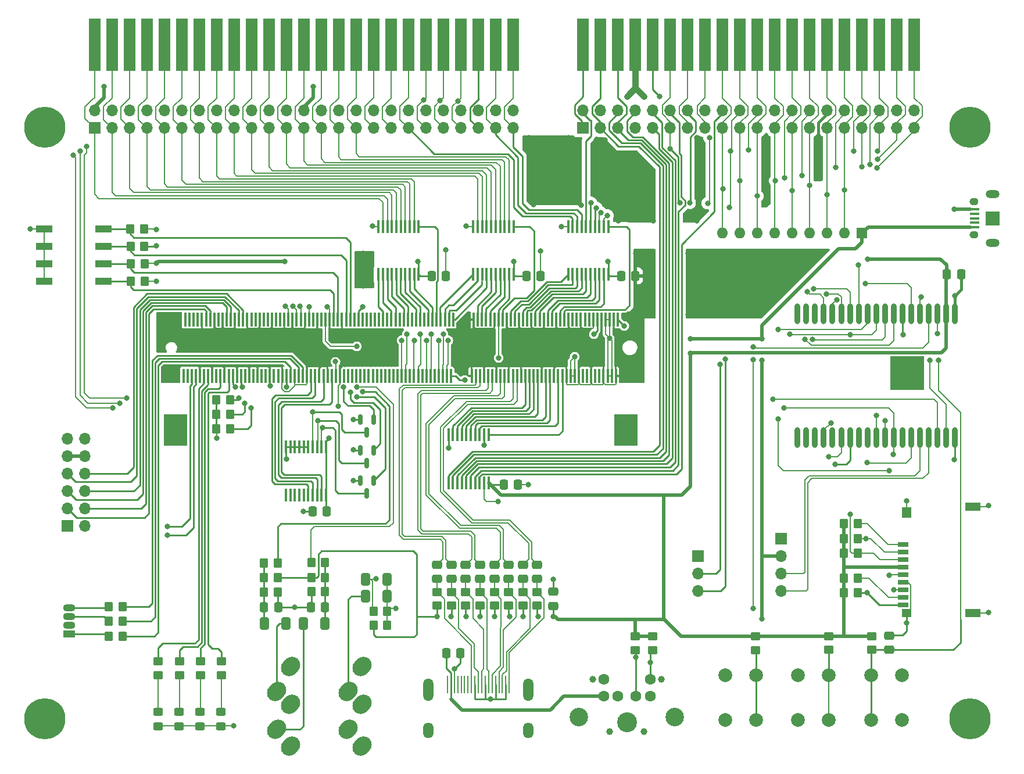
<source format=gbr>
%TF.GenerationSoftware,KiCad,Pcbnew,7.0.10*%
%TF.CreationDate,2024-06-25T20:32:38-07:00*%
%TF.ProjectId,TRS-IO++,5452532d-494f-42b2-9b2e-6b696361645f,rev?*%
%TF.SameCoordinates,Original*%
%TF.FileFunction,Copper,L1,Top*%
%TF.FilePolarity,Positive*%
%FSLAX46Y46*%
G04 Gerber Fmt 4.6, Leading zero omitted, Abs format (unit mm)*
G04 Created by KiCad (PCBNEW 7.0.10) date 2024-06-25 20:32:38*
%MOMM*%
%LPD*%
G01*
G04 APERTURE LIST*
G04 Aperture macros list*
%AMRoundRect*
0 Rectangle with rounded corners*
0 $1 Rounding radius*
0 $2 $3 $4 $5 $6 $7 $8 $9 X,Y pos of 4 corners*
0 Add a 4 corners polygon primitive as box body*
4,1,4,$2,$3,$4,$5,$6,$7,$8,$9,$2,$3,0*
0 Add four circle primitives for the rounded corners*
1,1,$1+$1,$2,$3*
1,1,$1+$1,$4,$5*
1,1,$1+$1,$6,$7*
1,1,$1+$1,$8,$9*
0 Add four rect primitives between the rounded corners*
20,1,$1+$1,$2,$3,$4,$5,0*
20,1,$1+$1,$4,$5,$6,$7,0*
20,1,$1+$1,$6,$7,$8,$9,0*
20,1,$1+$1,$8,$9,$2,$3,0*%
%AMHorizOval*
0 Thick line with rounded ends*
0 $1 width*
0 $2 $3 position (X,Y) of the first rounded end (center of the circle)*
0 $4 $5 position (X,Y) of the second rounded end (center of the circle)*
0 Add line between two ends*
20,1,$1,$2,$3,$4,$5,0*
0 Add two circle primitives to create the rounded ends*
1,1,$1,$2,$3*
1,1,$1,$4,$5*%
G04 Aperture macros list end*
%TA.AperFunction,ComponentPad*%
%ADD10C,2.000000*%
%TD*%
%TA.AperFunction,SMDPad,CuDef*%
%ADD11RoundRect,0.250000X0.350000X0.450000X-0.350000X0.450000X-0.350000X-0.450000X0.350000X-0.450000X0*%
%TD*%
%TA.AperFunction,SMDPad,CuDef*%
%ADD12RoundRect,0.250000X-0.450000X0.350000X-0.450000X-0.350000X0.450000X-0.350000X0.450000X0.350000X0*%
%TD*%
%TA.AperFunction,SMDPad,CuDef*%
%ADD13RoundRect,0.250000X0.450000X-0.350000X0.450000X0.350000X-0.450000X0.350000X-0.450000X-0.350000X0*%
%TD*%
%TA.AperFunction,SMDPad,CuDef*%
%ADD14R,2.440000X1.120000*%
%TD*%
%TA.AperFunction,SMDPad,CuDef*%
%ADD15RoundRect,0.250000X-0.350000X-0.450000X0.350000X-0.450000X0.350000X0.450000X-0.350000X0.450000X0*%
%TD*%
%TA.AperFunction,SMDPad,CuDef*%
%ADD16RoundRect,0.250000X0.450000X-0.325000X0.450000X0.325000X-0.450000X0.325000X-0.450000X-0.325000X0*%
%TD*%
%TA.AperFunction,SMDPad,CuDef*%
%ADD17RoundRect,0.250000X-0.337500X-0.475000X0.337500X-0.475000X0.337500X0.475000X-0.337500X0.475000X0*%
%TD*%
%TA.AperFunction,SMDPad,CuDef*%
%ADD18RoundRect,0.250000X0.337500X0.475000X-0.337500X0.475000X-0.337500X-0.475000X0.337500X-0.475000X0*%
%TD*%
%TA.AperFunction,ComponentPad*%
%ADD19C,0.800000*%
%TD*%
%TA.AperFunction,ComponentPad*%
%ADD20C,6.000000*%
%TD*%
%TA.AperFunction,SMDPad,CuDef*%
%ADD21RoundRect,0.250000X0.412500X0.650000X-0.412500X0.650000X-0.412500X-0.650000X0.412500X-0.650000X0*%
%TD*%
%TA.AperFunction,SMDPad,CuDef*%
%ADD22RoundRect,0.250000X-0.475000X0.337500X-0.475000X-0.337500X0.475000X-0.337500X0.475000X0.337500X0*%
%TD*%
%TA.AperFunction,ComponentPad*%
%ADD23R,1.700000X1.700000*%
%TD*%
%TA.AperFunction,ComponentPad*%
%ADD24O,1.700000X1.700000*%
%TD*%
%TA.AperFunction,ComponentPad*%
%ADD25HorizOval,2.400000X-0.212132X-0.212132X0.212132X0.212132X0*%
%TD*%
%TA.AperFunction,SMDPad,CuDef*%
%ADD26RoundRect,0.150000X-0.150000X0.587500X-0.150000X-0.587500X0.150000X-0.587500X0.150000X0.587500X0*%
%TD*%
%TA.AperFunction,SMDPad,CuDef*%
%ADD27R,0.280000X2.600000*%
%TD*%
%TA.AperFunction,ComponentPad*%
%ADD28O,1.500000X3.300000*%
%TD*%
%TA.AperFunction,ComponentPad*%
%ADD29O,1.500000X2.300000*%
%TD*%
%TA.AperFunction,SMDPad,CuDef*%
%ADD30R,1.600000X0.700000*%
%TD*%
%TA.AperFunction,SMDPad,CuDef*%
%ADD31R,1.400000X1.600000*%
%TD*%
%TA.AperFunction,SMDPad,CuDef*%
%ADD32R,2.200000X1.200000*%
%TD*%
%TA.AperFunction,SMDPad,CuDef*%
%ADD33R,1.400000X1.200000*%
%TD*%
%TA.AperFunction,SMDPad,CuDef*%
%ADD34RoundRect,0.100000X-0.100000X0.850000X-0.100000X-0.850000X0.100000X-0.850000X0.100000X0.850000X0*%
%TD*%
%TA.AperFunction,SMDPad,CuDef*%
%ADD35O,0.900000X3.000000*%
%TD*%
%TA.AperFunction,SMDPad,CuDef*%
%ADD36R,5.000000X5.000000*%
%TD*%
%TA.AperFunction,SMDPad,CuDef*%
%ADD37RoundRect,0.250000X0.475000X-0.337500X0.475000X0.337500X-0.475000X0.337500X-0.475000X-0.337500X0*%
%TD*%
%TA.AperFunction,ComponentPad*%
%ADD38O,2.000000X1.200000*%
%TD*%
%TA.AperFunction,ComponentPad*%
%ADD39O,1.300000X1.100000*%
%TD*%
%TA.AperFunction,SMDPad,CuDef*%
%ADD40R,2.000000X2.000000*%
%TD*%
%TA.AperFunction,SMDPad,CuDef*%
%ADD41R,2.500000X0.400000*%
%TD*%
%TA.AperFunction,SMDPad,CuDef*%
%ADD42R,1.350000X0.400000*%
%TD*%
%TA.AperFunction,ComponentPad*%
%ADD43R,1.600000X1.600000*%
%TD*%
%TA.AperFunction,ComponentPad*%
%ADD44O,1.600000X1.600000*%
%TD*%
%TA.AperFunction,SMDPad,CuDef*%
%ADD45RoundRect,0.250000X-0.412500X-0.650000X0.412500X-0.650000X0.412500X0.650000X-0.412500X0.650000X0*%
%TD*%
%TA.AperFunction,ConnectorPad*%
%ADD46R,1.778000X7.620000*%
%TD*%
%TA.AperFunction,ComponentPad*%
%ADD47R,1.800000X1.070000*%
%TD*%
%TA.AperFunction,ComponentPad*%
%ADD48O,1.800000X1.070000*%
%TD*%
%TA.AperFunction,ComponentPad*%
%ADD49C,1.600000*%
%TD*%
%TA.AperFunction,ComponentPad*%
%ADD50C,1.000000*%
%TD*%
%TA.AperFunction,ComponentPad*%
%ADD51C,2.900000*%
%TD*%
%TA.AperFunction,ComponentPad*%
%ADD52C,2.700000*%
%TD*%
%TA.AperFunction,SMDPad,CuDef*%
%ADD53R,0.350000X2.000000*%
%TD*%
%TA.AperFunction,SMDPad,CuDef*%
%ADD54R,3.500000X4.600000*%
%TD*%
%TA.AperFunction,ViaPad*%
%ADD55C,0.800000*%
%TD*%
%TA.AperFunction,Conductor*%
%ADD56C,0.200000*%
%TD*%
%TA.AperFunction,Conductor*%
%ADD57C,0.250000*%
%TD*%
%TA.AperFunction,Conductor*%
%ADD58C,0.381000*%
%TD*%
%TA.AperFunction,Conductor*%
%ADD59C,0.500380*%
%TD*%
%TA.AperFunction,Conductor*%
%ADD60C,0.889000*%
%TD*%
G04 APERTURE END LIST*
D10*
%TO.P,SW4,1,1*%
%TO.N,GND*%
X165100000Y-141629200D03*
X165100000Y-135129200D03*
%TO.P,SW4,2,2*%
%TO.N,STATUS*%
X169600000Y-141629200D03*
X169600000Y-135129200D03*
%TD*%
D11*
%TO.P,R33,1*%
%TO.N,+3V3*%
X80435500Y-70104000D03*
%TO.P,R33,2*%
%TO.N,CONF_1*%
X78435500Y-70104000D03*
%TD*%
D12*
%TO.P,R39,1*%
%TO.N,LED3*%
X88662232Y-133112000D03*
%TO.P,R39,2*%
%TO.N,Net-(D4-A)*%
X88662232Y-135112000D03*
%TD*%
D13*
%TO.P,R8,1*%
%TO.N,+3V3*%
X129413000Y-125023800D03*
%TO.P,R8,2*%
%TO.N,/D0+*%
X129413000Y-123023800D03*
%TD*%
D12*
%TO.P,R40,1*%
%TO.N,LED4*%
X91723300Y-133112000D03*
%TO.P,R40,2*%
%TO.N,Net-(D5-A)*%
X91723300Y-135112000D03*
%TD*%
D14*
%TO.P,SW3,1*%
%TO.N,GND*%
X65935700Y-70104000D03*
%TO.P,SW3,2*%
X65935700Y-72644000D03*
%TO.P,SW3,3*%
X65935700Y-75184000D03*
%TO.P,SW3,4*%
X65935700Y-77724000D03*
%TO.P,SW3,5*%
%TO.N,CONF_4*%
X74545700Y-77724000D03*
%TO.P,SW3,6*%
%TO.N,CONF_3*%
X74545700Y-75184000D03*
%TO.P,SW3,7*%
%TO.N,CONF_2*%
X74545700Y-72644000D03*
%TO.P,SW3,8*%
%TO.N,CONF_1*%
X74545700Y-70104000D03*
%TD*%
D15*
%TO.P,R29,1*%
%TO.N,+3V3*%
X90998800Y-95046800D03*
%TO.P,R29,2*%
%TO.N,INT_N*%
X92998800Y-95046800D03*
%TD*%
D16*
%TO.P,D3,1,K*%
%TO.N,GND*%
X85570866Y-142569800D03*
%TO.P,D3,2,A*%
%TO.N,Net-(D3-A)*%
X85570866Y-140519800D03*
%TD*%
D17*
%TO.P,C13,1*%
%TO.N,Net-(C13-Pad1)*%
X97920900Y-125272800D03*
%TO.P,C13,2*%
%TO.N,GND*%
X99995900Y-125272800D03*
%TD*%
D18*
%TO.P,C16,1*%
%TO.N,GND*%
X134919850Y-107340400D03*
%TO.P,C16,2*%
%TO.N,+3V3*%
X132844850Y-107340400D03*
%TD*%
D13*
%TO.P,R10,1*%
%TO.N,+3V3*%
X125247400Y-125023800D03*
%TO.P,R10,2*%
%TO.N,/CK+*%
X125247400Y-123023800D03*
%TD*%
D11*
%TO.P,R35,1*%
%TO.N,+3V3*%
X80537100Y-75184000D03*
%TO.P,R35,2*%
%TO.N,CONF_3*%
X78537100Y-75184000D03*
%TD*%
D16*
%TO.P,D2,1,K*%
%TO.N,GND*%
X82539800Y-142569800D03*
%TO.P,D2,2,A*%
%TO.N,Net-(D2-A)*%
X82539800Y-140519800D03*
%TD*%
D13*
%TO.P,R7,1*%
%TO.N,+3V3*%
X131495800Y-125023800D03*
%TO.P,R7,2*%
%TO.N,/D1-*%
X131495800Y-123023800D03*
%TD*%
D12*
%TO.P,R14,1*%
%TO.N,+3V3*%
X169570400Y-129505200D03*
%TO.P,R14,2*%
%TO.N,STATUS*%
X169570400Y-131505200D03*
%TD*%
D19*
%TO.P,H3,1,1*%
%TO.N,GND*%
X198546700Y-141478000D03*
X199205710Y-139887010D03*
X199205710Y-143068990D03*
X200796700Y-139228000D03*
D20*
X200796700Y-141478000D03*
D19*
X200796700Y-143728000D03*
X202387690Y-139887010D03*
X202387690Y-143068990D03*
X203046700Y-141478000D03*
%TD*%
D15*
%TO.P,R16,1*%
%TO.N,+3V3*%
X182423100Y-120967500D03*
%TO.P,R16,2*%
%TO.N,Net-(J9-DAT1)*%
X184423100Y-120967500D03*
%TD*%
D21*
%TO.P,C12,1*%
%TO.N,CASS_IN*%
X115876699Y-121167999D03*
%TO.P,C12,2*%
%TO.N,GND*%
X112751699Y-121167999D03*
%TD*%
D22*
%TO.P,C6,1*%
%TO.N,HDMI_TX0_N*%
X127330200Y-119049300D03*
%TO.P,C6,2*%
%TO.N,/D0-*%
X127330200Y-121124300D03*
%TD*%
D11*
%TO.P,R34,1*%
%TO.N,+3V3*%
X80486300Y-72644000D03*
%TO.P,R34,2*%
%TO.N,CONF_2*%
X78486300Y-72644000D03*
%TD*%
%TO.P,R2,1*%
%TO.N,LED_GREEN*%
X77301600Y-125120400D03*
%TO.P,R2,2*%
%TO.N,Net-(D1-GA)*%
X75301600Y-125120400D03*
%TD*%
D22*
%TO.P,C4,1*%
%TO.N,HDMI_TX1_N*%
X131495800Y-119049300D03*
%TO.P,C4,2*%
%TO.N,/D1-*%
X131495800Y-121124300D03*
%TD*%
D13*
%TO.P,R31,1*%
%TO.N,PS2_CLK*%
X154533600Y-131462400D03*
%TO.P,R31,2*%
%TO.N,+3V3*%
X154533600Y-129462400D03*
%TD*%
D22*
%TO.P,C3,1*%
%TO.N,HDMI_TX1_P*%
X133578600Y-119049300D03*
%TO.P,C3,2*%
%TO.N,/D1+*%
X133578600Y-121124300D03*
%TD*%
%TO.P,C7,1*%
%TO.N,HDMI_TXC_P*%
X125247400Y-119049300D03*
%TO.P,C7,2*%
%TO.N,/CK+*%
X125247400Y-121124300D03*
%TD*%
D19*
%TO.P,H2,1,1*%
%TO.N,GND*%
X198546700Y-55321200D03*
X199205710Y-53730210D03*
X199205710Y-56912190D03*
X200796700Y-53071200D03*
D20*
X200796700Y-55321200D03*
D19*
X200796700Y-57571200D03*
X202387690Y-53730210D03*
X202387690Y-56912190D03*
X203046700Y-55321200D03*
%TD*%
D15*
%TO.P,R25,1*%
%TO.N,+3V3*%
X104816400Y-120889800D03*
%TO.P,R25,2*%
%TO.N,Net-(C15-Pad1)*%
X106816400Y-120889800D03*
%TD*%
D11*
%TO.P,R27,1*%
%TO.N,Net-(C15-Pad1)*%
X106816400Y-122986800D03*
%TO.P,R27,2*%
%TO.N,GND*%
X104816400Y-122986800D03*
%TD*%
D22*
%TO.P,C1,1*%
%TO.N,HDMI_TX2_P*%
X137744200Y-119049300D03*
%TO.P,C1,2*%
%TO.N,/D2+*%
X137744200Y-121124300D03*
%TD*%
D10*
%TO.P,SW2,1,1*%
%TO.N,GND*%
X175727350Y-141629200D03*
X175727350Y-135129200D03*
%TO.P,SW2,2,2*%
%TO.N,ID0*%
X180227350Y-141629200D03*
X180227350Y-135129200D03*
%TD*%
D23*
%TO.P,J2,1,Pin_1*%
%TO.N,SYSRES_N*%
X144413700Y-55422800D03*
D24*
%TO.P,J2,2,Pin_2*%
%TO.N,RAS_N*%
X144413700Y-52882800D03*
%TO.P,J2,3,Pin_3*%
%TO.N,A10*%
X146953700Y-55422800D03*
%TO.P,J2,4,Pin_4*%
%TO.N,CAS_N*%
X146953700Y-52882800D03*
%TO.P,J2,5,Pin_5*%
%TO.N,A13*%
X149493700Y-55422800D03*
%TO.P,J2,6,Pin_6*%
%TO.N,A12*%
X149493700Y-52882800D03*
%TO.P,J2,7,Pin_7*%
%TO.N,GND*%
X152033700Y-55422800D03*
%TO.P,J2,8,Pin_8*%
%TO.N,A15*%
X152033700Y-52882800D03*
%TO.P,J2,9,Pin_9*%
%TO.N,A14*%
X154573700Y-55422800D03*
%TO.P,J2,10,Pin_10*%
%TO.N,A11*%
X154573700Y-52882800D03*
%TO.P,J2,11,Pin_11*%
%TO.N,OUT_N*%
X157113700Y-55422800D03*
%TO.P,J2,12,Pin_12*%
%TO.N,A8*%
X157113700Y-52882800D03*
%TO.P,J2,13,Pin_13*%
%TO.N,INTACK_N*%
X159653700Y-55422800D03*
%TO.P,J2,14,Pin_14*%
%TO.N,WR_N*%
X159653700Y-52882800D03*
%TO.P,J2,15,Pin_15*%
%TO.N,MUX*%
X162193700Y-55422800D03*
%TO.P,J2,16,Pin_16*%
%TO.N,RD_N*%
X162193700Y-52882800D03*
%TO.P,J2,17,Pin_17*%
%TO.N,D4*%
X164733700Y-55422800D03*
%TO.P,J2,18,Pin_18*%
%TO.N,A9*%
X164733700Y-52882800D03*
%TO.P,J2,19,Pin_19*%
%TO.N,D7*%
X167273700Y-55422800D03*
%TO.P,J2,20,Pin_20*%
%TO.N,IN_N*%
X167273700Y-52882800D03*
%TO.P,J2,21,Pin_21*%
%TO.N,D1*%
X169813700Y-55422800D03*
%TO.P,J2,22,Pin_22*%
%TO.N,INT_N*%
X169813700Y-52882800D03*
%TO.P,J2,23,Pin_23*%
%TO.N,D6*%
X172353700Y-55422800D03*
%TO.P,J2,24,Pin_24*%
%TO.N,TEST_N*%
X172353700Y-52882800D03*
%TO.P,J2,25,Pin_25*%
%TO.N,D3*%
X174893700Y-55422800D03*
%TO.P,J2,26,Pin_26*%
%TO.N,A0*%
X174893700Y-52882800D03*
%TO.P,J2,27,Pin_27*%
%TO.N,D5*%
X177433700Y-55422800D03*
%TO.P,J2,28,Pin_28*%
%TO.N,A1*%
X177433700Y-52882800D03*
%TO.P,J2,29,Pin_29*%
%TO.N,D0*%
X179973700Y-55422800D03*
%TO.P,J2,30,Pin_30*%
%TO.N,GND*%
X179973700Y-52882800D03*
%TO.P,J2,31,Pin_31*%
%TO.N,D2*%
X182513700Y-55422800D03*
%TO.P,J2,32,Pin_32*%
%TO.N,A4*%
X182513700Y-52882800D03*
%TO.P,J2,33,Pin_33*%
%TO.N,A3*%
X185053700Y-55422800D03*
%TO.P,J2,34,Pin_34*%
%TO.N,WAIT_N*%
X185053700Y-52882800D03*
%TO.P,J2,35,Pin_35*%
%TO.N,A7*%
X187593700Y-55422800D03*
%TO.P,J2,36,Pin_36*%
%TO.N,A5*%
X187593700Y-52882800D03*
%TO.P,J2,37,Pin_37*%
%TO.N,A6*%
X190133700Y-55422800D03*
%TO.P,J2,38,Pin_38*%
%TO.N,GND*%
X190133700Y-52882800D03*
%TO.P,J2,39,Pin_39*%
%TO.N,A2*%
X192673700Y-55422800D03*
%TO.P,J2,40,Pin_40*%
%TO.N,5V*%
X192673700Y-52882800D03*
%TD*%
D25*
%TO.P,J10,R*%
%TO.N,Net-(C14-Pad1)*%
X110217200Y-137540400D03*
%TO.P,J10,RN*%
%TO.N,N/C*%
X112217200Y-139340400D03*
%TO.P,J10,S*%
%TO.N,GND*%
X112217200Y-145440400D03*
%TO.P,J10,T*%
%TO.N,unconnected-(J10-PadT)*%
X110217200Y-143040400D03*
%TO.P,J10,TN*%
%TO.N,N/C*%
X112217200Y-133840400D03*
%TD*%
D18*
%TO.P,C19,1*%
%TO.N,GND*%
X124415000Y-76962000D03*
%TO.P,C19,2*%
%TO.N,+3V3*%
X122340000Y-76962000D03*
%TD*%
D22*
%TO.P,C8,1*%
%TO.N,HDMI_TXC_N*%
X123164600Y-119049300D03*
%TO.P,C8,2*%
%TO.N,/CK-*%
X123164600Y-121124300D03*
%TD*%
D17*
%TO.P,C23,1*%
%TO.N,+5V*%
X124463900Y-131961300D03*
%TO.P,C23,2*%
%TO.N,GND*%
X126538900Y-131961300D03*
%TD*%
D26*
%TO.P,Q3,1,G*%
%TO.N,INT*%
X113878400Y-97919300D03*
%TO.P,Q3,2,S*%
%TO.N,GND*%
X111978400Y-97919300D03*
%TO.P,Q3,3,D*%
%TO.N,INT_N*%
X112928400Y-99794300D03*
%TD*%
D27*
%TO.P,J7,1,D2+*%
%TO.N,/D2+*%
X133659000Y-136468600D03*
%TO.P,J7,2,D2S*%
%TO.N,GND*%
X133159000Y-136468600D03*
%TO.P,J7,3,D2-*%
%TO.N,/D2-*%
X132659000Y-136468600D03*
%TO.P,J7,4,D1+*%
%TO.N,/D1+*%
X132159000Y-136468600D03*
%TO.P,J7,5,D1S*%
%TO.N,GND*%
X131659000Y-136468600D03*
%TO.P,J7,6,D1-*%
%TO.N,/D1-*%
X131159000Y-136468600D03*
%TO.P,J7,7,D0+*%
%TO.N,/D0+*%
X130659000Y-136468600D03*
%TO.P,J7,8,D0S*%
%TO.N,GND*%
X130159000Y-136468600D03*
%TO.P,J7,9,D0-*%
%TO.N,/D0-*%
X129659000Y-136468600D03*
%TO.P,J7,10,CK+*%
%TO.N,/CK+*%
X129159000Y-136468600D03*
%TO.P,J7,11,CKS*%
%TO.N,GND*%
X128659000Y-136468600D03*
%TO.P,J7,12,CK-*%
%TO.N,/CK-*%
X128159000Y-136468600D03*
%TO.P,J7,13,CEC*%
%TO.N,unconnected-(J7-CEC-Pad13)*%
X127659000Y-136468600D03*
%TO.P,J7,14,UTILITY*%
%TO.N,unconnected-(J7-UTILITY-Pad14)*%
X127159000Y-136468600D03*
%TO.P,J7,15,SCL*%
%TO.N,unconnected-(J7-SCL-Pad15)*%
X126659000Y-136468600D03*
%TO.P,J7,16,SDA*%
%TO.N,unconnected-(J7-SDA-Pad16)*%
X126159000Y-136468600D03*
%TO.P,J7,17,GND*%
%TO.N,GND*%
X125659000Y-136468600D03*
%TO.P,J7,18,+5V*%
%TO.N,+5V*%
X125159000Y-136468600D03*
%TO.P,J7,19,HPD*%
%TO.N,unconnected-(J7-HPD-Pad19)*%
X124659000Y-136468600D03*
D28*
%TO.P,J7,SH,SH*%
%TO.N,GND*%
X136409000Y-137228600D03*
X121909000Y-137228600D03*
D29*
X136409000Y-143188600D03*
X121909000Y-143188600D03*
%TD*%
D11*
%TO.P,R20,1*%
%TO.N,+3V3*%
X99907600Y-120904000D03*
%TO.P,R20,2*%
%TO.N,Net-(C13-Pad1)*%
X97907600Y-120904000D03*
%TD*%
D30*
%TO.P,J9,1,DAT2*%
%TO.N,Net-(J9-DAT2)*%
X191070000Y-116113200D03*
%TO.P,J9,2,CD/DAT3*%
%TO.N,CS_SD*%
X191070000Y-117213200D03*
%TO.P,J9,3,CMD*%
%TO.N,MOSI*%
X191070000Y-118313200D03*
%TO.P,J9,4,VDD*%
%TO.N,+3V3*%
X191070000Y-119413200D03*
%TO.P,J9,5,CLK*%
%TO.N,SCK*%
X191070000Y-120513200D03*
%TO.P,J9,6,VSS*%
%TO.N,GND*%
X191070000Y-121613200D03*
%TO.P,J9,7,DAT0*%
%TO.N,MISO*%
X191070000Y-122713200D03*
%TO.P,J9,8,DAT1*%
%TO.N,Net-(J9-DAT1)*%
X191070000Y-123813200D03*
%TO.P,J9,9,Cd*%
%TO.N,CD_SD*%
X191070000Y-124913200D03*
D31*
%TO.P,J9,10,GND*%
%TO.N,GND*%
X191570000Y-111463200D03*
D32*
%TO.P,J9,11,GND*%
X201170000Y-110563200D03*
%TO.P,J9,12,GND*%
X201170000Y-126063200D03*
D33*
%TO.P,J9,13,GND*%
X191570000Y-126063200D03*
%TD*%
D22*
%TO.P,C9,1*%
%TO.N,GND*%
X189026800Y-129366100D03*
%TO.P,C9,2*%
%TO.N,ESP_RESET*%
X189026800Y-131441100D03*
%TD*%
D11*
%TO.P,R36,1*%
%TO.N,+3V3*%
X80537100Y-77724000D03*
%TO.P,R36,2*%
%TO.N,CONF_4*%
X78537100Y-77724000D03*
%TD*%
D23*
%TO.P,J8,1,Pin_1*%
%TO.N,GND*%
X173255166Y-115265199D03*
D24*
%TO.P,J8,2,Pin_2*%
%TO.N,+5V*%
X173255166Y-117805199D03*
%TO.P,J8,3,Pin_3*%
%TO.N,RXD0*%
X173255166Y-120345199D03*
%TO.P,J8,4,Pin_4*%
%TO.N,TXD0*%
X173255166Y-122885199D03*
%TD*%
D15*
%TO.P,R17,1*%
%TO.N,+3V3*%
X182423100Y-115214400D03*
%TO.P,R17,2*%
%TO.N,CS_SD*%
X184423100Y-115214400D03*
%TD*%
%TO.P,R26,1*%
%TO.N,+3V3*%
X90998800Y-99212400D03*
%TO.P,R26,2*%
%TO.N,EXTIOSEL_N*%
X92998800Y-99212400D03*
%TD*%
D26*
%TO.P,Q4,1,G*%
%TO.N,WAIT*%
X113878400Y-102338900D03*
%TO.P,Q4,2,S*%
%TO.N,GND*%
X111978400Y-102338900D03*
%TO.P,Q4,3,D*%
%TO.N,WAIT_N*%
X112928400Y-104213900D03*
%TD*%
D10*
%TO.P,SW1,1,1*%
%TO.N,ESP_RESET*%
X186354700Y-141629200D03*
X186354700Y-135129200D03*
%TO.P,SW1,2,2*%
%TO.N,GND*%
X190854700Y-141629200D03*
X190854700Y-135129200D03*
%TD*%
D13*
%TO.P,R32,1*%
%TO.N,PS2_DATA*%
X151993600Y-131462400D03*
%TO.P,R32,2*%
%TO.N,+3V3*%
X151993600Y-129462400D03*
%TD*%
D23*
%TO.P,J5,1,Pin_1*%
%TO.N,PMOD_IO1*%
X69322000Y-113411400D03*
D24*
%TO.P,J5,2,Pin_2*%
%TO.N,PMOD_IO5*%
X71862000Y-113411400D03*
%TO.P,J5,3,Pin_3*%
%TO.N,PMOD_IO2*%
X69322000Y-110871400D03*
%TO.P,J5,4,Pin_4*%
%TO.N,PMOD_IO6*%
X71862000Y-110871400D03*
%TO.P,J5,5,Pin_5*%
%TO.N,PMOD_IO3*%
X69322000Y-108331400D03*
%TO.P,J5,6,Pin_6*%
%TO.N,PMOD_IO7*%
X71862000Y-108331400D03*
%TO.P,J5,7,Pin_7*%
%TO.N,PMOD_IO4*%
X69322000Y-105791400D03*
%TO.P,J5,8,Pin_8*%
%TO.N,PMOD_IO8*%
X71862000Y-105791400D03*
%TO.P,J5,9,Pin_9*%
%TO.N,GND*%
X69322000Y-103251400D03*
%TO.P,J5,10,Pin_10*%
X71862000Y-103251400D03*
%TO.P,J5,11,Pin_11*%
%TO.N,+3V3*%
X69322000Y-100711400D03*
%TO.P,J5,12,Pin_12*%
X71862000Y-100711400D03*
%TD*%
D15*
%TO.P,R18,1*%
%TO.N,+3V3*%
X182423100Y-113080800D03*
%TO.P,R18,2*%
%TO.N,Net-(J9-DAT2)*%
X184423100Y-113080800D03*
%TD*%
%TO.P,R19,1*%
%TO.N,+3V3*%
X182438800Y-123139200D03*
%TO.P,R19,2*%
%TO.N,CD_SD*%
X184438800Y-123139200D03*
%TD*%
D11*
%TO.P,R1,1*%
%TO.N,LED_RED*%
X77301600Y-129438400D03*
%TO.P,R1,2*%
%TO.N,Net-(D1-RA)*%
X75301600Y-129438400D03*
%TD*%
D34*
%TO.P,U3,1,A->B*%
%TO.N,CTRL_DIR*%
X148095700Y-69753600D03*
%TO.P,U3,2,A0*%
%TO.N,IN_N*%
X147445700Y-69753600D03*
%TO.P,U3,3,A1*%
%TO.N,RD_N*%
X146795700Y-69753600D03*
%TO.P,U3,4,A2*%
%TO.N,WR_N*%
X146145700Y-69753600D03*
%TO.P,U3,5,A3*%
%TO.N,OUT_N*%
X145495700Y-69753600D03*
%TO.P,U3,6,A4*%
%TO.N,RAS_N*%
X144845700Y-69753600D03*
%TO.P,U3,7,A5*%
%TO.N,IOREQ_N*%
X144195700Y-69753600D03*
%TO.P,U3,8,A6*%
%TO.N,M1_N*%
X143545700Y-69753600D03*
%TO.P,U3,9,A7*%
%TO.N,RESET_N*%
X142895700Y-69753600D03*
%TO.P,U3,10,GND*%
%TO.N,GND*%
X142245700Y-69753600D03*
%TO.P,U3,11,B7*%
%TO.N,_RESET_N*%
X142245700Y-76753600D03*
%TO.P,U3,12,B6*%
%TO.N,_M1_N*%
X142895700Y-76753600D03*
%TO.P,U3,13,B5*%
%TO.N,_IOREQ_N*%
X143545700Y-76753600D03*
%TO.P,U3,14,B4*%
%TO.N,_RAS_N*%
X144195700Y-76753600D03*
%TO.P,U3,15,B3*%
%TO.N,_OUT_N*%
X144845700Y-76753600D03*
%TO.P,U3,16,B2*%
%TO.N,_WR_N*%
X145495700Y-76753600D03*
%TO.P,U3,17,B1*%
%TO.N,_RD_N*%
X146145700Y-76753600D03*
%TO.P,U3,18,B0*%
%TO.N,_IN_N*%
X146795700Y-76753600D03*
%TO.P,U3,19,CE*%
%TO.N,CTRL_EN*%
X147445700Y-76753600D03*
%TO.P,U3,20,VCC*%
%TO.N,+3V3*%
X148095700Y-76753600D03*
%TD*%
D25*
%TO.P,J6,R*%
%TO.N,Net-(C17-Pad1)*%
X99803200Y-137540400D03*
%TO.P,J6,RN*%
%TO.N,N/C*%
X101803200Y-139340400D03*
%TO.P,J6,S*%
%TO.N,GND*%
X101803200Y-145440400D03*
%TO.P,J6,T*%
%TO.N,Net-(C20-Pad1)*%
X99803200Y-143040400D03*
%TO.P,J6,TN*%
%TO.N,N/C*%
X101803200Y-133840400D03*
%TD*%
D16*
%TO.P,D4,1,K*%
%TO.N,GND*%
X88601932Y-142569800D03*
%TO.P,D4,2,A*%
%TO.N,Net-(D4-A)*%
X88601932Y-140519800D03*
%TD*%
D34*
%TO.P,U4,1,A->B*%
%TO.N,ABUS_DIR_N*%
X130660550Y-100132000D03*
%TO.P,U4,2,A0*%
%TO.N,_A9*%
X130010550Y-100132000D03*
%TO.P,U4,3,A1*%
%TO.N,_A8*%
X129360550Y-100132000D03*
%TO.P,U4,4,A2*%
%TO.N,_A11*%
X128710550Y-100132000D03*
%TO.P,U4,5,A3*%
%TO.N,_A14*%
X128060550Y-100132000D03*
%TO.P,U4,6,A4*%
%TO.N,_A15*%
X127410550Y-100132000D03*
%TO.P,U4,7,A5*%
%TO.N,_A13*%
X126760550Y-100132000D03*
%TO.P,U4,8,A6*%
%TO.N,_A12*%
X126110550Y-100132000D03*
%TO.P,U4,9,A7*%
%TO.N,_A10*%
X125460550Y-100132000D03*
%TO.P,U4,10,GND*%
%TO.N,GND*%
X124810550Y-100132000D03*
%TO.P,U4,11,B7*%
%TO.N,A10*%
X124810550Y-107132000D03*
%TO.P,U4,12,B6*%
%TO.N,A12*%
X125460550Y-107132000D03*
%TO.P,U4,13,B5*%
%TO.N,A13*%
X126110550Y-107132000D03*
%TO.P,U4,14,B4*%
%TO.N,A15*%
X126760550Y-107132000D03*
%TO.P,U4,15,B3*%
%TO.N,A14*%
X127410550Y-107132000D03*
%TO.P,U4,16,B2*%
%TO.N,A11*%
X128060550Y-107132000D03*
%TO.P,U4,17,B1*%
%TO.N,A8*%
X128710550Y-107132000D03*
%TO.P,U4,18,B0*%
%TO.N,A9*%
X129360550Y-107132000D03*
%TO.P,U4,19,CE*%
%TO.N,ABUS_EN*%
X130010550Y-107132000D03*
%TO.P,U4,20,VCC*%
%TO.N,+3V3*%
X130660550Y-107132000D03*
%TD*%
D35*
%TO.P,U1,1,GND*%
%TO.N,GND*%
X198565900Y-82490800D03*
%TO.P,U1,2,3.3V*%
%TO.N,+3V3*%
X197295900Y-82490800D03*
%TO.P,U1,3,EN*%
%TO.N,ESP_RESET*%
X196025900Y-82490800D03*
%TO.P,U1,4,IO36*%
%TO.N,CASS_IN*%
X194755900Y-82490800D03*
%TO.P,U1,5,IO39*%
%TO.N,JTAG_TDO*%
X193485900Y-82490800D03*
%TO.P,U1,6,IO34*%
%TO.N,REQ*%
X192215900Y-82490800D03*
%TO.P,U1,7,IO35*%
%TO.N,STATUS*%
X190945900Y-82490800D03*
%TO.P,U1,8,IO32*%
%TO.N,PS2_DATA*%
X189675900Y-82490800D03*
%TO.P,U1,9,IO33*%
%TO.N,PS2_CLK*%
X188405900Y-82490800D03*
%TO.P,U1,10,IO25*%
%TO.N,MOSI*%
X187135900Y-82490800D03*
%TO.P,U1,11,IO26*%
%TO.N,SCK*%
X185865900Y-82490800D03*
%TO.P,U1,12,IO27*%
%TO.N,JTAG_TDI*%
X184595900Y-82490800D03*
%TO.P,U1,13,IO14*%
%TO.N,ESP_S2*%
X183325900Y-82490800D03*
%TO.P,U1,14,IO12*%
%TO.N,ESP_S0*%
X182055900Y-82490800D03*
%TO.P,U1,15,GND*%
%TO.N,GND*%
X180755900Y-82490800D03*
%TO.P,U1,16,IO13*%
%TO.N,ESP_S1*%
X179485900Y-82490800D03*
%TO.P,U1,17,IO9*%
%TO.N,unconnected-(U1-IO9-Pad17)*%
X178215900Y-82490800D03*
%TO.P,U1,18,IO10*%
%TO.N,unconnected-(U1-IO10-Pad18)*%
X176945900Y-82490800D03*
%TO.P,U1,19,IO11*%
%TO.N,unconnected-(U1-IO11-Pad19)*%
X175675900Y-82490800D03*
%TO.P,U1,20,IO6*%
%TO.N,unconnected-(U1-IO6-Pad20)*%
X175675900Y-100490800D03*
%TO.P,U1,21,IO7*%
%TO.N,unconnected-(U1-IO7-Pad21)*%
X176945900Y-100490800D03*
%TO.P,U1,22,IO8*%
%TO.N,unconnected-(U1-IO8-Pad22)*%
X178215900Y-100490800D03*
%TO.P,U1,23,IO15*%
%TO.N,ESP_S3*%
X179485900Y-100490800D03*
%TO.P,U1,24,IO2*%
%TO.N,unconnected-(U1-IO2-Pad24)*%
X180755900Y-100490800D03*
%TO.P,U1,25,IO0*%
%TO.N,ID0*%
X182055900Y-100520800D03*
%TO.P,U1,26,IO4*%
%TO.N,CD_SD*%
X183325900Y-100520800D03*
%TO.P,U1,27,NC*%
%TO.N,unconnected-(U1-NC-Pad27)*%
X184595900Y-100520800D03*
%TO.P,U1,28,NC*%
%TO.N,unconnected-(U1-NC-Pad28)*%
X185865900Y-100520800D03*
%TO.P,U1,29,IO5*%
%TO.N,JTAG_TMS*%
X187135900Y-100520800D03*
%TO.P,U1,30,IO18*%
%TO.N,DONE*%
X188405900Y-100520800D03*
%TO.P,U1,31,IO19*%
%TO.N,MISO*%
X189675900Y-100520800D03*
%TO.P,U1,32,NC*%
%TO.N,unconnected-(U1-NC-Pad32)*%
X190945900Y-100520800D03*
%TO.P,U1,33,IO21*%
%TO.N,CS_SD*%
X192215900Y-100520800D03*
%TO.P,U1,34,RXD0*%
%TO.N,RXD0*%
X193485900Y-100520800D03*
%TO.P,U1,35,TXD0*%
%TO.N,TXD0*%
X194755900Y-100520800D03*
%TO.P,U1,36,IO22*%
%TO.N,CS_FPGA*%
X196025900Y-100520800D03*
%TO.P,U1,37,IO23*%
%TO.N,JTAG_TCK*%
X197295900Y-100520800D03*
%TO.P,U1,38,GND*%
%TO.N,GND*%
X198565900Y-100520800D03*
D19*
%TO.P,U1,39*%
%TO.N,N/C*%
X193655900Y-89090800D03*
X192655900Y-89090800D03*
X191655900Y-89090800D03*
X190655900Y-89090800D03*
X189655900Y-89090800D03*
X193655900Y-90090800D03*
X192655900Y-90090800D03*
X191655900Y-90090800D03*
X190655900Y-90090800D03*
X189655900Y-90090800D03*
X193655900Y-91090800D03*
X192655900Y-91090800D03*
X191655900Y-91090800D03*
D36*
X191645900Y-91090800D03*
D19*
X190655900Y-91090800D03*
X189655900Y-91090800D03*
X193655900Y-92090800D03*
X192655900Y-92090800D03*
X191655900Y-92090800D03*
X190655900Y-92090800D03*
X189655900Y-92090800D03*
X193655900Y-93090800D03*
X192655900Y-93090800D03*
X191655900Y-93090800D03*
X190655900Y-93090800D03*
X189655900Y-93090800D03*
%TD*%
D37*
%TO.P,C21,1*%
%TO.N,+3V3*%
X140106400Y-125061300D03*
%TO.P,C21,2*%
%TO.N,GND*%
X140106400Y-122986300D03*
%TD*%
D12*
%TO.P,R30,1*%
%TO.N,+3V3*%
X180171900Y-129454400D03*
%TO.P,R30,2*%
%TO.N,ID0*%
X180171900Y-131454400D03*
%TD*%
D19*
%TO.P,H1,1,1*%
%TO.N,GND*%
X63774300Y-55270400D03*
X64433310Y-53679410D03*
X64433310Y-56861390D03*
X66024300Y-53020400D03*
D20*
X66024300Y-55270400D03*
D19*
X66024300Y-57520400D03*
X67615290Y-53679410D03*
X67615290Y-56861390D03*
X68274300Y-55270400D03*
%TD*%
D15*
%TO.P,R13,1*%
%TO.N,Net-(C13-Pad1)*%
X97907600Y-118770400D03*
%TO.P,R13,2*%
%TO.N,CASS_OUT2*%
X99907600Y-118770400D03*
%TD*%
D26*
%TO.P,Q5,1,G*%
%TO.N,EXTIOSEL*%
X113878400Y-106758500D03*
%TO.P,Q5,2,S*%
%TO.N,GND*%
X111978400Y-106758500D03*
%TO.P,Q5,3,D*%
%TO.N,EXTIOSEL_N*%
X112928400Y-108633500D03*
%TD*%
D22*
%TO.P,C5,1*%
%TO.N,HDMI_TX0_P*%
X129413000Y-119049300D03*
%TO.P,C5,2*%
%TO.N,/D0+*%
X129413000Y-121124300D03*
%TD*%
D12*
%TO.P,R12,1*%
%TO.N,+3V3*%
X186436000Y-129454400D03*
%TO.P,R12,2*%
%TO.N,ESP_RESET*%
X186436000Y-131454400D03*
%TD*%
D11*
%TO.P,R22,1*%
%TO.N,CASS_IN*%
X115874800Y-125841599D03*
%TO.P,R22,2*%
%TO.N,GND*%
X113874800Y-125841599D03*
%TD*%
D18*
%TO.P,C15,1*%
%TO.N,Net-(C15-Pad1)*%
X106803100Y-125222000D03*
%TO.P,C15,2*%
%TO.N,GND*%
X104728100Y-125222000D03*
%TD*%
D38*
%TO.P,J12,*%
%TO.N,*%
X204124000Y-72155000D03*
D39*
X201374000Y-71005000D03*
D40*
X204124000Y-68580000D03*
D39*
X201374000Y-66155000D03*
D38*
X204124000Y-65005000D03*
D41*
%TO.P,J12,1,VBUS*%
%TO.N,+5V*%
X200872800Y-69880000D03*
D42*
%TO.P,J12,2,D-*%
%TO.N,unconnected-(J12-D--Pad2)*%
X201449000Y-69230000D03*
%TO.P,J12,3,D+*%
%TO.N,unconnected-(J12-D+-Pad3)*%
X201449000Y-68580000D03*
%TO.P,J12,4,ID*%
%TO.N,unconnected-(J12-ID-Pad4)*%
X201449000Y-67930000D03*
D41*
%TO.P,J12,5,GND*%
%TO.N,GND*%
X200872800Y-67280000D03*
%TD*%
D18*
%TO.P,C11,1*%
%TO.N,GND*%
X152050200Y-76962000D03*
%TO.P,C11,2*%
%TO.N,+3V3*%
X149975200Y-76962000D03*
%TD*%
D15*
%TO.P,R28,1*%
%TO.N,+3V3*%
X90998800Y-97129600D03*
%TO.P,R28,2*%
%TO.N,WAIT_N*%
X92998800Y-97129600D03*
%TD*%
D43*
%TO.P,RN1,1,common*%
%TO.N,+5V*%
X185028600Y-70713600D03*
D44*
%TO.P,RN1,2,R1*%
%TO.N,D2*%
X182488600Y-70713600D03*
%TO.P,RN1,3,R2*%
%TO.N,D0*%
X179948600Y-70713600D03*
%TO.P,RN1,4,R3*%
%TO.N,D5*%
X177408600Y-70713600D03*
%TO.P,RN1,5,R4*%
%TO.N,D3*%
X174868600Y-70713600D03*
%TO.P,RN1,6,R5*%
%TO.N,D6*%
X172328600Y-70713600D03*
%TO.P,RN1,7,R6*%
%TO.N,D1*%
X169788600Y-70713600D03*
%TO.P,RN1,8,R7*%
%TO.N,D7*%
X167248600Y-70713600D03*
%TO.P,RN1,9,R8*%
%TO.N,D4*%
X164708600Y-70713600D03*
%TD*%
D45*
%TO.P,C20,1*%
%TO.N,Net-(C20-Pad1)*%
X103644300Y-127609600D03*
%TO.P,C20,2*%
%TO.N,Net-(C15-Pad1)*%
X106769300Y-127609600D03*
%TD*%
D13*
%TO.P,R4,1*%
%TO.N,+3V3*%
X137744200Y-125023800D03*
%TO.P,R4,2*%
%TO.N,/D2+*%
X137744200Y-123023800D03*
%TD*%
D18*
%TO.P,C24,1*%
%TO.N,GND*%
X199497400Y-76758800D03*
%TO.P,C24,2*%
%TO.N,+3V3*%
X197422400Y-76758800D03*
%TD*%
D12*
%TO.P,R38,1*%
%TO.N,LED2*%
X85601166Y-133112000D03*
%TO.P,R38,2*%
%TO.N,Net-(D3-A)*%
X85601166Y-135112000D03*
%TD*%
D46*
%TO.P,J4,1,Pin_1*%
%TO.N,SYSRES_N*%
X144408700Y-43281600D03*
%TO.P,J4,3,Pin_3*%
%TO.N,A10*%
X146948700Y-43281600D03*
%TO.P,J4,5,Pin_5*%
%TO.N,A13*%
X149488700Y-43281600D03*
%TO.P,J4,7,Pin_7*%
%TO.N,GND*%
X152028700Y-43281600D03*
%TO.P,J4,9,Pin_9*%
%TO.N,A14*%
X154568700Y-43281600D03*
%TO.P,J4,11,Pin_11*%
%TO.N,OUT_N*%
X157108700Y-43281600D03*
%TO.P,J4,13,Pin_13*%
%TO.N,INTACK_N*%
X159648700Y-43281600D03*
%TO.P,J4,15,Pin_15*%
%TO.N,MUX*%
X162188700Y-43281600D03*
%TO.P,J4,17,Pin_17*%
%TO.N,D4*%
X164728700Y-43281600D03*
%TO.P,J4,19,Pin_19*%
%TO.N,D7*%
X167268700Y-43281600D03*
%TO.P,J4,21,Pin_21*%
%TO.N,D1*%
X169808700Y-43281600D03*
%TO.P,J4,23,Pin_23*%
%TO.N,D6*%
X172348700Y-43281600D03*
%TO.P,J4,25,Pin_25*%
%TO.N,D3*%
X174888700Y-43281600D03*
%TO.P,J4,27,Pin_27*%
%TO.N,D5*%
X177428700Y-43281600D03*
%TO.P,J4,29,Pin_29*%
%TO.N,D0*%
X179968700Y-43281600D03*
%TO.P,J4,31,Pin_31*%
%TO.N,D2*%
X182508700Y-43281600D03*
%TO.P,J4,33,Pin_33*%
%TO.N,A3*%
X185048700Y-43281600D03*
%TO.P,J4,35,Pin_35*%
%TO.N,A7*%
X187588700Y-43281600D03*
%TO.P,J4,37,Pin_37*%
%TO.N,A6*%
X190128700Y-43281600D03*
%TO.P,J4,39,Pin_39*%
%TO.N,A2*%
X192668700Y-43281600D03*
%TD*%
%TO.P,J3,1,Pin_1*%
%TO.N,D0*%
X73263300Y-43281600D03*
%TO.P,J3,3,Pin_3*%
%TO.N,D1*%
X75803300Y-43281600D03*
%TO.P,J3,5,Pin_5*%
%TO.N,D2*%
X78343300Y-43281600D03*
%TO.P,J3,7,Pin_7*%
%TO.N,D3*%
X80883300Y-43281600D03*
%TO.P,J3,9,Pin_9*%
%TO.N,D4*%
X83423300Y-43281600D03*
%TO.P,J3,11,Pin_11*%
%TO.N,D5*%
X85963300Y-43281600D03*
%TO.P,J3,13,Pin_13*%
%TO.N,D6*%
X88503300Y-43281600D03*
%TO.P,J3,15,Pin_15*%
%TO.N,D7*%
X91043300Y-43281600D03*
%TO.P,J3,17,Pin_17*%
%TO.N,A0*%
X93583300Y-43281600D03*
%TO.P,J3,19,Pin_19*%
%TO.N,A1*%
X96123300Y-43281600D03*
%TO.P,J3,21,Pin_21*%
%TO.N,A2*%
X98663300Y-43281600D03*
%TO.P,J3,23,Pin_23*%
%TO.N,A3*%
X101203300Y-43281600D03*
%TO.P,J3,25,Pin_25*%
%TO.N,A4*%
X103743300Y-43281600D03*
%TO.P,J3,27,Pin_27*%
%TO.N,A5*%
X106283300Y-43281600D03*
%TO.P,J3,29,Pin_29*%
%TO.N,A6*%
X108823300Y-43281600D03*
%TO.P,J3,31,Pin_31*%
%TO.N,A7*%
X111363300Y-43281600D03*
%TO.P,J3,33,Pin_33*%
%TO.N,IN_N*%
X113903300Y-43281600D03*
%TO.P,J3,35,Pin_35*%
%TO.N,OUT_N*%
X116443300Y-43281600D03*
%TO.P,J3,37,Pin_37*%
%TO.N,RESET_N*%
X118983300Y-43281600D03*
%TO.P,J3,39,Pin_39*%
%TO.N,INT_N*%
X121523300Y-43281600D03*
%TO.P,J3,41,Pin_41*%
%TO.N,WAIT_N*%
X124063300Y-43281600D03*
%TO.P,J3,43,Pin_43*%
%TO.N,EXTIOSEL_N*%
X126603300Y-43281600D03*
%TO.P,J3,45,Pin_45*%
%TO.N,NC_45*%
X129143300Y-43281600D03*
%TO.P,J3,47,Pin_47*%
%TO.N,M1_N*%
X131683300Y-43281600D03*
%TO.P,J3,49,Pin_49*%
%TO.N,IOREQ_N*%
X134223300Y-43281600D03*
%TD*%
D15*
%TO.P,R23,1*%
%TO.N,Net-(C13-Pad1)*%
X97907600Y-123037600D03*
%TO.P,R23,2*%
%TO.N,GND*%
X99907600Y-123037600D03*
%TD*%
D34*
%TO.P,U2,1,A->B*%
%TO.N,ABUS_DIR*%
X134278100Y-69753600D03*
%TO.P,U2,2,A0*%
%TO.N,A7*%
X133628100Y-69753600D03*
%TO.P,U2,3,A1*%
%TO.N,A6*%
X132978100Y-69753600D03*
%TO.P,U2,4,A2*%
%TO.N,A5*%
X132328100Y-69753600D03*
%TO.P,U2,5,A3*%
%TO.N,A4*%
X131678100Y-69753600D03*
%TO.P,U2,6,A4*%
%TO.N,A3*%
X131028100Y-69753600D03*
%TO.P,U2,7,A5*%
%TO.N,A2*%
X130378100Y-69753600D03*
%TO.P,U2,8,A6*%
%TO.N,A1*%
X129728100Y-69753600D03*
%TO.P,U2,9,A7*%
%TO.N,A0*%
X129078100Y-69753600D03*
%TO.P,U2,10,GND*%
%TO.N,GND*%
X128428100Y-69753600D03*
%TO.P,U2,11,B7*%
%TO.N,_A0*%
X128428100Y-76753600D03*
%TO.P,U2,12,B6*%
%TO.N,_A1*%
X129078100Y-76753600D03*
%TO.P,U2,13,B5*%
%TO.N,_A2*%
X129728100Y-76753600D03*
%TO.P,U2,14,B4*%
%TO.N,_A3*%
X130378100Y-76753600D03*
%TO.P,U2,15,B3*%
%TO.N,_A4*%
X131028100Y-76753600D03*
%TO.P,U2,16,B2*%
%TO.N,_A5*%
X131678100Y-76753600D03*
%TO.P,U2,17,B1*%
%TO.N,_A6*%
X132328100Y-76753600D03*
%TO.P,U2,18,B0*%
%TO.N,_A7*%
X132978100Y-76753600D03*
%TO.P,U2,19,CE*%
%TO.N,ABUS_EN*%
X133628100Y-76753600D03*
%TO.P,U2,20,VCC*%
%TO.N,+3V3*%
X134278100Y-76753600D03*
%TD*%
D22*
%TO.P,C2,1*%
%TO.N,HDMI_TX2_N*%
X135661400Y-119049300D03*
%TO.P,C2,2*%
%TO.N,/D2-*%
X135661400Y-121124300D03*
%TD*%
D47*
%TO.P,D1,1,RA*%
%TO.N,Net-(D1-RA)*%
X69543200Y-129156000D03*
D48*
%TO.P,D1,2,K*%
%TO.N,GND*%
X69543200Y-127886000D03*
%TO.P,D1,3,BA*%
%TO.N,Net-(D1-BA)*%
X69543200Y-126616000D03*
%TO.P,D1,4,GA*%
%TO.N,Net-(D1-GA)*%
X69543200Y-125346000D03*
%TD*%
D49*
%TO.P,J11,1*%
%TO.N,PS2_DATA*%
X152109500Y-138232700D03*
%TO.P,J11,2*%
%TO.N,unconnected-(J11-Pad2)*%
X149509500Y-138232700D03*
%TO.P,J11,3*%
%TO.N,GND*%
X154209500Y-138232700D03*
%TO.P,J11,4*%
%TO.N,+5V*%
X147409500Y-138232700D03*
%TO.P,J11,5*%
%TO.N,PS2_CLK*%
X154209500Y-135732700D03*
%TO.P,J11,6*%
%TO.N,unconnected-(J11-Pad6)*%
X147409500Y-135732700D03*
D50*
%TO.P,J11,M1*%
%TO.N,N/C*%
X153309500Y-143332700D03*
%TO.P,J11,M2*%
X148309500Y-143332700D03*
%TO.P,J11,M3*%
X155809500Y-135732700D03*
%TO.P,J11,M4*%
X145809500Y-135732700D03*
D51*
%TO.P,J11,S1*%
X150809500Y-142032700D03*
D52*
%TO.P,J11,S2*%
X157809500Y-141232700D03*
%TO.P,J11,S3*%
X143809500Y-141232700D03*
%TD*%
D53*
%TO.P,Conn1,1,T13*%
%TO.N,UART_RX*%
X149490300Y-83322900D03*
%TO.P,Conn1,2,GND*%
%TO.N,GND*%
X149190300Y-91522900D03*
%TO.P,Conn1,3,GND*%
X148890300Y-83322900D03*
%TO.P,Conn1,4,5V*%
%TO.N,+5V*%
X148590300Y-91522900D03*
%TO.P,Conn1,5,5V*%
X148290300Y-83322900D03*
%TO.P,Conn1,6,5V*%
X147990300Y-91522900D03*
%TO.P,Conn1,7,5V*%
X147690300Y-83322900D03*
%TO.P,Conn1,8,GND*%
%TO.N,GND*%
X147390300Y-91522900D03*
%TO.P,Conn1,9,GND*%
X147090300Y-83322900D03*
%TO.P,Conn1,10,NC*%
%TO.N,unconnected-(Conn1A-NC-Pad10)*%
X146790300Y-91522900D03*
%TO.P,Conn1,11,M11*%
%TO.N,UART_TX*%
X146490300Y-83322900D03*
%TO.P,Conn1,12,NC*%
%TO.N,unconnected-(Conn1A-NC-Pad12)*%
X146190300Y-91522900D03*
%TO.P,Conn1,13,GND*%
%TO.N,GND*%
X145890300Y-83322900D03*
%TO.P,Conn1,14,GND*%
X145590300Y-91522900D03*
%TO.P,Conn1,15,T10*%
%TO.N,unconnected-(Conn1A-T10-Pad15)*%
X145290300Y-83322900D03*
%TO.P,Conn1,16,NC*%
%TO.N,unconnected-(Conn1A-NC-Pad16)*%
X144990300Y-91522900D03*
%TO.P,Conn1,17,NC*%
%TO.N,unconnected-(Conn1A-NC-Pad17)*%
X144690300Y-83322900D03*
%TO.P,Conn1,18,NC*%
%TO.N,unconnected-(Conn1A-NC-Pad18)*%
X144390300Y-91522900D03*
%TO.P,Conn1,19,GND*%
%TO.N,GND*%
X144090300Y-83322900D03*
%TO.P,Conn1,20,GND*%
X143790300Y-91522900D03*
%TO.P,Conn1,21,NC*%
%TO.N,unconnected-(Conn1A-NC-Pad21)*%
X143490300Y-83322900D03*
%TO.P,Conn1,22,3V3*%
%TO.N,+3V3*%
X143190300Y-91522900D03*
%TO.P,Conn1,23,NC*%
%TO.N,unconnected-(Conn1A-NC-Pad23)*%
X142890300Y-83322900D03*
%TO.P,Conn1,24,3V3*%
%TO.N,+3V3*%
X142590300Y-91522900D03*
%TO.P,Conn1,25,GND*%
%TO.N,GND*%
X142290300Y-83322900D03*
%TO.P,Conn1,26,GND*%
X141990300Y-91522900D03*
%TO.P,Conn1,27,T6*%
%TO.N,CTRL_DIR*%
X141690300Y-83322900D03*
%TO.P,Conn1,28,R16*%
%TO.N,ABUS_DIR_N*%
X141390300Y-91522900D03*
%TO.P,Conn1,29,P6*%
%TO.N,CTRL_EN*%
X141090300Y-83322900D03*
%TO.P,Conn1,30,P15*%
%TO.N,_A8*%
X140790300Y-91522900D03*
%TO.P,Conn1,31,GND*%
%TO.N,GND*%
X140490300Y-83322900D03*
%TO.P,Conn1,32,GND*%
X140190300Y-91522900D03*
%TO.P,Conn1,33,T7*%
%TO.N,_IN_N*%
X139890300Y-83322900D03*
%TO.P,Conn1,34,P16*%
%TO.N,_A11*%
X139590300Y-91522900D03*
%TO.P,Conn1,35,R8*%
%TO.N,_RD_N*%
X139290300Y-83322900D03*
%TO.P,Conn1,36,N15*%
%TO.N,_A14*%
X138990300Y-91522900D03*
%TO.P,Conn1,37,GND*%
%TO.N,GND*%
X138690300Y-83322900D03*
%TO.P,Conn1,38,GND*%
X138390300Y-91522900D03*
%TO.P,Conn1,39,T8*%
%TO.N,_WR_N*%
X138090300Y-83322900D03*
%TO.P,Conn1,40,N16*%
%TO.N,_A15*%
X137790300Y-91522900D03*
%TO.P,Conn1,41,P8*%
%TO.N,_OUT_N*%
X137490300Y-83322900D03*
%TO.P,Conn1,42,N14*%
%TO.N,_A13*%
X137190300Y-91522900D03*
%TO.P,Conn1,43,GND*%
%TO.N,GND*%
X136890300Y-83322900D03*
%TO.P,Conn1,44,L16*%
%TO.N,_A12*%
X136590300Y-91522900D03*
%TO.P,Conn1,45,T9*%
%TO.N,_RAS_N*%
X136290300Y-83322900D03*
%TO.P,Conn1,46,L14*%
%TO.N,_A10*%
X135990300Y-91522900D03*
%TO.P,Conn1,47,P9*%
%TO.N,_IOREQ_N*%
X135690300Y-83322900D03*
%TO.P,Conn1,48,GND*%
%TO.N,GND*%
X135390300Y-91522900D03*
%TO.P,Conn1,49,GND*%
X135090300Y-83322900D03*
%TO.P,Conn1,50,K15*%
%TO.N,HDMI_TX2_P*%
X134790300Y-91522900D03*
%TO.P,Conn1,51,P11*%
%TO.N,_M1_N*%
X134490300Y-83322900D03*
%TO.P,Conn1,52,K14*%
%TO.N,HDMI_TX2_N*%
X134190300Y-91522900D03*
%TO.P,Conn1,53,T11*%
%TO.N,_RESET_N*%
X133890300Y-83322900D03*
%TO.P,Conn1,54,GND*%
%TO.N,GND*%
X133590300Y-91522900D03*
%TO.P,Conn1,55,GND*%
X133290300Y-83322900D03*
%TO.P,Conn1,56,K16*%
%TO.N,HDMI_TX1_P*%
X132990300Y-91522900D03*
%TO.P,Conn1,57,R11*%
%TO.N,ABUS_DIR*%
X132690300Y-83322900D03*
%TO.P,Conn1,58,J15*%
%TO.N,HDMI_TX1_N*%
X132390300Y-91522900D03*
%TO.P,Conn1,59,T12*%
%TO.N,ABUS_EN*%
X132090300Y-83322900D03*
%TO.P,Conn1,60,GND*%
%TO.N,GND*%
X131790300Y-91522900D03*
%TO.P,Conn1,61,GND*%
X131490300Y-83322900D03*
%TO.P,Conn1,62,H16*%
%TO.N,HDMI_TX0_P*%
X131190300Y-91522900D03*
%TO.P,Conn1,63,R12*%
%TO.N,_A7*%
X130890300Y-83322900D03*
%TO.P,Conn1,64,H14*%
%TO.N,HDMI_TX0_N*%
X130590300Y-91522900D03*
%TO.P,Conn1,65,P13*%
%TO.N,_A6*%
X130290300Y-83322900D03*
%TO.P,Conn1,66,GND*%
%TO.N,GND*%
X129990300Y-91522900D03*
%TO.P,Conn1,67,R13*%
%TO.N,_A5*%
X129690300Y-83322900D03*
%TO.P,Conn1,68,G16*%
%TO.N,HDMI_TXC_P*%
X129390300Y-91522900D03*
%TO.P,Conn1,69,T14*%
%TO.N,_A4*%
X129090300Y-83322900D03*
%TO.P,Conn1,70,H15*%
%TO.N,HDMI_TXC_N*%
X128790300Y-91522900D03*
%TO.P,Conn1,71,GND*%
%TO.N,GND*%
X128490300Y-83322900D03*
%TO.P,Conn1,72,GND*%
X128190300Y-91522900D03*
%TO.P,Conn1,73,M15*%
%TO.N,_A3*%
X125490300Y-83322900D03*
%TO.P,Conn1,74,L13*%
%TO.N,_A9*%
X125190300Y-91522900D03*
%TO.P,Conn1,75,M14*%
%TO.N,_A2*%
X124890300Y-83322900D03*
%TO.P,Conn1,76,K11*%
%TO.N,CS_FPGA*%
X124590300Y-91522900D03*
%TO.P,Conn1,77,F13*%
%TO.N,_A1*%
X124290300Y-83322900D03*
%TO.P,Conn1,78,K12*%
%TO.N,SCK*%
X123990300Y-91522900D03*
%TO.P,Conn1,79,G12*%
%TO.N,_A0*%
X123690300Y-83322900D03*
%TO.P,Conn1,80,K13*%
%TO.N,MISO*%
X123390300Y-91522900D03*
%TO.P,Conn1,81,T15*%
%TO.N,DBUS_DIR*%
X123090300Y-83322900D03*
%TO.P,Conn1,82,NC*%
%TO.N,unconnected-(Conn1B-NC-Pad82)*%
X122790300Y-91522900D03*
%TO.P,Conn1,83,J16*%
%TO.N,DBUS_EN*%
X122490300Y-83322900D03*
%TO.P,Conn1,84,H13*%
%TO.N,MOSI*%
X122190300Y-91522900D03*
%TO.P,Conn1,85,J14*%
%TO.N,_D7*%
X121890300Y-83322900D03*
%TO.P,Conn1,86,J12*%
%TO.N,ESP_S0*%
X121590300Y-91522900D03*
%TO.P,Conn1,87,NC*%
%TO.N,unconnected-(Conn1B-NC-Pad87)*%
X121290300Y-83322900D03*
%TO.P,Conn1,88,NC*%
%TO.N,unconnected-(Conn1B-NC-Pad88)*%
X120990300Y-91522900D03*
%TO.P,Conn1,89,G14*%
%TO.N,_D6*%
X120690300Y-83322900D03*
%TO.P,Conn1,90,H12*%
%TO.N,ESP_S1*%
X120390300Y-91522900D03*
%TO.P,Conn1,91,G15*%
%TO.N,_D5*%
X120090300Y-83322900D03*
%TO.P,Conn1,92,G11*%
%TO.N,ESP_S2*%
X119790300Y-91522900D03*
%TO.P,Conn1,93,NC*%
%TO.N,unconnected-(Conn1B-NC-Pad93)*%
X119490300Y-83322900D03*
%TO.P,Conn1,94,NC*%
%TO.N,unconnected-(Conn1B-NC-Pad94)*%
X119190300Y-91522900D03*
%TO.P,Conn1,95,F14*%
%TO.N,_D4*%
X118890300Y-83322900D03*
%TO.P,Conn1,96,B10*%
%TO.N,ESP_S3*%
X118590300Y-91522900D03*
%TO.P,Conn1,97,F16*%
%TO.N,_D3*%
X118290300Y-83322900D03*
%TO.P,Conn1,98,A13*%
%TO.N,REQ*%
X117990300Y-91522900D03*
%TO.P,Conn1,99,NC*%
%TO.N,unconnected-(Conn1B-NC-Pad99)*%
X117690300Y-83322900D03*
%TO.P,Conn1,100,NC*%
%TO.N,unconnected-(Conn1B-NC-Pad100)*%
X117390300Y-91522900D03*
%TO.P,Conn1,101,E15*%
%TO.N,_D2*%
X117090300Y-83322900D03*
%TO.P,Conn1,102,NC*%
%TO.N,unconnected-(Conn1B-NC-Pad102)*%
X116790300Y-91522900D03*
%TO.P,Conn1,103,D14*%
%TO.N,_D1*%
X116490300Y-83322900D03*
%TO.P,Conn1,104,NC*%
%TO.N,unconnected-(Conn1B-NC-Pad104)*%
X116190300Y-91522900D03*
%TO.P,Conn1,105,NC*%
%TO.N,unconnected-(Conn1B-NC-Pad105)*%
X115890300Y-83322900D03*
%TO.P,Conn1,106,NC*%
%TO.N,unconnected-(Conn1B-NC-Pad106)*%
X115590300Y-91522900D03*
%TO.P,Conn1,107,A15*%
%TO.N,_D0*%
X115290300Y-83322900D03*
%TO.P,Conn1,108,NC*%
%TO.N,unconnected-(Conn1B-NC-Pad108)*%
X114990300Y-91522900D03*
%TO.P,Conn1,109,B14*%
%TO.N,unconnected-(Conn1B-B14-Pad109)*%
X114690300Y-83322900D03*
%TO.P,Conn1,110,NC*%
%TO.N,unconnected-(Conn1B-NC-Pad110)*%
X114390300Y-91522900D03*
%TO.P,Conn1,111,NC*%
%TO.N,unconnected-(Conn1B-NC-Pad111)*%
X114090300Y-83322900D03*
%TO.P,Conn1,112,NC*%
%TO.N,unconnected-(Conn1B-NC-Pad112)*%
X113790300Y-91522900D03*
%TO.P,Conn1,113,A14*%
%TO.N,unconnected-(Conn1B-A14-Pad113)*%
X113490300Y-83322900D03*
%TO.P,Conn1,114,NC*%
%TO.N,unconnected-(Conn1B-NC-Pad114)*%
X113190300Y-91522900D03*
%TO.P,Conn1,115,B13*%
%TO.N,unconnected-(Conn1B-B13-Pad115)*%
X112890300Y-83322900D03*
%TO.P,Conn1,116,NC*%
%TO.N,unconnected-(Conn1B-NC-Pad116)*%
X112590300Y-91522900D03*
%TO.P,Conn1,117,NC*%
%TO.N,unconnected-(Conn1B-NC-Pad117)*%
X112290300Y-83322900D03*
%TO.P,Conn1,118,NC*%
%TO.N,unconnected-(Conn1B-NC-Pad118)*%
X111990300Y-91522900D03*
%TO.P,Conn1,119,C12*%
%TO.N,CASS_OUT2*%
X111690300Y-83322900D03*
%TO.P,Conn1,120,NC*%
%TO.N,unconnected-(Conn1B-NC-Pad120)*%
X111390300Y-91522900D03*
%TO.P,Conn1,121,B12*%
%TO.N,unconnected-(Conn1B-B12-Pad121)*%
X111090300Y-83322900D03*
%TO.P,Conn1,122,NC*%
%TO.N,unconnected-(Conn1B-NC-Pad122)*%
X110790300Y-91522900D03*
%TO.P,Conn1,123,A12*%
%TO.N,CONF_1*%
X110490300Y-83322900D03*
%TO.P,Conn1,124,NC*%
%TO.N,unconnected-(Conn1B-NC-Pad124)*%
X110190300Y-91522900D03*
%TO.P,Conn1,125,C11*%
%TO.N,CONF_2*%
X109890300Y-83322900D03*
%TO.P,Conn1,126,NC*%
%TO.N,unconnected-(Conn1B-NC-Pad126)*%
X109590300Y-91522900D03*
%TO.P,Conn1,127,GND*%
%TO.N,GND*%
X109290300Y-83322900D03*
%TO.P,Conn1,128,GND*%
X108990300Y-91522900D03*
%TO.P,Conn1,129,B11*%
%TO.N,CONF_3*%
X108690300Y-83322900D03*
%TO.P,Conn1,130,E15*%
%TO.N,DONE*%
X108390300Y-91522900D03*
%TO.P,Conn1,131,A11*%
%TO.N,CONF_4*%
X108090300Y-83322900D03*
%TO.P,Conn1,132,F15*%
%TO.N,CTRL1_EN*%
X107790300Y-91522900D03*
%TO.P,Conn1,133,GND*%
%TO.N,GND*%
X107490300Y-83322900D03*
%TO.P,Conn1,134,GND*%
X107190300Y-91522900D03*
%TO.P,Conn1,135,C10*%
%TO.N,CASS_OUT*%
X106890300Y-83322900D03*
%TO.P,Conn1,136,C13*%
%TO.N,EXTIOSEL_IN_N*%
X106590300Y-91522900D03*
%TO.P,Conn1,137,NC*%
%TO.N,unconnected-(Conn1B-NC-Pad137)*%
X106290300Y-83322900D03*
%TO.P,Conn1,138,GND*%
%TO.N,GND*%
X105990300Y-91522900D03*
%TO.P,Conn1,139,GND*%
X105690300Y-83322900D03*
%TO.P,Conn1,140,D16*%
%TO.N,WAIT_IN_N*%
X105390300Y-91522900D03*
%TO.P,Conn1,141,NC*%
%TO.N,unconnected-(Conn1C-NC-Pad141)*%
X105090300Y-83322900D03*
%TO.P,Conn1,142,E14*%
%TO.N,INT_IN_N*%
X104790300Y-91522900D03*
%TO.P,Conn1,143,B8*%
%TO.N,JTAG_TMS*%
X104490300Y-83322900D03*
%TO.P,Conn1,144,GND*%
%TO.N,GND*%
X104190300Y-91522900D03*
%TO.P,Conn1,145,GND*%
X103890300Y-83322900D03*
%TO.P,Conn1,146,C9*%
%TO.N,LED_GREEN*%
X103590300Y-91522900D03*
%TO.P,Conn1,147,C6*%
%TO.N,JTAG_TDO*%
X103290300Y-83322900D03*
%TO.P,Conn1,148,A9*%
%TO.N,LED_BLUE*%
X102990300Y-91522900D03*
%TO.P,Conn1,149,A7*%
%TO.N,JTAG_TCK*%
X102690300Y-83322900D03*
%TO.P,Conn1,150,GND*%
%TO.N,GND*%
X102390300Y-91522900D03*
%TO.P,Conn1,151,GND*%
X102090300Y-83322900D03*
%TO.P,Conn1,152,L12*%
%TO.N,LED_RED*%
X101790300Y-91522900D03*
%TO.P,Conn1,153,A6*%
%TO.N,JTAG_TDI*%
X101490300Y-83322900D03*
%TO.P,Conn1,154,J11*%
%TO.N,INT*%
X101190300Y-91522900D03*
%TO.P,Conn1,155,GND*%
%TO.N,GND*%
X100890300Y-83322900D03*
%TO.P,Conn1,156,GND*%
X100590300Y-91522900D03*
%TO.P,Conn1,157,C7*%
%TO.N,unconnected-(Conn1C-C7-Pad157)*%
X100290300Y-83322900D03*
%TO.P,Conn1,158,E9*%
%TO.N,unconnected-(Conn1C-E9-Pad158)*%
X99990300Y-91522900D03*
%TO.P,Conn1,159,D7*%
%TO.N,unconnected-(Conn1C-D7-Pad159)*%
X99690300Y-83322900D03*
%TO.P,Conn1,160,E8*%
%TO.N,unconnected-(Conn1C-E8-Pad160)*%
X99390300Y-91522900D03*
%TO.P,Conn1,161,GND*%
%TO.N,GND*%
X99090300Y-83322900D03*
%TO.P,Conn1,162,GND*%
X98790300Y-91522900D03*
%TO.P,Conn1,163,T2*%
%TO.N,unconnected-(Conn1C-T2-Pad163)*%
X98490300Y-83322900D03*
%TO.P,Conn1,164,NC*%
%TO.N,unconnected-(Conn1C-NC-Pad164)*%
X98190300Y-91522900D03*
%TO.P,Conn1,165,T3*%
%TO.N,unconnected-(Conn1C-T3-Pad165)*%
X97890300Y-83322900D03*
%TO.P,Conn1,166,NC*%
%TO.N,unconnected-(Conn1C-NC-Pad166)*%
X97590300Y-91522900D03*
%TO.P,Conn1,167,GND*%
%TO.N,GND*%
X97290300Y-83322900D03*
%TO.P,Conn1,168,GND*%
X96990300Y-91522900D03*
%TO.P,Conn1,169,T4*%
%TO.N,unconnected-(Conn1C-T4-Pad169)*%
X96690300Y-83322900D03*
%TO.P,Conn1,170,NC*%
%TO.N,unconnected-(Conn1C-NC-Pad170)*%
X96390300Y-91522900D03*
%TO.P,Conn1,171,T5*%
%TO.N,unconnected-(Conn1C-T5-Pad171)*%
X96090300Y-83322900D03*
%TO.P,Conn1,172,GND*%
%TO.N,GND*%
X95790300Y-91522900D03*
%TO.P,Conn1,173,GND*%
X95490300Y-83322900D03*
%TO.P,Conn1,174,NC*%
%TO.N,unconnected-(Conn1C-NC-Pad174)*%
X95190300Y-91522900D03*
%TO.P,Conn1,175,N6*%
%TO.N,PMOD_IO8*%
X94890300Y-83322900D03*
%TO.P,Conn1,176,F10*%
%TO.N,WAIT*%
X94590300Y-91522900D03*
%TO.P,Conn1,177,N7*%
%TO.N,PMOD_IO4*%
X94290300Y-83322900D03*
%TO.P,Conn1,178,GND*%
%TO.N,GND*%
X93990300Y-91522900D03*
%TO.P,Conn1,179,GND*%
X93690300Y-83322900D03*
%TO.P,Conn1,180,D11*%
%TO.N,EXTIOSEL*%
X93390300Y-91522900D03*
%TO.P,Conn1,181,N9*%
%TO.N,PMOD_IO7*%
X93090300Y-83322900D03*
%TO.P,Conn1,182,D10*%
%TO.N,LED4*%
X92790300Y-91522900D03*
%TO.P,Conn1,183,R9*%
%TO.N,PMOD_IO3*%
X92490300Y-83322900D03*
%TO.P,Conn1,184,GND*%
%TO.N,GND*%
X92190300Y-91522900D03*
%TO.P,Conn1,185,GND*%
X91890300Y-83322900D03*
%TO.P,Conn1,186,E10*%
%TO.N,LED3*%
X91590300Y-91522900D03*
%TO.P,Conn1,187,NC*%
%TO.N,unconnected-(Conn1C-NC-Pad187)*%
X91290300Y-83322900D03*
%TO.P,Conn1,188,NC*%
%TO.N,unconnected-(Conn1C-NC-Pad188)*%
X90990300Y-91522900D03*
%TO.P,Conn1,189,GND*%
%TO.N,GND*%
X90690300Y-83322900D03*
%TO.P,Conn1,190,GND*%
X90390300Y-91522900D03*
%TO.P,Conn1,191,N8*%
%TO.N,PMOD_IO6*%
X90090300Y-83322900D03*
%TO.P,Conn1,192,R7*%
%TO.N,LED2*%
X89790300Y-91522900D03*
%TO.P,Conn1,193,L9*%
%TO.N,PMOD_IO2*%
X89490300Y-83322900D03*
%TO.P,Conn1,194,P7*%
%TO.N,LED1*%
X89190300Y-91522900D03*
%TO.P,Conn1,195,GND*%
%TO.N,GND*%
X88890300Y-83322900D03*
%TO.P,Conn1,196,GND*%
X88590300Y-91522900D03*
%TO.P,Conn1,197,NC*%
%TO.N,unconnected-(Conn1C-NC-Pad197)*%
X88290300Y-83322900D03*
%TO.P,Conn1,198,M6*%
%TO.N,PMOD_IO1*%
X87990300Y-91522900D03*
%TO.P,Conn1,199,NC*%
%TO.N,unconnected-(Conn1C-NC-Pad199)*%
X87690300Y-83322900D03*
%TO.P,Conn1,200,L8*%
%TO.N,PMOD_IO5*%
X87390300Y-91522900D03*
%TO.P,Conn1,201,NC*%
%TO.N,unconnected-(Conn1C-NC-Pad201)*%
X87090300Y-83322900D03*
%TO.P,Conn1,202,NC*%
%TO.N,unconnected-(Conn1C-NC-Pad202)*%
X86790300Y-91522900D03*
%TO.P,Conn1,203,NC*%
%TO.N,unconnected-(Conn1C-NC-Pad203)*%
X86490300Y-83322900D03*
%TO.P,Conn1,204,NC*%
%TO.N,unconnected-(Conn1C-NC-Pad204)*%
X86190300Y-91522900D03*
D54*
%TO.P,Conn1,205,NC*%
%TO.N,unconnected-(Conn1C-NC-Pad205)*%
X150640300Y-99422900D03*
%TO.P,Conn1,206,NC*%
%TO.N,unconnected-(Conn1C-NC-Pad206)*%
X85040300Y-99422900D03*
%TD*%
D12*
%TO.P,R37,1*%
%TO.N,LED1*%
X82540100Y-133112000D03*
%TO.P,R37,2*%
%TO.N,Net-(D2-A)*%
X82540100Y-135112000D03*
%TD*%
D13*
%TO.P,R5,1*%
%TO.N,+3V3*%
X135661400Y-125023800D03*
%TO.P,R5,2*%
%TO.N,/D2-*%
X135661400Y-123023800D03*
%TD*%
D11*
%TO.P,R24,1*%
%TO.N,Net-(C15-Pad1)*%
X106816400Y-118719600D03*
%TO.P,R24,2*%
%TO.N,CASS_OUT*%
X104816400Y-118719600D03*
%TD*%
D21*
%TO.P,C17,1*%
%TO.N,Net-(C17-Pad1)*%
X101130500Y-127609600D03*
%TO.P,C17,2*%
%TO.N,Net-(C13-Pad1)*%
X98005500Y-127609600D03*
%TD*%
D11*
%TO.P,R3,1*%
%TO.N,LED_BLUE*%
X77301600Y-127254000D03*
%TO.P,R3,2*%
%TO.N,Net-(D1-BA)*%
X75301600Y-127254000D03*
%TD*%
D23*
%TO.P,J1,1,Pin_1*%
%TO.N,D0*%
X73237900Y-55422800D03*
D24*
%TO.P,J1,2,Pin_2*%
%TO.N,GND*%
X73237900Y-52882800D03*
%TO.P,J1,3,Pin_3*%
%TO.N,D1*%
X75777900Y-55422800D03*
%TO.P,J1,4,Pin_4*%
%TO.N,GND*%
X75777900Y-52882800D03*
%TO.P,J1,5,Pin_5*%
%TO.N,D2*%
X78317900Y-55422800D03*
%TO.P,J1,6,Pin_6*%
%TO.N,GND*%
X78317900Y-52882800D03*
%TO.P,J1,7,Pin_7*%
%TO.N,D3*%
X80857900Y-55422800D03*
%TO.P,J1,8,Pin_8*%
%TO.N,GND*%
X80857900Y-52882800D03*
%TO.P,J1,9,Pin_9*%
%TO.N,D4*%
X83397900Y-55422800D03*
%TO.P,J1,10,Pin_10*%
%TO.N,GND*%
X83397900Y-52882800D03*
%TO.P,J1,11,Pin_11*%
%TO.N,D5*%
X85937900Y-55422800D03*
%TO.P,J1,12,Pin_12*%
%TO.N,GND*%
X85937900Y-52882800D03*
%TO.P,J1,13,Pin_13*%
%TO.N,D6*%
X88477900Y-55422800D03*
%TO.P,J1,14,Pin_14*%
%TO.N,GND*%
X88477900Y-52882800D03*
%TO.P,J1,15,Pin_15*%
%TO.N,D7*%
X91017900Y-55422800D03*
%TO.P,J1,16,Pin_16*%
%TO.N,GND*%
X91017900Y-52882800D03*
%TO.P,J1,17,Pin_17*%
%TO.N,A0*%
X93557900Y-55422800D03*
%TO.P,J1,18,Pin_18*%
%TO.N,GND*%
X93557900Y-52882800D03*
%TO.P,J1,19,Pin_19*%
%TO.N,A1*%
X96097900Y-55422800D03*
%TO.P,J1,20,Pin_20*%
%TO.N,GND*%
X96097900Y-52882800D03*
%TO.P,J1,21,Pin_21*%
%TO.N,A2*%
X98637900Y-55422800D03*
%TO.P,J1,22,Pin_22*%
%TO.N,GND*%
X98637900Y-52882800D03*
%TO.P,J1,23,Pin_23*%
%TO.N,A3*%
X101177900Y-55422800D03*
%TO.P,J1,24,Pin_24*%
%TO.N,GND*%
X101177900Y-52882800D03*
%TO.P,J1,25,Pin_25*%
%TO.N,A4*%
X103717900Y-55422800D03*
%TO.P,J1,26,Pin_26*%
%TO.N,GND*%
X103717900Y-52882800D03*
%TO.P,J1,27,Pin_27*%
%TO.N,A5*%
X106257900Y-55422800D03*
%TO.P,J1,28,Pin_28*%
%TO.N,GND*%
X106257900Y-52882800D03*
%TO.P,J1,29,Pin_29*%
%TO.N,A6*%
X108797900Y-55422800D03*
%TO.P,J1,30,Pin_30*%
%TO.N,GND*%
X108797900Y-52882800D03*
%TO.P,J1,31,Pin_31*%
%TO.N,A7*%
X111337900Y-55422800D03*
%TO.P,J1,32,Pin_32*%
%TO.N,GND*%
X111337900Y-52882800D03*
%TO.P,J1,33,Pin_33*%
%TO.N,IN_N*%
X113877900Y-55422800D03*
%TO.P,J1,34,Pin_34*%
%TO.N,GND*%
X113877900Y-52882800D03*
%TO.P,J1,35,Pin_35*%
%TO.N,OUT_N*%
X116417900Y-55422800D03*
%TO.P,J1,36,Pin_36*%
%TO.N,GND*%
X116417900Y-52882800D03*
%TO.P,J1,37,Pin_37*%
%TO.N,RESET_N*%
X118957900Y-55422800D03*
%TO.P,J1,38,Pin_38*%
%TO.N,GND*%
X118957900Y-52882800D03*
%TO.P,J1,39,Pin_39*%
%TO.N,INT_N*%
X121497900Y-55422800D03*
%TO.P,J1,40,Pin_40*%
%TO.N,GND*%
X121497900Y-52882800D03*
%TO.P,J1,41,Pin_41*%
%TO.N,WAIT_N*%
X124037900Y-55422800D03*
%TO.P,J1,42,Pin_42*%
%TO.N,GND*%
X124037900Y-52882800D03*
%TO.P,J1,43,Pin_43*%
%TO.N,EXTIOSEL_N*%
X126577900Y-55422800D03*
%TO.P,J1,44,Pin_44*%
%TO.N,GND*%
X126577900Y-52882800D03*
%TO.P,J1,45,Pin_45*%
%TO.N,NC_45*%
X129117900Y-55422800D03*
%TO.P,J1,46,Pin_46*%
%TO.N,GND*%
X129117900Y-52882800D03*
%TO.P,J1,47,Pin_47*%
%TO.N,M1_N*%
X131657900Y-55422800D03*
%TO.P,J1,48,Pin_48*%
%TO.N,GND*%
X131657900Y-52882800D03*
%TO.P,J1,49,Pin_49*%
%TO.N,IOREQ_N*%
X134197900Y-55422800D03*
%TO.P,J1,50,Pin_50*%
%TO.N,GND*%
X134197900Y-52882800D03*
%TD*%
D16*
%TO.P,D5,1,K*%
%TO.N,GND*%
X91633000Y-142569800D03*
%TO.P,D5,2,A*%
%TO.N,Net-(D5-A)*%
X91633000Y-140519800D03*
%TD*%
D13*
%TO.P,R11,1*%
%TO.N,+3V3*%
X123164600Y-125023800D03*
%TO.P,R11,2*%
%TO.N,/CK-*%
X123164600Y-123023800D03*
%TD*%
%TO.P,R9,1*%
%TO.N,+3V3*%
X127330200Y-125023800D03*
%TO.P,R9,2*%
%TO.N,/D0-*%
X127330200Y-123023800D03*
%TD*%
D23*
%TO.P,J13,1,Pin_1*%
%TO.N,GND*%
X161188400Y-117824915D03*
D24*
%TO.P,J13,2,Pin_2*%
%TO.N,UART_RX*%
X161188400Y-120364915D03*
%TO.P,J13,3,Pin_3*%
%TO.N,UART_TX*%
X161188400Y-122904915D03*
%TD*%
D18*
%TO.P,C18,1*%
%TO.N,+3V3*%
X107057100Y-111302800D03*
%TO.P,C18,2*%
%TO.N,GND*%
X104982100Y-111302800D03*
%TD*%
D34*
%TO.P,U5,1,A->B*%
%TO.N,+3V3*%
X106963400Y-101910000D03*
%TO.P,U5,2,A0*%
%TO.N,EXTIOSEL_N*%
X106313400Y-101910000D03*
%TO.P,U5,3,A1*%
%TO.N,WAIT_N*%
X105663400Y-101910000D03*
%TO.P,U5,4,A2*%
%TO.N,INT_N*%
X105013400Y-101910000D03*
%TO.P,U5,5,A3*%
%TO.N,GND*%
X104363400Y-101910000D03*
%TO.P,U5,6,A4*%
X103713400Y-101910000D03*
%TO.P,U5,7,A5*%
X103063400Y-101910000D03*
%TO.P,U5,8,A6*%
X102413400Y-101910000D03*
%TO.P,U5,9,A7*%
X101763400Y-101910000D03*
%TO.P,U5,10,GND*%
X101113400Y-101910000D03*
%TO.P,U5,11,B7*%
%TO.N,unconnected-(U5-B7-Pad11)*%
X101113400Y-108910000D03*
%TO.P,U5,12,B6*%
%TO.N,unconnected-(U5-B6-Pad12)*%
X101763400Y-108910000D03*
%TO.P,U5,13,B5*%
%TO.N,unconnected-(U5-B5-Pad13)*%
X102413400Y-108910000D03*
%TO.P,U5,14,B4*%
%TO.N,unconnected-(U5-B4-Pad14)*%
X103063400Y-108910000D03*
%TO.P,U5,15,B3*%
%TO.N,unconnected-(U5-B3-Pad15)*%
X103713400Y-108910000D03*
%TO.P,U5,16,B2*%
%TO.N,INT_IN_N*%
X104363400Y-108910000D03*
%TO.P,U5,17,B1*%
%TO.N,WAIT_IN_N*%
X105013400Y-108910000D03*
%TO.P,U5,18,B0*%
%TO.N,EXTIOSEL_IN_N*%
X105663400Y-108910000D03*
%TO.P,U5,19,CE*%
%TO.N,CTRL1_EN*%
X106313400Y-108910000D03*
%TO.P,U5,20,VCC*%
%TO.N,+3V3*%
X106963400Y-108910000D03*
%TD*%
D19*
%TO.P,H4,1,1*%
%TO.N,GND*%
X63774300Y-141478000D03*
X64433310Y-139887010D03*
X64433310Y-143068990D03*
X66024300Y-139228000D03*
D20*
X66024300Y-141478000D03*
D19*
X66024300Y-143728000D03*
X67615290Y-139887010D03*
X67615290Y-143068990D03*
X68274300Y-141478000D03*
%TD*%
D18*
%TO.P,C10,1*%
%TO.N,GND*%
X138232600Y-76962000D03*
%TO.P,C10,2*%
%TO.N,+3V3*%
X136157600Y-76962000D03*
%TD*%
D15*
%TO.P,R15,1*%
%TO.N,+3V3*%
X182423100Y-117348000D03*
%TO.P,R15,2*%
%TO.N,MOSI*%
X184423100Y-117348000D03*
%TD*%
D13*
%TO.P,R6,1*%
%TO.N,+3V3*%
X133578600Y-125023800D03*
%TO.P,R6,2*%
%TO.N,/D1+*%
X133578600Y-123023800D03*
%TD*%
D15*
%TO.P,R21,1*%
%TO.N,+3V3*%
X113874800Y-127873599D03*
%TO.P,R21,2*%
%TO.N,CASS_IN*%
X115874800Y-127873599D03*
%TD*%
D34*
%TO.P,U6,1,A->B*%
%TO.N,DBUS_DIR*%
X120460500Y-69753600D03*
%TO.P,U6,2,A0*%
%TO.N,D7*%
X119810500Y-69753600D03*
%TO.P,U6,3,A1*%
%TO.N,D6*%
X119160500Y-69753600D03*
%TO.P,U6,4,A2*%
%TO.N,D5*%
X118510500Y-69753600D03*
%TO.P,U6,5,A3*%
%TO.N,D4*%
X117860500Y-69753600D03*
%TO.P,U6,6,A4*%
%TO.N,D3*%
X117210500Y-69753600D03*
%TO.P,U6,7,A5*%
%TO.N,D2*%
X116560500Y-69753600D03*
%TO.P,U6,8,A6*%
%TO.N,D1*%
X115910500Y-69753600D03*
%TO.P,U6,9,A7*%
%TO.N,D0*%
X115260500Y-69753600D03*
%TO.P,U6,10,GND*%
%TO.N,GND*%
X114610500Y-69753600D03*
%TO.P,U6,11,B7*%
%TO.N,_D0*%
X114610500Y-76753600D03*
%TO.P,U6,12,B6*%
%TO.N,_D1*%
X115260500Y-76753600D03*
%TO.P,U6,13,B5*%
%TO.N,_D2*%
X115910500Y-76753600D03*
%TO.P,U6,14,B4*%
%TO.N,_D3*%
X116560500Y-76753600D03*
%TO.P,U6,15,B3*%
%TO.N,_D4*%
X117210500Y-76753600D03*
%TO.P,U6,16,B2*%
%TO.N,_D5*%
X117860500Y-76753600D03*
%TO.P,U6,17,B1*%
%TO.N,_D6*%
X118510500Y-76753600D03*
%TO.P,U6,18,B0*%
%TO.N,_D7*%
X119160500Y-76753600D03*
%TO.P,U6,19,CE*%
%TO.N,DBUS_EN*%
X119810500Y-76753600D03*
%TO.P,U6,20,VCC*%
%TO.N,+3V3*%
X120460500Y-76753600D03*
%TD*%
D45*
%TO.P,C14,1*%
%TO.N,Net-(C14-Pad1)*%
X112751699Y-123606399D03*
%TO.P,C14,2*%
%TO.N,CASS_IN*%
X115876699Y-123606399D03*
%TD*%
D55*
%TO.N,CASS_IN*%
X169227500Y-89141300D03*
X117094000Y-125374400D03*
X169227500Y-87288310D03*
X169214800Y-125425200D03*
%TO.N,GND*%
X178698700Y-57838800D03*
X152082500Y-73660000D03*
X181356400Y-80416400D03*
X107121500Y-81432400D03*
X198526400Y-103733600D03*
X198459900Y-67259200D03*
X116840000Y-89535000D03*
X140106400Y-121208800D03*
X109661500Y-89814400D03*
X154622500Y-68897500D03*
X159702500Y-82550000D03*
X160972500Y-68897500D03*
X102362000Y-125272800D03*
X98806000Y-93014800D03*
X191570000Y-109737500D03*
X171132500Y-66357500D03*
X150812500Y-50800000D03*
X147637500Y-57150000D03*
X113725500Y-69697600D03*
X130898900Y-138628800D03*
X110947200Y-97891600D03*
X130810000Y-85407500D03*
X125653800Y-134209200D03*
X170497500Y-73660000D03*
X103682800Y-111302800D03*
X179387500Y-73660000D03*
X142240000Y-56832500D03*
X149542500Y-68897500D03*
X114265200Y-121107200D03*
X89747900Y-85090000D03*
X109712300Y-85090000D03*
X147002500Y-87312500D03*
X83486800Y-83705700D03*
X160972500Y-56832500D03*
X191570000Y-127517500D03*
X138211100Y-73304400D03*
X83486800Y-91325700D03*
X153298700Y-50850800D03*
X136422350Y-107340400D03*
X124393500Y-73202800D03*
X203489100Y-125984000D03*
X104835500Y-85090000D03*
X198561500Y-79857600D03*
X136525000Y-56832500D03*
X101185300Y-103632000D03*
X141259100Y-69748400D03*
X112395000Y-78422500D03*
X140970000Y-88900000D03*
X152066800Y-82804000D03*
X203489100Y-110439200D03*
X152066800Y-91325700D03*
X170497500Y-82550000D03*
X112395000Y-73660000D03*
X178698700Y-62750700D03*
X93506800Y-142510000D03*
X110947200Y-102311200D03*
X128270000Y-89535000D03*
X133350000Y-85407500D03*
X126365000Y-87630000D03*
X171078700Y-57838800D03*
X110947200Y-106781600D03*
X159702500Y-73660000D03*
X127390700Y-69697600D03*
X108712000Y-95910400D03*
X63890700Y-70154800D03*
X105076800Y-49415700D03*
X74596800Y-49415700D03*
X146367500Y-57150000D03*
X124799900Y-102057200D03*
X144121200Y-66675000D03*
X137160000Y-66585500D03*
%TO.N,+5V*%
X160020000Y-86097709D03*
X170484800Y-126949200D03*
X170469100Y-89245900D03*
X148290300Y-86076000D03*
X170497500Y-86106000D03*
%TO.N,+3V3*%
X107391200Y-100584000D03*
X185852090Y-74497910D03*
X160020000Y-88265000D03*
X140106400Y-126563800D03*
X82229500Y-75133200D03*
X82229500Y-77724000D03*
X82229500Y-72593200D03*
X134299500Y-74828400D03*
X120380300Y-74828400D03*
X131533900Y-126563800D03*
X125183900Y-126563800D03*
X82229500Y-70205600D03*
X133756400Y-126563800D03*
X129413000Y-126563800D03*
X148066300Y-74828400D03*
X137883900Y-126563800D03*
X91033600Y-100584000D03*
X123164600Y-126563800D03*
X143192500Y-88748091D03*
X135661400Y-126563800D03*
X100936600Y-74828400D03*
X127406400Y-126563800D03*
%TO.N,PS2_DATA*%
X176768300Y-86195900D03*
X152109500Y-132500700D03*
%TO.N,PS2_CLK*%
X177835100Y-86195900D03*
X154209500Y-133267700D03*
%TO.N,CS_SD*%
X185658300Y-115214400D03*
X185759900Y-104190800D03*
%TO.N,MOSI*%
X174533100Y-85484700D03*
X122333938Y-85407500D03*
X183372300Y-111709200D03*
X183321500Y-85496400D03*
%TO.N,SCK*%
X124077000Y-85407500D03*
X172805900Y-97790000D03*
X188972000Y-105377300D03*
X172805900Y-84785200D03*
X188972000Y-120548400D03*
%TO.N,CASS_OUT*%
X111442500Y-87223600D03*
X111442500Y-93154500D03*
%TO.N,STATUS*%
X191008000Y-85496400D03*
%TO.N,ESP_RESET*%
X196060600Y-85394800D03*
X196215000Y-89217500D03*
%TO.N,CS_FPGA*%
X124776500Y-86360000D03*
X172043900Y-94894400D03*
%TO.N,ESP_S0*%
X121599500Y-86360000D03*
X179853722Y-79566178D03*
%TO.N,_A9*%
X127175800Y-92156900D03*
X130032300Y-101600000D03*
%TO.N,ESP_S1*%
X120650000Y-85407500D03*
X177056367Y-79287100D03*
%TO.N,ESP_S2*%
X178038300Y-78880700D03*
X119872300Y-86360000D03*
%TO.N,ESP_S3*%
X180508004Y-98420997D03*
X118745000Y-85407500D03*
%TO.N,REQ*%
X117992700Y-86360000D03*
X185572400Y-78079600D03*
%TO.N,DONE*%
X188405900Y-98039600D03*
X108340700Y-89458800D03*
%TO.N,ABUS_EN*%
X132064300Y-109815690D03*
X132115100Y-88900000D03*
%TO.N,CASS_OUT2*%
X112268000Y-93866700D03*
X112268000Y-81483200D03*
%TO.N,D0*%
X179973700Y-65164700D03*
%TO.N,D1*%
X169813700Y-65317100D03*
%TO.N,D2*%
X182513700Y-64419400D03*
%TO.N,D3*%
X174837900Y-64504300D03*
%TO.N,D4*%
X164779500Y-64300700D03*
%TO.N,D5*%
X177433700Y-63759000D03*
%TO.N,D6*%
X172399500Y-63094300D03*
%TO.N,D7*%
X167273700Y-63094300D03*
%TO.N,A0*%
X173743700Y-62694300D03*
%TO.N,A1*%
X176283700Y-62294300D03*
%TO.N,A2*%
X187260000Y-61212500D03*
%TO.N,A3*%
X185053700Y-61094300D03*
%TO.N,A4*%
X181187900Y-61163200D03*
%TO.N,A5*%
X186203700Y-60694300D03*
%TO.N,A6*%
X187308750Y-59991250D03*
%TO.N,A7*%
X187325000Y-58737500D03*
%TO.N,IN_N*%
X165735000Y-66992500D03*
X165883700Y-58762200D03*
X147989505Y-68162900D03*
%TO.N,OUT_N*%
X157108700Y-58408300D03*
X158563200Y-66313900D03*
X145577100Y-66313900D03*
%TO.N,EXTIOSEL_N*%
X126171500Y-51460400D03*
X106453400Y-99110800D03*
X70167500Y-59372500D03*
X96012000Y-96215200D03*
X75869800Y-96215200D03*
%TO.N,A14*%
X155575000Y-50800000D03*
%TO.N,WR_N*%
X146330800Y-67038400D03*
X160012700Y-66313900D03*
%TO.N,RD_N*%
X147031219Y-67762900D03*
X162560000Y-66357500D03*
X162834200Y-56832500D03*
%TO.N,INT_N*%
X105054400Y-96774000D03*
X72072500Y-58102500D03*
X121193100Y-51358800D03*
X94284800Y-94792800D03*
X168487900Y-58572400D03*
X77927200Y-94792800D03*
%TO.N,WAIT_N*%
X95137200Y-95492800D03*
X76909700Y-95492800D03*
X183880300Y-58775600D03*
X123606100Y-51435000D03*
X71120000Y-58737500D03*
X105753900Y-98094800D03*
%TO.N,MISO*%
X173646082Y-96210942D03*
X189671500Y-122732800D03*
X123377500Y-86360000D03*
X189620700Y-102971600D03*
%TO.N,INT*%
X109537500Y-93147300D03*
X101228700Y-93147300D03*
%TO.N,WAIT*%
X94781399Y-93156801D03*
X110490000Y-93890500D03*
%TO.N,EXTIOSEL*%
X111442500Y-94615000D03*
X93761100Y-93161100D03*
%TO.N,ID0*%
X180222700Y-103327200D03*
%TO.N,CD_SD*%
X181152800Y-104394000D03*
X185775600Y-123139200D03*
%TO.N,JTAG_TDO*%
X193675000Y-80010000D03*
X103200776Y-81390724D03*
%TO.N,JTAG_TMS*%
X104479900Y-81432400D03*
X187135900Y-97337200D03*
%TO.N,JTAG_TCK*%
X194945000Y-89217500D03*
X102143100Y-81381600D03*
%TO.N,JTAG_TDI*%
X101025500Y-81381600D03*
X184556400Y-75348100D03*
%TO.N,PMOD_IO1*%
X83820000Y-114706400D03*
%TO.N,PMOD_IO5*%
X83820000Y-113436400D03*
%TO.N,UART_RX*%
X164388800Y-89865200D03*
X150418800Y-84253500D03*
%TO.N,UART_TX*%
X165150800Y-89052400D03*
X145999200Y-85445600D03*
%TD*%
D56*
%TO.N,CASS_IN*%
X169227500Y-87288310D02*
X169410390Y-87471200D01*
X116341999Y-125374400D02*
X115874800Y-125841599D01*
X117094000Y-125374400D02*
X116341999Y-125374400D01*
X115876699Y-121167999D02*
X115876699Y-123606399D01*
X115876699Y-123606399D02*
X115876699Y-125730000D01*
X169410390Y-87471200D02*
X193894300Y-87471200D01*
X169214800Y-125425200D02*
X169227500Y-125412500D01*
X193894300Y-87471200D02*
X194755900Y-86609600D01*
X194755900Y-86609600D02*
X194755900Y-82490800D01*
X115874800Y-125841599D02*
X115874800Y-127873599D01*
X169227500Y-125412500D02*
X169227500Y-89141300D01*
%TO.N,GND*%
X96990300Y-90322900D02*
X97090300Y-90222900D01*
X82494800Y-142544800D02*
X85555866Y-142544800D01*
X105990300Y-90322900D02*
X105890300Y-90222900D01*
X113714199Y-125841599D02*
X113714199Y-121394399D01*
X102490300Y-92822900D02*
X104050000Y-92822900D01*
D57*
X101113400Y-101910000D02*
X101763400Y-101910000D01*
D56*
X97290300Y-83322900D02*
X97290300Y-84522900D01*
D57*
X110970300Y-106758500D02*
X110947200Y-106781600D01*
D56*
X91678000Y-142544800D02*
X93472000Y-142544800D01*
X136118400Y-84622900D02*
X135361800Y-84622900D01*
X65935700Y-70104000D02*
X63941500Y-70104000D01*
D57*
X189056100Y-129336800D02*
X190957200Y-129336800D01*
D56*
X96890300Y-90222900D02*
X96990300Y-90322900D01*
X90957200Y-84622900D02*
X90690300Y-84356000D01*
X142290300Y-83322900D02*
X142290300Y-84522900D01*
D58*
X198565900Y-82490800D02*
X198565900Y-79862000D01*
D56*
X147390300Y-91522900D02*
X147390300Y-92722900D01*
X95490300Y-84522900D02*
X95590300Y-84622900D01*
X97073000Y-84622900D02*
X97290300Y-84405600D01*
X108990300Y-90485600D02*
X109661500Y-89814400D01*
X145590300Y-91522900D02*
X145590300Y-92722900D01*
X201170000Y-110563200D02*
X203365100Y-110563200D01*
D57*
X99907600Y-125184500D02*
X99995900Y-125272800D01*
X130263900Y-138628800D02*
X130898900Y-138628800D01*
D56*
X108630650Y-88758800D02*
X108024700Y-88758800D01*
X107190300Y-91522900D02*
X107190300Y-90322900D01*
D59*
X103717900Y-52362100D02*
X105076800Y-51003200D01*
D57*
X128659000Y-138611400D02*
X128676400Y-138628800D01*
D56*
X138390300Y-90322900D02*
X138290300Y-90222900D01*
D57*
X99907600Y-123037600D02*
X99907600Y-125184500D01*
D56*
X124415000Y-76962000D02*
X124415000Y-73224300D01*
X130115300Y-90222900D02*
X129990300Y-90347900D01*
X97390300Y-84622900D02*
X98800200Y-84622900D01*
X100590300Y-90322900D02*
X100590300Y-91522900D01*
X140490300Y-83322900D02*
X140490300Y-84522900D01*
D57*
X130898900Y-138628800D02*
X133121400Y-138628800D01*
D56*
X134919850Y-107340400D02*
X136422350Y-107340400D01*
X142090300Y-92822900D02*
X143665300Y-92822900D01*
X131690300Y-90222900D02*
X130115300Y-90222900D01*
X88690300Y-90222900D02*
X90105600Y-90222900D01*
X180755900Y-82490800D02*
X180755900Y-81016900D01*
D58*
X178698700Y-54663800D02*
X179973704Y-53388796D01*
D56*
X100990300Y-84622900D02*
X101848200Y-84622900D01*
X145890300Y-83322900D02*
X145890300Y-84522900D01*
X140190300Y-90322900D02*
X140090300Y-90222900D01*
X89747900Y-85090000D02*
X89138300Y-85090000D01*
X129990300Y-91522900D02*
X129990300Y-90322900D01*
D57*
X133159000Y-138628800D02*
X133159000Y-136468600D01*
X147090300Y-83322900D02*
X147090300Y-87224700D01*
D56*
X133290300Y-84351400D02*
X133290300Y-83322900D01*
X99090300Y-84522900D02*
X99190300Y-84622900D01*
X95511000Y-90222900D02*
X95790300Y-90502200D01*
X136890300Y-83322900D02*
X136890300Y-84522900D01*
D57*
X198565900Y-100520800D02*
X198565900Y-103694100D01*
D56*
X142245700Y-69753600D02*
X141264300Y-69753600D01*
X103765300Y-84622900D02*
X103890300Y-84497900D01*
D57*
X111978400Y-106758500D02*
X110970300Y-106758500D01*
D56*
X65935700Y-72644000D02*
X65935700Y-70104000D01*
X135515300Y-90222900D02*
X135390300Y-90347900D01*
X203365100Y-110563200D02*
X203489100Y-110439200D01*
X192170000Y-122063200D02*
X191720000Y-121613200D01*
X92176400Y-84622900D02*
X91890300Y-84336800D01*
X109290300Y-84668000D02*
X109712300Y-85090000D01*
X63941500Y-70104000D02*
X63890700Y-70154800D01*
X149190300Y-91522900D02*
X149190300Y-92722900D01*
D57*
X198565900Y-103694100D02*
X198526400Y-103733600D01*
X102413400Y-101910000D02*
X103063400Y-101910000D01*
D56*
X143665300Y-92822900D02*
X143790300Y-92697900D01*
X90390300Y-90322900D02*
X90490300Y-90222900D01*
X133490300Y-90222900D02*
X131915300Y-90222900D01*
X104190300Y-90347900D02*
X104190300Y-91522900D01*
X104190300Y-92682600D02*
X104190300Y-91522900D01*
X98800200Y-84622900D02*
X99090300Y-84332800D01*
D58*
X171078700Y-57838800D02*
X171078700Y-66303700D01*
D56*
X147290300Y-92822900D02*
X145842400Y-92822900D01*
X109661500Y-89814400D02*
X109661500Y-89789650D01*
X145890300Y-84522900D02*
X145790300Y-84622900D01*
D59*
X105076800Y-51003200D02*
X105076800Y-49415700D01*
D56*
X100528700Y-91584500D02*
X100528700Y-93437250D01*
X138590300Y-84622900D02*
X137161800Y-84622900D01*
D57*
X126538900Y-131961300D02*
X126538900Y-133324100D01*
D56*
X100490300Y-90222900D02*
X100590300Y-90322900D01*
X135290300Y-90222900D02*
X133715300Y-90222900D01*
X141990300Y-92722900D02*
X142090300Y-92822900D01*
X131390300Y-84622900D02*
X129381800Y-84622900D01*
X103890300Y-84754400D02*
X104225900Y-85090000D01*
X138690300Y-83322900D02*
X138690300Y-84522900D01*
X133590300Y-90322900D02*
X133490300Y-90222900D01*
X141890300Y-90222900D02*
X140465600Y-90222900D01*
D60*
X152028700Y-49583800D02*
X150812500Y-50800000D01*
D56*
X144361800Y-84622900D02*
X144090300Y-84351400D01*
X128190300Y-90347900D02*
X128190300Y-91522900D01*
X90390300Y-91522900D02*
X90390300Y-90322900D01*
X135090300Y-83322900D02*
X135090300Y-84522900D01*
X140190300Y-91522900D02*
X140190300Y-90322900D01*
D59*
X74596800Y-51003200D02*
X74596800Y-49415700D01*
D60*
X153298700Y-50850800D02*
X152028700Y-49580800D01*
D56*
X113714199Y-121394399D02*
X113487799Y-121167999D01*
X138666200Y-90222900D02*
X138390300Y-90498800D01*
X140490300Y-84522900D02*
X140390300Y-84622900D01*
X90459100Y-85090000D02*
X89747900Y-85090000D01*
X191570000Y-111463200D02*
X191570000Y-109737500D01*
X114610500Y-69753600D02*
X113781500Y-69753600D01*
X128752400Y-84622900D02*
X128490300Y-84360800D01*
X105890300Y-90222900D02*
X104315300Y-90222900D01*
D59*
X73326800Y-52273200D02*
X74596800Y-51003200D01*
D57*
X140106400Y-123028800D02*
X140106400Y-121208800D01*
D56*
X180755900Y-81016900D02*
X181356400Y-80416400D01*
X90490300Y-90222900D02*
X91934400Y-90222900D01*
X100765300Y-84622900D02*
X100890300Y-84497900D01*
X93990300Y-91522900D02*
X93990300Y-90322900D01*
D58*
X152028700Y-49580800D02*
X152028700Y-49583800D01*
D56*
X128490300Y-84360800D02*
X128490300Y-83322900D01*
X98538400Y-90222900D02*
X98790300Y-90474800D01*
X141990300Y-90322900D02*
X141890300Y-90222900D01*
X104225900Y-85090000D02*
X104835500Y-85090000D01*
X95790300Y-90322900D02*
X95890300Y-90222900D01*
X141990300Y-91522900D02*
X141990300Y-92722900D01*
X140711000Y-84622900D02*
X140490300Y-84402200D01*
X142290300Y-84522900D02*
X142190300Y-84622900D01*
X149190300Y-92722900D02*
X149090300Y-92822900D01*
X145490300Y-92822900D02*
X144013600Y-92822900D01*
D57*
X101113400Y-101910000D02*
X101113400Y-103560100D01*
D56*
X91890300Y-83322900D02*
X91890300Y-84522900D01*
X88590300Y-91522900D02*
X88590300Y-90322900D01*
X91790300Y-84622900D02*
X90957200Y-84622900D01*
X98790300Y-91522900D02*
X98790300Y-90322900D01*
X107090300Y-90222900D02*
X106560600Y-90222900D01*
X89138300Y-85090000D02*
X88890300Y-84842000D01*
X100890300Y-84522900D02*
X100990300Y-84622900D01*
X152050200Y-73692300D02*
X152050200Y-76962000D01*
X97090300Y-90222900D02*
X98538400Y-90222900D01*
D57*
X104982100Y-111302800D02*
X103682800Y-111302800D01*
X104728100Y-125222000D02*
X102412800Y-125222000D01*
D56*
X90105600Y-90222900D02*
X90390300Y-90507600D01*
X129628000Y-90222900D02*
X128315300Y-90222900D01*
X112751699Y-121167999D02*
X114204401Y-121167999D01*
X90690300Y-84858800D02*
X90459100Y-85090000D01*
X171078700Y-66303700D02*
X171132500Y-66357500D01*
X138290300Y-90222900D02*
X136126200Y-90222900D01*
X143790300Y-92697900D02*
X143790300Y-91522900D01*
X91890300Y-84522900D02*
X91790300Y-84622900D01*
X125659000Y-134214400D02*
X125653800Y-134209200D01*
X107190300Y-90322900D02*
X107090300Y-90222900D01*
X114204401Y-121167999D02*
X114265200Y-121107200D01*
X136118400Y-84622900D02*
X136118400Y-90210900D01*
X144013600Y-92822900D02*
X143790300Y-92599600D01*
X129890300Y-90222900D02*
X129628000Y-90222900D01*
X93472000Y-142544800D02*
X93506800Y-142510000D01*
X136890300Y-84522900D02*
X136790300Y-84622900D01*
X106560600Y-90222900D02*
X106255800Y-90222900D01*
X136126200Y-90222900D02*
X135515300Y-90222900D01*
X95790300Y-91522900D02*
X95790300Y-90322900D01*
X94090300Y-90222900D02*
X95511000Y-90222900D01*
X131790300Y-90322900D02*
X131690300Y-90222900D01*
X145590300Y-92722900D02*
X145490300Y-92822900D01*
D57*
X191570000Y-127517500D02*
X191570000Y-126063200D01*
X102412800Y-125222000D02*
X102362000Y-125272800D01*
X104816400Y-122986800D02*
X104816400Y-125133700D01*
D56*
X128315300Y-90222900D02*
X128190300Y-90347900D01*
X191570000Y-126063200D02*
X192170000Y-125463200D01*
X108990300Y-91522900D02*
X108990300Y-92697900D01*
X124415000Y-73224300D02*
X124393500Y-73202800D01*
X140465600Y-90222900D02*
X140190300Y-90498200D01*
X192170000Y-125463200D02*
X192170000Y-122063200D01*
X141990300Y-91522900D02*
X141990300Y-90322900D01*
X88590300Y-90322900D02*
X88690300Y-90222900D01*
D57*
X111978400Y-97919300D02*
X110974900Y-97919300D01*
D56*
X90690300Y-83322900D02*
X90690300Y-84858800D01*
D57*
X147090300Y-87224700D02*
X147002500Y-87312500D01*
D56*
X106255800Y-90222900D02*
X105990300Y-90488400D01*
X141264300Y-69753600D02*
X141259100Y-69748400D01*
X134990300Y-84622900D02*
X133561800Y-84622900D01*
D58*
X178698700Y-62750700D02*
X178698700Y-57838800D01*
D59*
X200872800Y-67280000D02*
X198480700Y-67280000D01*
D57*
X128676400Y-138628800D02*
X130263900Y-138628800D01*
X131659000Y-136468600D02*
X131659000Y-138628800D01*
D56*
X99190300Y-84622900D02*
X100765300Y-84622900D01*
X136118400Y-90210900D02*
X136126200Y-90218700D01*
X103890300Y-83322900D02*
X103890300Y-84754400D01*
X201170000Y-126063200D02*
X203409900Y-126063200D01*
X144090300Y-84522900D02*
X143990300Y-84622900D01*
X147390300Y-92722900D02*
X147290300Y-92822900D01*
D60*
X152028700Y-49580800D02*
X152028700Y-43281600D01*
D56*
X95590300Y-84622900D02*
X97073000Y-84622900D01*
X140390300Y-84622900D02*
X138911000Y-84622900D01*
X135090300Y-84522900D02*
X134990300Y-84622900D01*
X93690300Y-83322900D02*
X93690300Y-84522900D01*
X113781500Y-69753600D02*
X113725500Y-69697600D01*
X128428100Y-69753600D02*
X127446700Y-69753600D01*
X104315300Y-90222900D02*
X104190300Y-90347900D01*
D58*
X199497400Y-76758800D02*
X199497400Y-78921700D01*
D56*
X144090300Y-83322900D02*
X144090300Y-84522900D01*
X127446700Y-69753600D02*
X127390700Y-69697600D01*
X136790300Y-84622900D02*
X136118400Y-84622900D01*
X93763200Y-90222900D02*
X93990300Y-90450000D01*
X129628000Y-84869100D02*
X129628000Y-90222900D01*
X133590300Y-91522900D02*
X133590300Y-90322900D01*
D58*
X198565900Y-79862000D02*
X198561500Y-79857600D01*
D57*
X110974900Y-97919300D02*
X110947200Y-97891600D01*
D56*
X131490300Y-83322900D02*
X131490300Y-84522900D01*
X129381800Y-84622900D02*
X128752400Y-84622900D01*
X88890300Y-84842000D02*
X88890300Y-83322900D01*
X93990300Y-90322900D02*
X94090300Y-90222900D01*
X131490300Y-84522900D02*
X131390300Y-84622900D01*
X93690300Y-84522900D02*
X93590300Y-84622900D01*
X138232600Y-73325900D02*
X138211100Y-73304400D01*
X138390300Y-91522900D02*
X138390300Y-90322900D01*
D57*
X133121400Y-138628800D02*
X133159000Y-138591200D01*
D56*
X148890300Y-84522900D02*
X149190300Y-84822900D01*
D58*
X178698700Y-57838800D02*
X178698700Y-54663800D01*
D56*
X129990300Y-90322900D02*
X129890300Y-90222900D01*
X100528700Y-93437250D02*
X100938750Y-93847300D01*
X129381800Y-84622900D02*
X129628000Y-84869100D01*
X95890300Y-90222900D02*
X96890300Y-90222900D01*
X96990300Y-91522900D02*
X96990300Y-90322900D01*
X142570000Y-84622900D02*
X142290300Y-84343200D01*
X108990300Y-92697900D02*
X108712000Y-92976200D01*
X98790300Y-92999100D02*
X98806000Y-93014800D01*
D57*
X103063400Y-101910000D02*
X103713400Y-101910000D01*
D56*
X138911000Y-84622900D02*
X138690300Y-84402200D01*
X98790300Y-90322900D02*
X98890300Y-90222900D01*
X97290300Y-84522900D02*
X97390300Y-84622900D01*
X135361800Y-84622900D02*
X135090300Y-84351400D01*
D57*
X104816400Y-125133700D02*
X104728100Y-125222000D01*
D56*
X100938750Y-93847300D02*
X101564600Y-93847300D01*
D59*
X69322010Y-103251406D02*
X71862010Y-103251406D01*
D56*
X92290300Y-90222900D02*
X93763200Y-90222900D01*
D57*
X124810550Y-102046550D02*
X124799900Y-102057200D01*
D56*
X85555866Y-142544800D02*
X88616932Y-142544800D01*
X105990300Y-91522900D02*
X105990300Y-90322900D01*
X104050000Y-92822900D02*
X104190300Y-92682600D01*
X102090300Y-84522900D02*
X102190300Y-84622900D01*
X133561800Y-84622900D02*
X133290300Y-84351400D01*
X104835500Y-85090000D02*
X105343500Y-85090000D01*
X98890300Y-90222900D02*
X100490300Y-90222900D01*
X109290300Y-83322900D02*
X109290300Y-84668000D01*
X101848200Y-84622900D02*
X102090300Y-84380800D01*
X91934400Y-90222900D02*
X92190300Y-90478800D01*
X138232600Y-76962000D02*
X138232600Y-73325900D01*
X93590300Y-84622900D02*
X92176400Y-84622900D01*
D57*
X99995900Y-125272800D02*
X102362000Y-125272800D01*
X103713400Y-101910000D02*
X104363400Y-101910000D01*
X110974900Y-102338900D02*
X110947200Y-102311200D01*
D56*
X107490300Y-83322900D02*
X107490300Y-81801200D01*
D58*
X160972500Y-56832500D02*
X160972500Y-68897500D01*
D56*
X133715300Y-90222900D02*
X133590300Y-90347900D01*
X105690300Y-84743200D02*
X105690300Y-83322900D01*
X137161800Y-84622900D02*
X136890300Y-84351400D01*
X100890300Y-83322900D02*
X100890300Y-84522900D01*
X102090300Y-83322900D02*
X102090300Y-84522900D01*
X125659000Y-136468600D02*
X125659000Y-134214400D01*
X92190300Y-90322900D02*
X92290300Y-90222900D01*
D57*
X101763400Y-101910000D02*
X102413400Y-101910000D01*
D56*
X148890300Y-83322900D02*
X148890300Y-84522900D01*
X136126200Y-90218700D02*
X136126200Y-90222900D01*
X92190300Y-91522900D02*
X92190300Y-90322900D01*
D57*
X126538900Y-133324100D02*
X125653800Y-134209200D01*
D56*
X108990300Y-91522900D02*
X108990300Y-90485600D01*
X149090300Y-92822900D02*
X147671200Y-92822900D01*
D57*
X128659000Y-136468600D02*
X128659000Y-138611400D01*
D56*
X108712000Y-92976200D02*
X108712000Y-95910400D01*
X140090300Y-90222900D02*
X138666200Y-90222900D01*
D57*
X124810550Y-100132000D02*
X124810550Y-102046550D01*
X190957200Y-129336800D02*
X191570000Y-128724000D01*
D56*
X105343500Y-85090000D02*
X105690300Y-84743200D01*
X131790300Y-91522900D02*
X131790300Y-90322900D01*
X108024700Y-88758800D02*
X106560600Y-90222900D01*
X149190300Y-84822900D02*
X149190300Y-91522900D01*
X65935700Y-77724000D02*
X65935700Y-75184000D01*
D58*
X199497400Y-78921700D02*
X198561500Y-79857600D01*
D57*
X101113400Y-103560100D02*
X101185300Y-103632000D01*
D56*
X138690300Y-84522900D02*
X138590300Y-84622900D01*
X88616932Y-142544800D02*
X91678000Y-142544800D01*
D59*
X198480700Y-67280000D02*
X198459900Y-67259200D01*
D56*
X145790300Y-84622900D02*
X144361800Y-84622900D01*
X203409900Y-126063200D02*
X203489100Y-125984000D01*
X65935700Y-75184000D02*
X65935700Y-72644000D01*
X135390300Y-90322900D02*
X135290300Y-90222900D01*
X107490300Y-81801200D02*
X107121500Y-81432400D01*
X147671200Y-92822900D02*
X147390300Y-92542000D01*
X109661500Y-89789650D02*
X108630650Y-88758800D01*
D57*
X191570000Y-128724000D02*
X191570000Y-127517500D01*
D56*
X102390300Y-93021600D02*
X102390300Y-91522900D01*
X99090300Y-83322900D02*
X99090300Y-84522900D01*
X102190300Y-84622900D02*
X103765300Y-84622900D01*
D59*
X73237900Y-52362100D02*
X73326800Y-52273200D01*
D56*
X135390300Y-91522900D02*
X135390300Y-90322900D01*
X98790300Y-91522900D02*
X98790300Y-92999100D01*
X131915300Y-90222900D02*
X131790300Y-90347900D01*
X143990300Y-84622900D02*
X142570000Y-84622900D01*
X142190300Y-84622900D02*
X140711000Y-84622900D01*
D57*
X111978400Y-102338900D02*
X110974900Y-102338900D01*
D56*
X152082500Y-73660000D02*
X152050200Y-73692300D01*
X101564600Y-93847300D02*
X102390300Y-93021600D01*
X145842400Y-92822900D02*
X145590300Y-92570800D01*
X113487799Y-121167999D02*
X112751699Y-121167999D01*
D57*
X130159000Y-136468600D02*
X130159000Y-138628800D01*
D56*
X95490300Y-83322900D02*
X95490300Y-84522900D01*
%TO.N,+5V*%
X148290300Y-83322900D02*
X147690300Y-83322900D01*
D59*
X170489220Y-86097720D02*
X160020011Y-86097720D01*
D57*
X125159000Y-134793900D02*
X124463900Y-134098800D01*
D56*
X147690300Y-85476000D02*
X148290300Y-86076000D01*
D59*
X185028600Y-70713600D02*
X185064400Y-70713600D01*
D56*
X148290300Y-83322900D02*
X148290300Y-86076000D01*
D59*
X184111900Y-72986900D02*
X185028600Y-72070200D01*
X185928000Y-69850000D02*
X185958190Y-69880190D01*
X125183900Y-138628800D02*
X126771400Y-140216300D01*
D56*
X148290300Y-86076000D02*
X147990300Y-86376000D01*
D59*
X185064400Y-70713600D02*
X185928000Y-69850000D01*
X185028600Y-72070200D02*
X185028600Y-70713600D01*
D57*
X125159000Y-138603900D02*
X125183900Y-138628800D01*
D59*
X170469103Y-126914097D02*
X170469103Y-126933503D01*
X185958190Y-69880190D02*
X200872800Y-69880190D01*
X139640900Y-140216300D02*
X141624500Y-138232700D01*
D57*
X124463900Y-134098800D02*
X124463900Y-131961300D01*
D56*
X147990300Y-86376000D02*
X147990300Y-91522900D01*
D59*
X160020011Y-86097720D02*
X160020000Y-86097709D01*
X170469103Y-126914097D02*
X170469103Y-89245897D01*
X181648100Y-72986900D02*
X184111900Y-72986900D01*
X170563311Y-117812591D02*
X173255178Y-117812591D01*
D57*
X125159000Y-136468600D02*
X125159000Y-138603900D01*
D59*
X170497500Y-86106000D02*
X170497500Y-84137500D01*
D56*
X147990300Y-91522900D02*
X148590300Y-91522900D01*
D57*
X125159000Y-136468600D02*
X125159000Y-134793900D01*
D59*
X170469103Y-126933503D02*
X170484800Y-126949200D01*
D56*
X148290300Y-86076000D02*
X148590000Y-86375700D01*
D59*
X170497500Y-84137500D02*
X181648100Y-72986900D01*
D56*
X147690300Y-83322900D02*
X147690300Y-85476000D01*
D59*
X141624500Y-138232700D02*
X147409500Y-138232700D01*
X126771400Y-140216300D02*
X139640900Y-140216300D01*
D56*
X148590000Y-86375700D02*
X148590000Y-91522600D01*
D57*
%TO.N,+3V3*%
X104802200Y-120904000D02*
X104816400Y-120889800D01*
D59*
X132456240Y-108902500D02*
X130685740Y-107132000D01*
D57*
X119684800Y-117043200D02*
X120192800Y-117551200D01*
X105867200Y-117500400D02*
X106324400Y-117043200D01*
D59*
X197295900Y-87473200D02*
X197295900Y-82490800D01*
D57*
X106963400Y-101910000D02*
X106963400Y-101011800D01*
D56*
X142590300Y-91522900D02*
X142590300Y-89350291D01*
D57*
X123164600Y-126563800D02*
X120264600Y-126563800D01*
D59*
X191070000Y-119413200D02*
X182440700Y-119413200D01*
D57*
X133578600Y-126386000D02*
X133756400Y-126563800D01*
X120192800Y-126492000D02*
X120192800Y-129184400D01*
X90998800Y-95046800D02*
X90998800Y-97129600D01*
X120460500Y-74908600D02*
X120380300Y-74828400D01*
D59*
X182423100Y-119430800D02*
X182423100Y-129400600D01*
D57*
X82178700Y-72644000D02*
X82229500Y-72593200D01*
X140106400Y-125061300D02*
X140106400Y-126563800D01*
D59*
X100936600Y-74828400D02*
X82534300Y-74828400D01*
D57*
X135661400Y-125023800D02*
X135661400Y-126563800D01*
X105867200Y-120650000D02*
X105867200Y-117500400D01*
D56*
X142590300Y-89350291D02*
X143192500Y-88748091D01*
D57*
X137744200Y-126424100D02*
X137744200Y-125023800D01*
X99907600Y-120904000D02*
X104802200Y-120904000D01*
X133578600Y-125023800D02*
X133578600Y-126386000D01*
D59*
X182423100Y-113080800D02*
X182423100Y-115214400D01*
D57*
X120192800Y-129184400D02*
X119786400Y-129590800D01*
D56*
X91033600Y-100584000D02*
X91033600Y-99247200D01*
D57*
X123164600Y-125023800D02*
X123164600Y-126563800D01*
D59*
X186436000Y-129454400D02*
X182476900Y-129454400D01*
D57*
X120264600Y-126563800D02*
X120192800Y-126492000D01*
D59*
X151993600Y-129462400D02*
X151993600Y-127000000D01*
D57*
X120668900Y-76962000D02*
X120460500Y-76753600D01*
D59*
X160020000Y-107632500D02*
X158750000Y-108902500D01*
D57*
X119786400Y-129590800D02*
X114249200Y-129590800D01*
D56*
X80435500Y-70104000D02*
X82127900Y-70104000D01*
D57*
X129413000Y-125023800D02*
X129413000Y-126563800D01*
D59*
X197358000Y-75374500D02*
X197358000Y-76694400D01*
X160147000Y-88138000D02*
X196631100Y-88138000D01*
X165100000Y-129492500D02*
X158702500Y-129492500D01*
D57*
X127330200Y-126487600D02*
X127330200Y-125023800D01*
X131495800Y-126525700D02*
X131533900Y-126563800D01*
D59*
X185852090Y-74497910D02*
X196481410Y-74497910D01*
D57*
X134278100Y-74849800D02*
X134299500Y-74828400D01*
X105627400Y-120889800D02*
X105867200Y-120650000D01*
D59*
X197295900Y-76885300D02*
X197295900Y-82490800D01*
X182423100Y-129400600D02*
X182476900Y-129454400D01*
D57*
X106963400Y-101011800D02*
X107391200Y-100584000D01*
D56*
X143190300Y-91522900D02*
X142590300Y-91522900D01*
D59*
X196481410Y-74497910D02*
X197358000Y-75374500D01*
X182440700Y-119413200D02*
X182423100Y-119430800D01*
X156159200Y-126987300D02*
X156159200Y-108902500D01*
D57*
X134278100Y-76753600D02*
X134278100Y-74849800D01*
D59*
X160020000Y-88265000D02*
X160020000Y-107632500D01*
D56*
X82229500Y-75133200D02*
X80587900Y-75133200D01*
D57*
X125183900Y-126563800D02*
X125247400Y-126500300D01*
X120192800Y-117551200D02*
X120192800Y-126492000D01*
X132844850Y-107340400D02*
X130868950Y-107340400D01*
X106324400Y-117043200D02*
X119684800Y-117043200D01*
X114249200Y-129590800D02*
X113874800Y-129216400D01*
X134486500Y-76962000D02*
X134278100Y-76753600D01*
D59*
X154533600Y-129462400D02*
X151993600Y-129462400D01*
X182423100Y-117348000D02*
X182423100Y-119430800D01*
D56*
X82127900Y-70104000D02*
X82229500Y-70205600D01*
D57*
X148304100Y-76962000D02*
X148095700Y-76753600D01*
X149975200Y-76962000D02*
X148304100Y-76962000D01*
D59*
X151993600Y-127000000D02*
X140761500Y-127000000D01*
D57*
X90998800Y-97129600D02*
X90998800Y-99212400D01*
D59*
X140761500Y-127000000D02*
X140325300Y-126563800D01*
D57*
X137883900Y-126563800D02*
X137744200Y-126424100D01*
D59*
X182423100Y-115214400D02*
X182423100Y-117348000D01*
X140325300Y-126563800D02*
X140106400Y-126563800D01*
X196631100Y-88138000D02*
X197295900Y-87473200D01*
D57*
X148095700Y-76753600D02*
X148095700Y-74857800D01*
X136157600Y-76962000D02*
X134486500Y-76962000D01*
X120460500Y-76753600D02*
X120460500Y-74908600D01*
D59*
X165138100Y-129454400D02*
X165100000Y-129492500D01*
D57*
X104816400Y-120889800D02*
X105627400Y-120889800D01*
X80486300Y-72644000D02*
X82178700Y-72644000D01*
X131495800Y-125023800D02*
X131495800Y-126525700D01*
D59*
X160020000Y-88265000D02*
X160147000Y-88138000D01*
D57*
X122340000Y-76962000D02*
X120668900Y-76962000D01*
D59*
X156210000Y-127000000D02*
X151993600Y-127000000D01*
X158750000Y-108902500D02*
X156222700Y-108902500D01*
X82534300Y-74828400D02*
X82229500Y-75133200D01*
X180171900Y-129454400D02*
X165138100Y-129454400D01*
D57*
X113874800Y-129216400D02*
X113874800Y-127873599D01*
D56*
X80537100Y-77724000D02*
X82229500Y-77724000D01*
D57*
X106963400Y-108910000D02*
X106963400Y-111209100D01*
D59*
X158702500Y-129492500D02*
X156210000Y-127000000D01*
X156222700Y-108902500D02*
X132456240Y-108902500D01*
D57*
X148095700Y-74857800D02*
X148066300Y-74828400D01*
D59*
X182476900Y-129454400D02*
X180171900Y-129454400D01*
D56*
X143192500Y-88748091D02*
X143192500Y-91520700D01*
D57*
X125247400Y-126500300D02*
X125247400Y-125023800D01*
X127406400Y-126563800D02*
X127330200Y-126487600D01*
X106963400Y-101910000D02*
X106963400Y-108910000D01*
%TO.N,PS2_DATA*%
X152109500Y-131578300D02*
X152109500Y-132500700D01*
D56*
X177643600Y-87071200D02*
X189011100Y-87071200D01*
X176768300Y-86195900D02*
X177643600Y-87071200D01*
X189675900Y-86406400D02*
X189675900Y-82490800D01*
D57*
X152109500Y-132500700D02*
X152109500Y-138232700D01*
D56*
X189011100Y-87071200D02*
X189675900Y-86406400D01*
D57*
%TO.N,PS2_CLK*%
X154209500Y-131786500D02*
X154209500Y-133267700D01*
D56*
X188405900Y-85847600D02*
X188405900Y-82490800D01*
X177897600Y-86258400D02*
X187995100Y-86258400D01*
X177835100Y-86195900D02*
X177897600Y-86258400D01*
D57*
X154209500Y-133267700D02*
X154209500Y-135732700D01*
D56*
X187995100Y-86258400D02*
X188405900Y-85847600D01*
%TO.N,CS_SD*%
X186334400Y-115214400D02*
X188333200Y-117213200D01*
X185658300Y-115214400D02*
X186334400Y-115214400D01*
X192215900Y-100520800D02*
X192215900Y-103475200D01*
X188333200Y-117213200D02*
X191070000Y-117213200D01*
X192215900Y-103475200D02*
X191449500Y-104241600D01*
X184423100Y-115214400D02*
X185658300Y-115214400D01*
X185810700Y-104241600D02*
X185759900Y-104190800D01*
X191449500Y-104241600D02*
X185810700Y-104241600D01*
%TO.N,MOSI*%
X187135900Y-84831600D02*
X187135900Y-82490800D01*
X174544800Y-85496400D02*
X183321500Y-85496400D01*
X183372300Y-117144800D02*
X183372300Y-111709200D01*
X183575500Y-117348000D02*
X183372300Y-117144800D01*
X184423100Y-117348000D02*
X183575500Y-117348000D01*
X122333938Y-85407500D02*
X122299500Y-85441938D01*
X122299500Y-91413700D02*
X122190300Y-91522900D01*
X187690300Y-118313200D02*
X191070000Y-118313200D01*
X174533100Y-85484700D02*
X174544800Y-85496400D01*
X186471100Y-85496400D02*
X187135900Y-84831600D01*
X184423100Y-117348000D02*
X186725100Y-117348000D01*
X186725100Y-117348000D02*
X187690300Y-118313200D01*
X183321500Y-85496400D02*
X186471100Y-85496400D01*
X122299500Y-85441938D02*
X122299500Y-91413700D01*
%TO.N,SCK*%
X123990300Y-89939200D02*
X123990300Y-91522900D01*
X124077000Y-89852500D02*
X123990300Y-89939200D01*
X172805900Y-104543400D02*
X173639800Y-105377300D01*
X172805900Y-97790000D02*
X172805900Y-104543400D01*
X173639800Y-105377300D02*
X188972000Y-105377300D01*
X189007200Y-120513200D02*
X191070000Y-120513200D01*
X184947100Y-84785200D02*
X185865900Y-83866400D01*
X124077000Y-85407500D02*
X124077000Y-89852500D01*
X172805900Y-84785200D02*
X184947100Y-84785200D01*
X188972000Y-120548400D02*
X189007200Y-120513200D01*
%TO.N,CASS_OUT*%
X104800400Y-118703600D02*
X104816400Y-118719600D01*
X114249200Y-93167200D02*
X116789200Y-95707200D01*
X116789200Y-95707200D02*
X116789200Y-112928400D01*
X105308400Y-113487200D02*
X104800400Y-113995200D01*
X111455200Y-93167200D02*
X114249200Y-93167200D01*
X111442500Y-87223600D02*
X107629500Y-87223600D01*
X104800400Y-113995200D02*
X104800400Y-118703600D01*
X106890300Y-86484400D02*
X106890300Y-83322900D01*
X116230400Y-113487200D02*
X105308400Y-113487200D01*
X111442500Y-93154500D02*
X111455200Y-93167200D01*
X116789200Y-112928400D02*
X116230400Y-113487200D01*
X107629500Y-87223600D02*
X106890300Y-86484400D01*
D57*
%TO.N,STATUS*%
X169600000Y-131534800D02*
X169600000Y-135129200D01*
X190945900Y-82490800D02*
X190945900Y-85434300D01*
X169600000Y-135129200D02*
X169600000Y-141629200D01*
X190945900Y-85434300D02*
X191008000Y-85496400D01*
D56*
%TO.N,TXD0*%
X194755900Y-100520800D02*
X194755900Y-105659600D01*
X193938700Y-106476800D02*
X177733500Y-106476800D01*
X194755900Y-105659600D02*
X193938700Y-106476800D01*
X177733500Y-106476800D02*
X177123900Y-107086400D01*
X177123900Y-107086400D02*
X177123900Y-122631200D01*
X176862500Y-122892600D02*
X173255166Y-122892600D01*
X177123900Y-122631200D02*
X176862500Y-122892600D01*
%TO.N,RXD0*%
X193485900Y-105354800D02*
X192763900Y-106076800D01*
X193485900Y-100520800D02*
X193485900Y-105354800D01*
X192763900Y-106076800D02*
X177320700Y-106076800D01*
X176723900Y-120135600D02*
X176506900Y-120352600D01*
X176723900Y-106673600D02*
X176723900Y-120135600D01*
X177320700Y-106076800D02*
X176723900Y-106673600D01*
X176506900Y-120352600D02*
X173255166Y-120352600D01*
D57*
%TO.N,Net-(C17-Pad1)*%
X99803200Y-127997200D02*
X99803200Y-137540400D01*
X99987600Y-127812800D02*
X99803200Y-127997200D01*
X100228400Y-127609600D02*
X100025200Y-127812800D01*
X101130500Y-127609600D02*
X100228400Y-127609600D01*
X100025200Y-127812800D02*
X99987600Y-127812800D01*
%TO.N,_A0*%
X123590300Y-83222900D02*
X123590300Y-81575200D01*
X123590300Y-81575200D02*
X128411900Y-76753600D01*
X123690300Y-83322900D02*
X123590300Y-83222900D01*
%TO.N,_A1*%
X124850700Y-81229200D02*
X125538896Y-81229200D01*
X124290300Y-81789600D02*
X124850700Y-81229200D01*
X129078100Y-77689996D02*
X129078100Y-76753600D01*
X125538896Y-81229200D02*
X129078100Y-77689996D01*
X124290300Y-83322900D02*
X124290300Y-81789600D01*
%TO.N,_A2*%
X124890300Y-82097900D02*
X124990300Y-81997900D01*
X125910800Y-81997900D02*
X129625900Y-78282800D01*
X124890300Y-83322900D02*
X124890300Y-82097900D01*
X124990300Y-81997900D02*
X125910800Y-81997900D01*
X129625900Y-78282800D02*
X129625900Y-77774800D01*
%TO.N,_A3*%
X125490300Y-83322900D02*
X125754200Y-83322900D01*
X130378100Y-78699000D02*
X130378100Y-76753600D01*
X125754200Y-83322900D02*
X130378100Y-78699000D01*
D56*
%TO.N,ESP_RESET*%
X196025900Y-85360100D02*
X196025900Y-82490800D01*
D57*
X186354700Y-135129200D02*
X186354700Y-141629200D01*
D56*
X196060600Y-85394800D02*
X196025900Y-85360100D01*
D57*
X198352500Y-131441100D02*
X199390000Y-130403600D01*
X189026800Y-131441100D02*
X198352500Y-131441100D01*
X186354700Y-131535700D02*
X186354700Y-135129200D01*
D56*
X199390000Y-96837500D02*
X199390000Y-127000000D01*
D57*
X189026800Y-131441100D02*
X186449300Y-131441100D01*
X199390000Y-130403600D02*
X199390000Y-127000000D01*
D56*
X196215000Y-93662500D02*
X199390000Y-96837500D01*
X196215000Y-89217500D02*
X196215000Y-93662500D01*
D57*
%TO.N,_A4*%
X129090300Y-81256800D02*
X131048300Y-79298800D01*
X131048300Y-79298800D02*
X131048300Y-76773800D01*
X129090300Y-83322900D02*
X129090300Y-81256800D01*
%TO.N,_A5*%
X129690300Y-83322900D02*
X129690300Y-81368000D01*
X131678100Y-79380200D02*
X131678100Y-76753600D01*
X129690300Y-81368000D02*
X131678100Y-79380200D01*
D56*
%TO.N,CS_FPGA*%
X196025900Y-100520800D02*
X196025900Y-95406800D01*
X124776500Y-89853500D02*
X124590300Y-90039700D01*
X196025900Y-95406800D02*
X195513500Y-94894400D01*
X195513500Y-94894400D02*
X172043900Y-94894400D01*
X124776500Y-86360000D02*
X124776500Y-89853500D01*
X124590300Y-90039700D02*
X124590300Y-91522900D01*
D57*
%TO.N,_A6*%
X130290300Y-83322900D02*
X130290300Y-81733200D01*
X132328100Y-79695400D02*
X132328100Y-76753600D01*
X130290300Y-81733200D02*
X132328100Y-79695400D01*
%TO.N,_A7*%
X130890300Y-83322900D02*
X130890300Y-82072900D01*
X132851600Y-80111600D02*
X132927900Y-80111600D01*
X132978100Y-80061400D02*
X132978100Y-76753600D01*
X132927900Y-80111600D02*
X132978100Y-80061400D01*
X130890300Y-82072900D02*
X132851600Y-80111600D01*
%TO.N,_A8*%
X140790300Y-91522900D02*
X140790300Y-98360400D01*
X140293900Y-98856800D02*
X129625900Y-98856800D01*
X129360550Y-99122150D02*
X129360550Y-100132000D01*
X140790300Y-98360400D02*
X140293900Y-98856800D01*
X129625900Y-98856800D02*
X129360550Y-99122150D01*
D56*
%TO.N,ESP_S0*%
X182055900Y-80065200D02*
X182055900Y-82490800D01*
X121599500Y-86360000D02*
X121590300Y-86369200D01*
X179853722Y-79566178D02*
X181556878Y-79566178D01*
X121590300Y-86369200D02*
X121590300Y-91522900D01*
X181556878Y-79566178D02*
X182055900Y-80065200D01*
D57*
%TO.N,_A9*%
X125812900Y-91522900D02*
X125190300Y-91522900D01*
X130010550Y-101578250D02*
X130032300Y-101600000D01*
X130010550Y-100132000D02*
X130010550Y-101578250D01*
X126446900Y-92156900D02*
X125812900Y-91522900D01*
X127175800Y-92156900D02*
X126446900Y-92156900D01*
D56*
%TO.N,ESP_S1*%
X177372867Y-79603600D02*
X178901900Y-79603600D01*
X177056367Y-79287100D02*
X177372867Y-79603600D01*
X178901900Y-79603600D02*
X179485900Y-80187600D01*
X120752333Y-85509833D02*
X120752333Y-89816016D01*
X120752333Y-89816016D02*
X120390300Y-90178049D01*
X120650000Y-85407500D02*
X120752333Y-85509833D01*
X179485900Y-80187600D02*
X179485900Y-82490800D01*
X120390300Y-90178049D02*
X120390300Y-91522900D01*
D57*
%TO.N,_A10*%
X125460550Y-98824170D02*
X125460550Y-100132000D01*
X128127920Y-96156800D02*
X125460550Y-98824170D01*
X135526300Y-96156800D02*
X128127920Y-96156800D01*
X135990300Y-95692800D02*
X135526300Y-96156800D01*
X135990300Y-91522900D02*
X135990300Y-95692800D01*
D56*
%TO.N,ESP_S2*%
X178077400Y-78841600D02*
X182813500Y-78841600D01*
X119790300Y-86442000D02*
X119790300Y-91522900D01*
X182813500Y-78841600D02*
X183325900Y-79354000D01*
X178038300Y-78880700D02*
X178077400Y-78841600D01*
X183325900Y-79354000D02*
X183325900Y-82490800D01*
X119872300Y-86360000D02*
X119790300Y-86442000D01*
D57*
%TO.N,_A11*%
X128710550Y-98756150D02*
X128710550Y-100132000D01*
X129059900Y-98406800D02*
X128710550Y-98756150D01*
X139590300Y-97934800D02*
X139118300Y-98406800D01*
X139590300Y-91522900D02*
X139590300Y-97934800D01*
X139118300Y-98406800D02*
X129059900Y-98406800D01*
D56*
%TO.N,ESP_S3*%
X118745000Y-89800200D02*
X118590300Y-89954900D01*
X118590300Y-89954900D02*
X118590300Y-91522900D01*
X118745000Y-85407500D02*
X118745000Y-89800200D01*
X180508004Y-98420997D02*
X179485900Y-99443101D01*
D57*
%TO.N,Net-(C20-Pad1)*%
X103644300Y-142583300D02*
X103187200Y-143040400D01*
X103644300Y-127609600D02*
X103644300Y-142583300D01*
X103187200Y-143040400D02*
X99803200Y-143040400D01*
%TO.N,_A12*%
X136092300Y-96606800D02*
X128314316Y-96606800D01*
X136590300Y-96108800D02*
X136092300Y-96606800D01*
X136590300Y-91522900D02*
X136590300Y-96108800D01*
X126110550Y-98810566D02*
X126110550Y-100132000D01*
X128314316Y-96606800D02*
X126110550Y-98810566D01*
D56*
%TO.N,REQ*%
X117992700Y-86360000D02*
X117990300Y-86362400D01*
X117990300Y-86362400D02*
X117990300Y-91522900D01*
X192215900Y-78642800D02*
X192215900Y-82490800D01*
X191652700Y-78079600D02*
X192215900Y-78642800D01*
X185572400Y-78079600D02*
X191652700Y-78079600D01*
D57*
%TO.N,_A13*%
X128500712Y-97056800D02*
X126760550Y-98796962D01*
X126760550Y-98796962D02*
X126760550Y-100132000D01*
X137190300Y-91522900D02*
X137190300Y-96423200D01*
X136556700Y-97056800D02*
X128500712Y-97056800D01*
X137190300Y-96423200D02*
X136556700Y-97056800D01*
%TO.N,_A14*%
X128873504Y-97956800D02*
X128060550Y-98769754D01*
X138990300Y-91522900D02*
X138990300Y-97468000D01*
X138990300Y-97468000D02*
X138501500Y-97956800D01*
X128060550Y-98769754D02*
X128060550Y-100132000D01*
X138501500Y-97956800D02*
X128873504Y-97956800D01*
D56*
%TO.N,DONE*%
X188405900Y-98039600D02*
X188405900Y-100520800D01*
X108390300Y-91522900D02*
X108390300Y-89508400D01*
X108390300Y-89508400D02*
X108340700Y-89458800D01*
D57*
%TO.N,_A15*%
X128687108Y-97506800D02*
X127410550Y-98783358D01*
X137790300Y-97042400D02*
X137325900Y-97506800D01*
X127410550Y-98783358D02*
X127410550Y-100132000D01*
X137790300Y-91522900D02*
X137790300Y-97042400D01*
X137325900Y-97506800D02*
X128687108Y-97506800D01*
%TO.N,ABUS_EN*%
X132090300Y-83322900D02*
X132090300Y-81863600D01*
X133639100Y-80314800D02*
X133639100Y-76764600D01*
D56*
X132064300Y-109815690D02*
X130373990Y-109815690D01*
X130010550Y-109452250D02*
X130010550Y-107132000D01*
X132115100Y-88900000D02*
X132115100Y-83347700D01*
X130373990Y-109815690D02*
X130010550Y-109452250D01*
D57*
X132090300Y-81863600D02*
X133639100Y-80314800D01*
%TO.N,ABUS_DIR*%
X132690300Y-83322900D02*
X132690300Y-81899996D01*
X137245900Y-70408800D02*
X136590700Y-69753600D01*
X136590700Y-69753600D02*
X134278100Y-69753600D01*
X132690300Y-81899996D02*
X134392396Y-80197900D01*
X134392396Y-80197900D02*
X136146924Y-80197900D01*
X136146924Y-80197900D02*
X137245900Y-79098924D01*
X137245900Y-79098924D02*
X137245900Y-70408800D01*
%TO.N,_D0*%
X115290300Y-83322900D02*
X115290300Y-82184400D01*
X114589100Y-81483200D02*
X114589100Y-76775000D01*
X115290300Y-82184400D02*
X114589100Y-81483200D01*
%TO.N,_D1*%
X115249500Y-80832100D02*
X115249500Y-76764600D01*
X116490300Y-82072900D02*
X115249500Y-80832100D01*
X116490300Y-83322900D02*
X116490300Y-82072900D01*
%TO.N,_D2*%
X115909900Y-80365600D02*
X115909900Y-76754200D01*
X117090300Y-81546000D02*
X115909900Y-80365600D01*
X117090300Y-83322900D02*
X117090300Y-81546000D01*
%TO.N,_D3*%
X118290300Y-81679200D02*
X116560500Y-79949400D01*
X118290300Y-83322900D02*
X118290300Y-81679200D01*
X116560500Y-79949400D02*
X116560500Y-76753600D01*
%TO.N,_D4*%
X117210500Y-79685000D02*
X117210500Y-76753600D01*
X118890300Y-81364800D02*
X117210500Y-79685000D01*
X118890300Y-83322900D02*
X118890300Y-81364800D01*
%TO.N,_D5*%
X120090300Y-81802800D02*
X117785500Y-79498000D01*
X120090300Y-83322900D02*
X120090300Y-81802800D01*
X117785500Y-79498000D02*
X117785500Y-76828600D01*
%TO.N,_D6*%
X120690300Y-83322900D02*
X120690300Y-81488400D01*
X120690300Y-81488400D02*
X118510500Y-79308600D01*
X118510500Y-79308600D02*
X118510500Y-76753600D01*
%TO.N,_D7*%
X121890300Y-83322900D02*
X121890300Y-81875600D01*
X121890300Y-81875600D02*
X119160500Y-79145800D01*
X119160500Y-79145800D02*
X119160500Y-76753600D01*
%TO.N,DBUS_EN*%
X122490300Y-83322900D02*
X122490300Y-81561200D01*
X119810500Y-78881400D02*
X119810500Y-76753600D01*
X122490300Y-81561200D02*
X119810500Y-78881400D01*
%TO.N,DBUS_DIR*%
X123252500Y-70182200D02*
X122818700Y-69748400D01*
X123252500Y-77675173D02*
X123252500Y-70182200D01*
X123090300Y-77837373D02*
X123252500Y-77675173D01*
X122818700Y-69748400D02*
X120465700Y-69748400D01*
X123090300Y-83322900D02*
X123090300Y-77837373D01*
%TO.N,_RAS_N*%
X136290300Y-82097900D02*
X136390300Y-81997900D01*
X136290300Y-83322900D02*
X136290300Y-82097900D01*
X136390300Y-81997900D02*
X136892508Y-81997900D01*
X136892508Y-81997900D02*
X139700808Y-79189600D01*
X143755900Y-79189600D02*
X144195700Y-78749800D01*
X139700808Y-79189600D02*
X143755900Y-79189600D01*
X144195700Y-78749800D02*
X144195700Y-76753600D01*
%TO.N,_OUT_N*%
X137490300Y-82036504D02*
X139887204Y-79639600D01*
X144845700Y-79166600D02*
X144845700Y-76753600D01*
X144372700Y-79639600D02*
X144845700Y-79166600D01*
X137490300Y-83322900D02*
X137490300Y-82036504D01*
X139887204Y-79639600D02*
X144372700Y-79639600D01*
%TO.N,_IN_N*%
X146223100Y-80989600D02*
X146795700Y-80417000D01*
X139890300Y-83322900D02*
X139890300Y-82072900D01*
X146795700Y-80417000D02*
X146795700Y-76753600D01*
X140973600Y-80989600D02*
X146223100Y-80989600D01*
X139890300Y-82072900D02*
X140973600Y-80989600D01*
%TO.N,_RD_N*%
X139290300Y-83322900D02*
X139290300Y-81978800D01*
X140729500Y-80539600D02*
X145707900Y-80539600D01*
X139290300Y-81978800D02*
X140729500Y-80539600D01*
X145707900Y-80539600D02*
X146145700Y-80101800D01*
X146145700Y-80101800D02*
X146145700Y-76753600D01*
%TO.N,_WR_N*%
X145003900Y-80089600D02*
X145495700Y-79597800D01*
X138090300Y-83322900D02*
X138090300Y-82072900D01*
X145495700Y-79597800D02*
X145495700Y-76753600D01*
X138090300Y-82072900D02*
X140073600Y-80089600D01*
X140073600Y-80089600D02*
X145003900Y-80089600D01*
%TO.N,_IOREQ_N*%
X143545700Y-78485000D02*
X143545700Y-76753600D01*
X136706112Y-81547900D02*
X139514412Y-78739600D01*
X135690300Y-82061504D02*
X136203904Y-81547900D01*
X139514412Y-78739600D02*
X143291100Y-78739600D01*
X143291100Y-78739600D02*
X143545700Y-78485000D01*
X135690300Y-83322900D02*
X135690300Y-82061504D01*
X136203904Y-81547900D02*
X136706112Y-81547900D01*
%TO.N,_M1_N*%
X142884700Y-78289600D02*
X142895700Y-78278600D01*
X142895700Y-78278600D02*
X142895700Y-76753600D01*
X134490300Y-83322900D02*
X134490300Y-82097900D01*
X135490300Y-81097900D02*
X136519716Y-81097900D01*
X139328016Y-78289600D02*
X142884700Y-78289600D01*
X136519716Y-81097900D02*
X139328016Y-78289600D01*
X134490300Y-82097900D02*
X135490300Y-81097900D01*
%TO.N,_RESET_N*%
X139141620Y-77839600D02*
X141159700Y-77839600D01*
X141159700Y-77839600D02*
X142245700Y-76753600D01*
X133890300Y-82061504D02*
X135303904Y-80647900D01*
X136333320Y-80647900D02*
X139141620Y-77839600D01*
X135303904Y-80647900D02*
X136333320Y-80647900D01*
X133890300Y-83322900D02*
X133890300Y-82061504D01*
%TO.N,CTRL_DIR*%
X150520400Y-81889600D02*
X141898600Y-81889600D01*
X141690300Y-82097900D02*
X141690300Y-83322900D01*
X151130000Y-70167500D02*
X151130000Y-81280000D01*
X148095700Y-69753600D02*
X150716100Y-69753600D01*
X151130000Y-81280000D02*
X150520400Y-81889600D01*
X150716100Y-69753600D02*
X151130000Y-70167500D01*
X141898600Y-81889600D02*
X141690300Y-82097900D01*
%TO.N,CTRL_EN*%
X141090300Y-83322900D02*
X141090300Y-82007600D01*
X147445700Y-80986200D02*
X147445700Y-76753600D01*
X146992300Y-81439600D02*
X147445700Y-80986200D01*
X141658300Y-81439600D02*
X146992300Y-81439600D01*
X141090300Y-82007600D02*
X141658300Y-81439600D01*
%TO.N,CTRL1_EN*%
X106313400Y-106211800D02*
X106041200Y-105939600D01*
X107790300Y-95358900D02*
X107790300Y-91522900D01*
X106041200Y-105939600D02*
X100910400Y-105939600D01*
X107463600Y-95685600D02*
X107790300Y-95358900D01*
X100460800Y-105490000D02*
X100460800Y-96186000D01*
X100910400Y-105939600D02*
X100460800Y-105490000D01*
X100460800Y-96186000D02*
X100961200Y-95685600D01*
X100961200Y-95685600D02*
X107463600Y-95685600D01*
X106313400Y-108910000D02*
X106313400Y-106211800D01*
%TO.N,EXTIOSEL_IN_N*%
X100547600Y-95235600D02*
X106186400Y-95235600D01*
X100010800Y-95772400D02*
X100547600Y-95235600D01*
X105663400Y-108910000D02*
X105663400Y-106628600D01*
X106186400Y-95235600D02*
X106590300Y-94831700D01*
X100010800Y-105954400D02*
X100010800Y-95772400D01*
X106590300Y-94831700D02*
X106590300Y-91522900D01*
X105424400Y-106389600D02*
X100446000Y-106389600D01*
X100446000Y-106389600D02*
X100010800Y-105954400D01*
X105663400Y-106628600D02*
X105424400Y-106389600D01*
%TO.N,WAIT_IN_N*%
X99981600Y-106839600D02*
X99560800Y-106418800D01*
X99560800Y-106418800D02*
X99560800Y-95308000D01*
X105013400Y-107096200D02*
X104756800Y-106839600D01*
X104960000Y-94785600D02*
X105390300Y-94355300D01*
X105390300Y-94355300D02*
X105390300Y-91522900D01*
X99560800Y-95308000D02*
X100083200Y-94785600D01*
X104756800Y-106839600D02*
X99981600Y-106839600D01*
X100083200Y-94785600D02*
X104960000Y-94785600D01*
X105013400Y-108910000D02*
X105013400Y-107096200D01*
%TO.N,INT_IN_N*%
X104292400Y-94335600D02*
X104790300Y-93837700D01*
X99517200Y-107289600D02*
X99110800Y-106883200D01*
X104089200Y-107289600D02*
X99517200Y-107289600D01*
X104790300Y-93837700D02*
X104790300Y-91522900D01*
X99110800Y-94843600D02*
X99618800Y-94335600D01*
X104363400Y-108910000D02*
X104363400Y-107563800D01*
X99110800Y-106883200D02*
X99110800Y-94843600D01*
X99618800Y-94335600D02*
X104292400Y-94335600D01*
X104363400Y-107563800D02*
X104089200Y-107289600D01*
%TO.N,CONF_1*%
X78435500Y-70104000D02*
X74545700Y-70104000D01*
X78435500Y-70831200D02*
X78978300Y-71374000D01*
X110490300Y-72050400D02*
X110490300Y-83322900D01*
X78978300Y-71374000D02*
X109813900Y-71374000D01*
X78435500Y-70104000D02*
X78435500Y-70831200D01*
X109813900Y-71374000D02*
X110490300Y-72050400D01*
%TO.N,CONF_2*%
X78486300Y-72644000D02*
X78486300Y-73371200D01*
X78486300Y-73371200D02*
X79029100Y-73914000D01*
X78486300Y-72644000D02*
X74545700Y-72644000D01*
X109153500Y-73914000D02*
X109890300Y-74650800D01*
X79029100Y-73914000D02*
X109153500Y-73914000D01*
X109890300Y-74650800D02*
X109890300Y-83322900D01*
%TO.N,CONF_3*%
X107985100Y-76454000D02*
X108690300Y-77159200D01*
X79029100Y-76454000D02*
X107985100Y-76454000D01*
X108690300Y-77159200D02*
X108690300Y-83322900D01*
X78537100Y-75962000D02*
X79029100Y-76454000D01*
X78537100Y-75184000D02*
X74545700Y-75184000D01*
X78537100Y-75184000D02*
X78537100Y-75962000D01*
%TO.N,CONF_4*%
X78537100Y-77724000D02*
X78537100Y-78552800D01*
X107578700Y-78994000D02*
X108090300Y-79505600D01*
X78978300Y-78994000D02*
X107578700Y-78994000D01*
X78537100Y-78552800D02*
X78978300Y-78994000D01*
X78537100Y-77724000D02*
X74545700Y-77724000D01*
X108090300Y-79505600D02*
X108090300Y-83322900D01*
%TO.N,CASS_OUT2*%
X100399400Y-113062200D02*
X99907600Y-113554000D01*
X111690300Y-83322900D02*
X111690300Y-82060900D01*
X114135900Y-93866700D02*
X116179600Y-95910400D01*
X116179600Y-112522000D02*
X115639400Y-113062200D01*
X111690300Y-82060900D02*
X112268000Y-81483200D01*
X112268000Y-93866700D02*
X114135900Y-93866700D01*
X99907600Y-113554000D02*
X99907600Y-118770400D01*
X116179600Y-95910400D02*
X116179600Y-112522000D01*
X115639400Y-113062200D02*
X100399400Y-113062200D01*
%TO.N,Net-(D1-RA)*%
X75019200Y-129156000D02*
X69543200Y-129156000D01*
%TO.N,Net-(D1-BA)*%
X74663600Y-126616000D02*
X69543200Y-126616000D01*
X75301600Y-127254000D02*
X74663600Y-126616000D01*
%TO.N,Net-(D1-GA)*%
X75076000Y-125346000D02*
X69543200Y-125346000D01*
D56*
%TO.N,Net-(D2-A)*%
X82540100Y-135112000D02*
X82540100Y-140519500D01*
%TO.N,Net-(D3-A)*%
X85601166Y-135112000D02*
X85601166Y-140489500D01*
%TO.N,Net-(D4-A)*%
X88662232Y-135112000D02*
X88662232Y-140459500D01*
%TO.N,Net-(D5-A)*%
X91723300Y-135112000D02*
X91723300Y-140429500D01*
%TO.N,D0*%
X71866300Y-52324000D02*
X73136300Y-51054000D01*
X114677414Y-65678000D02*
X115260500Y-66261086D01*
X73237900Y-65024000D02*
X73891900Y-65678000D01*
X181187900Y-52222400D02*
X179968700Y-51003200D01*
X179973700Y-55422800D02*
X179973700Y-54655800D01*
X179948600Y-65189800D02*
X179948600Y-70713600D01*
X73187100Y-51054000D02*
X73263300Y-50977800D01*
X179968700Y-51003200D02*
X179968700Y-43281600D01*
X73891900Y-65678000D02*
X114677414Y-65678000D01*
X73237900Y-55422800D02*
X71866300Y-54051200D01*
X179973700Y-65164700D02*
X179948600Y-65189800D01*
X73237900Y-55422800D02*
X73237900Y-65024000D01*
X115260500Y-66261086D02*
X115260500Y-69753600D01*
X73263300Y-50977800D02*
X73263300Y-43281600D01*
X181187900Y-53441600D02*
X181187900Y-52222400D01*
X73136300Y-51054000D02*
X73187100Y-51054000D01*
X71866300Y-54051200D02*
X71866300Y-52324000D01*
X179973700Y-65164700D02*
X179973700Y-55422800D01*
X179973700Y-54655800D02*
X181187900Y-53441600D01*
%TO.N,D1*%
X169788600Y-65342200D02*
X169788600Y-70713600D01*
X171078700Y-52222400D02*
X169808700Y-50952400D01*
X75777900Y-64770000D02*
X76285900Y-65278000D01*
X76285900Y-65278000D02*
X115401900Y-65278000D01*
X75803300Y-51028600D02*
X75803300Y-43281600D01*
X75777900Y-55422800D02*
X74558700Y-54203600D01*
X169813700Y-65317100D02*
X169813700Y-55422800D01*
X74558700Y-54203600D02*
X74558700Y-52273200D01*
X169813700Y-55422800D02*
X169813700Y-54658800D01*
X115401900Y-65278000D02*
X115910500Y-65786600D01*
X75777900Y-55422800D02*
X75777900Y-64770000D01*
X169808700Y-50952400D02*
X169808700Y-43281600D01*
X169813700Y-54658800D02*
X171078700Y-53393800D01*
X169813700Y-65317100D02*
X169788600Y-65342200D01*
X115910500Y-65786600D02*
X115910500Y-69753600D01*
X74558700Y-52273200D02*
X75803300Y-51028600D01*
X171078700Y-53393800D02*
X171078700Y-52222400D01*
%TO.N,D2*%
X116170300Y-64827200D02*
X116560500Y-65217400D01*
X78317900Y-55422800D02*
X77047900Y-54152800D01*
X77047900Y-52324000D02*
X78343300Y-51028600D01*
X182513700Y-64419400D02*
X182488600Y-64444500D01*
X183663700Y-53810600D02*
X183663700Y-52158200D01*
X182488600Y-64444500D02*
X182488600Y-70713600D01*
X183663700Y-52158200D02*
X182508700Y-51003200D01*
X77047900Y-54152800D02*
X77047900Y-52324000D01*
X78317900Y-64214400D02*
X78927500Y-64824000D01*
X116560500Y-65217400D02*
X116560500Y-69753600D01*
X182508700Y-51003200D02*
X182508700Y-43281600D01*
X78317900Y-55422800D02*
X78317900Y-64214400D01*
X182513700Y-54960600D02*
X183663700Y-53810600D01*
X182513700Y-64419400D02*
X182513700Y-55422800D01*
X78927500Y-64824000D02*
X78927500Y-64827200D01*
X78927500Y-64827200D02*
X116170300Y-64827200D01*
X78343300Y-51028600D02*
X78343300Y-43281600D01*
%TO.N,D3*%
X174893700Y-54706600D02*
X176158700Y-53441600D01*
X81378700Y-64427200D02*
X116786300Y-64427200D01*
X117210500Y-64851400D02*
X117210500Y-69753600D01*
X174837900Y-64504300D02*
X174868600Y-64535000D01*
X79638700Y-54203600D02*
X79638700Y-52273200D01*
X80857900Y-55422800D02*
X79638700Y-54203600D01*
X80857900Y-55422800D02*
X80857900Y-63906400D01*
X176158700Y-53441600D02*
X176158700Y-52273200D01*
X176158700Y-52273200D02*
X174888700Y-51003200D01*
X79638700Y-52273200D02*
X80883300Y-51028600D01*
X80857900Y-63906400D02*
X81378700Y-64427200D01*
X174888700Y-51003200D02*
X174888700Y-43281600D01*
X174837900Y-64504300D02*
X174893700Y-64448500D01*
X80883300Y-51028600D02*
X80883300Y-43281600D01*
X174868600Y-64535000D02*
X174868600Y-70713600D01*
X174893700Y-64448500D02*
X174893700Y-55422800D01*
X116786300Y-64427200D02*
X117210500Y-64851400D01*
%TO.N,D4*%
X82127900Y-52324000D02*
X83423300Y-51028600D01*
X83397900Y-55422800D02*
X83397900Y-63550800D01*
X165998700Y-53390800D02*
X165998700Y-52324000D01*
X83397900Y-55422800D02*
X82127900Y-54152800D01*
X164728700Y-51054000D02*
X164728700Y-43281600D01*
X117860500Y-64485400D02*
X117860500Y-69753600D01*
X117402300Y-64027200D02*
X117860500Y-64485400D01*
X82127900Y-54152800D02*
X82127900Y-52324000D01*
X164733700Y-55422800D02*
X164733700Y-54655800D01*
X165998700Y-52324000D02*
X164728700Y-51054000D01*
X164779500Y-64300700D02*
X164733700Y-64254900D01*
X164733700Y-54655800D02*
X165998700Y-53390800D01*
X164733700Y-64254900D02*
X164733700Y-55422800D01*
X83397900Y-63550800D02*
X83874300Y-64027200D01*
X164779500Y-64300700D02*
X164708600Y-64371600D01*
X83874300Y-64027200D02*
X117402300Y-64027200D01*
X164708600Y-64371600D02*
X164708600Y-70713600D01*
X83423300Y-51028600D02*
X83423300Y-43281600D01*
%TO.N,D5*%
X86522300Y-63627200D02*
X118119900Y-63627200D01*
X177408600Y-63784100D02*
X177408600Y-70713600D01*
X85937900Y-55422800D02*
X84718700Y-54203600D01*
X84718700Y-52273200D02*
X85963300Y-51028600D01*
X118119900Y-63627200D02*
X118494300Y-64001600D01*
X177433700Y-63759000D02*
X177433700Y-55422800D01*
X177433700Y-63759000D02*
X177408600Y-63784100D01*
X177433700Y-54706600D02*
X178647900Y-53492400D01*
X85963300Y-51028600D02*
X85963300Y-43281600D01*
X178647900Y-53492400D02*
X178647900Y-52273200D01*
X85937900Y-55422800D02*
X85937900Y-63042800D01*
X85937900Y-63042800D02*
X86522300Y-63627200D01*
X177428700Y-51054000D02*
X177428700Y-43281600D01*
X118494300Y-64001600D02*
X118494300Y-69737400D01*
X84718700Y-54203600D02*
X84718700Y-52273200D01*
X178647900Y-52273200D02*
X177428700Y-51054000D01*
%TO.N,D6*%
X88503300Y-51079400D02*
X88503300Y-43281600D01*
X172328600Y-63165200D02*
X172328600Y-70713600D01*
X172399500Y-63094300D02*
X172353700Y-63048500D01*
X172399500Y-63094300D02*
X172328600Y-63165200D01*
X172353700Y-63048500D02*
X172353700Y-55422800D01*
X88477900Y-62687200D02*
X89017900Y-63227200D01*
X119160500Y-63550200D02*
X119160500Y-69753600D01*
X172353700Y-54757400D02*
X173567900Y-53543200D01*
X172348700Y-51054000D02*
X172348700Y-43281600D01*
X173567900Y-52273200D02*
X172348700Y-51054000D01*
X173567900Y-53543200D02*
X173567900Y-52273200D01*
X118837500Y-63227200D02*
X119160500Y-63550200D01*
X87258700Y-52324000D02*
X88503300Y-51079400D01*
X88477900Y-55422800D02*
X87258700Y-54203600D01*
X88477900Y-55422800D02*
X88477900Y-62687200D01*
X89017900Y-63227200D02*
X118837500Y-63227200D01*
X87258700Y-54203600D02*
X87258700Y-52324000D01*
%TO.N,D7*%
X167268700Y-51104800D02*
X167268700Y-43281600D01*
X89798700Y-54203600D02*
X89798700Y-52273200D01*
X91017900Y-55422800D02*
X89798700Y-54203600D01*
X167273700Y-63094300D02*
X167248600Y-63119400D01*
X91462700Y-62827200D02*
X119402700Y-62827200D01*
X91043300Y-51028600D02*
X91043300Y-43281600D01*
X168423700Y-53508800D02*
X168423700Y-52259800D01*
X91017900Y-62382400D02*
X91462700Y-62827200D01*
X167273700Y-55422800D02*
X167273700Y-54658800D01*
X167273700Y-54658800D02*
X168423700Y-53508800D01*
X167248600Y-63119400D02*
X167248600Y-70713600D01*
X89798700Y-52273200D02*
X91043300Y-51028600D01*
X91017900Y-55422800D02*
X91017900Y-62382400D01*
X167273700Y-63094300D02*
X167273700Y-55422800D01*
X168423700Y-52259800D02*
X167268700Y-51104800D01*
X119810500Y-63235000D02*
X119810500Y-69753600D01*
X119402700Y-62827200D02*
X119810500Y-63235000D01*
%TO.N,A0*%
X128654700Y-62427200D02*
X129078100Y-62850600D01*
X93557900Y-55422800D02*
X93557900Y-62020800D01*
X93557900Y-55422800D02*
X92287900Y-54152800D01*
X93557900Y-62020800D02*
X93964300Y-62427200D01*
X93583300Y-51028600D02*
X93583300Y-43281600D01*
X92287900Y-52324000D02*
X93583300Y-51028600D01*
X92287900Y-54152800D02*
X92287900Y-52324000D01*
X173743700Y-54444550D02*
X174893700Y-53294550D01*
X93964300Y-62427200D02*
X128654700Y-62427200D01*
X173743700Y-62694300D02*
X173743700Y-54444550D01*
X129078100Y-62850600D02*
X129078100Y-69753600D01*
%TO.N,A1*%
X94827900Y-54152800D02*
X94827900Y-52324000D01*
X96605900Y-62027200D02*
X96606300Y-62026800D01*
X129270300Y-62026800D02*
X129728100Y-62484600D01*
X96097900Y-55422800D02*
X96097900Y-61519200D01*
X96123300Y-51028600D02*
X96123300Y-43281600D01*
X176283700Y-54444550D02*
X177433700Y-53294550D01*
X176283700Y-62294300D02*
X176283700Y-54444550D01*
X94827900Y-52324000D02*
X96123300Y-51028600D01*
X96097900Y-61519200D02*
X96605900Y-62027200D01*
X96097900Y-55422800D02*
X94827900Y-54152800D01*
X96606300Y-62026800D02*
X129270300Y-62026800D01*
X129728100Y-62484600D02*
X129728100Y-69753600D01*
%TO.N,A2*%
X98663300Y-50977800D02*
X98663300Y-43281600D01*
X98637900Y-61061600D02*
X99203100Y-61626800D01*
X129784700Y-61626800D02*
X130378100Y-62220200D01*
X99203100Y-61626800D02*
X129784700Y-61626800D01*
X130378100Y-62220200D02*
X130378100Y-69753600D01*
X98637900Y-55422800D02*
X98637900Y-61061600D01*
X97418700Y-52222400D02*
X98663300Y-50977800D01*
X193823700Y-52209000D02*
X192668700Y-51054000D01*
X187260001Y-61212501D02*
X192673707Y-55798796D01*
X97418700Y-54203600D02*
X97418700Y-52222400D01*
X193823700Y-53699800D02*
X193823700Y-52209000D01*
X192673700Y-54849800D02*
X193823700Y-53699800D01*
X98637900Y-55422800D02*
X97418700Y-54203600D01*
X192668700Y-51054000D02*
X192668700Y-43281600D01*
%TO.N,A3*%
X99907900Y-54152800D02*
X99907900Y-52324000D01*
X101177900Y-60655200D02*
X101749500Y-61226800D01*
X186217100Y-53543200D02*
X186217100Y-52222400D01*
X101203300Y-51028600D02*
X101203300Y-43281600D01*
X185053700Y-61094300D02*
X185053700Y-55422800D01*
X185048700Y-51054000D02*
X185048700Y-43281600D01*
X130451500Y-61226800D02*
X131028100Y-61803400D01*
X101749500Y-61226800D02*
X130451500Y-61226800D01*
X101177900Y-55422800D02*
X99907900Y-54152800D01*
X101177900Y-55422800D02*
X101177900Y-60655200D01*
X99907900Y-52324000D02*
X101203300Y-51028600D01*
X186217100Y-52222400D02*
X185048700Y-51054000D01*
X185053700Y-54706600D02*
X186217100Y-53543200D01*
X131028100Y-61803400D02*
X131028100Y-69753600D01*
%TO.N,A4*%
X181187900Y-54714600D02*
X182513700Y-53388800D01*
X131016700Y-60826800D02*
X131678100Y-61488200D01*
X131678100Y-61488200D02*
X131678100Y-69753600D01*
X103717900Y-60248800D02*
X104295900Y-60826800D01*
X103743300Y-51028600D02*
X103743300Y-43281600D01*
X103717900Y-55422800D02*
X103717900Y-60248800D01*
X103717900Y-55422800D02*
X102447900Y-54152800D01*
X102447900Y-54152800D02*
X102447900Y-52324000D01*
X181187900Y-61163200D02*
X181187900Y-54714600D01*
X104295900Y-60826800D02*
X131016700Y-60826800D01*
X102447900Y-52324000D02*
X103743300Y-51028600D01*
%TO.N,A5*%
X132328100Y-60969800D02*
X132328100Y-69753600D01*
X106257900Y-59893200D02*
X106791500Y-60426800D01*
X106791500Y-60426800D02*
X131785100Y-60426800D01*
X105038700Y-54203600D02*
X105038700Y-52273200D01*
X131785100Y-60426800D02*
X132328100Y-60969800D01*
X106283300Y-51028600D02*
X106283300Y-43281600D01*
X105038700Y-52273200D02*
X106283300Y-51028600D01*
X106257900Y-55422800D02*
X106257900Y-59893200D01*
X106257900Y-55422800D02*
X105038700Y-54203600D01*
X186203700Y-60694300D02*
X186203700Y-54843300D01*
X186203700Y-54843300D02*
X187593700Y-53453300D01*
%TO.N,A6*%
X107578700Y-52273200D02*
X108823300Y-51028600D01*
X190133700Y-54976300D02*
X190133700Y-54658800D01*
X132978100Y-60349800D02*
X132978100Y-69753600D01*
X108797900Y-59639200D02*
X109185500Y-60026800D01*
X108797900Y-55422800D02*
X108797900Y-59639200D01*
X191347900Y-52222400D02*
X190128700Y-51003200D01*
X190133700Y-54658800D02*
X191347900Y-53444600D01*
X187308744Y-59991244D02*
X190133707Y-57166307D01*
X108797900Y-55422800D02*
X107578700Y-54203600D01*
X107578700Y-54203600D02*
X107578700Y-52273200D01*
X109185500Y-60026800D02*
X132655100Y-60026800D01*
X132655100Y-60026800D02*
X132978100Y-60349800D01*
X108823300Y-51028600D02*
X108823300Y-43281600D01*
X191347900Y-53444600D02*
X191347900Y-52222400D01*
X190133707Y-57166307D02*
X190133707Y-55422800D01*
X190128700Y-51003200D02*
X190128700Y-43281600D01*
%TO.N,A7*%
X111337900Y-55422800D02*
X111337900Y-59131200D01*
X110067900Y-54152800D02*
X110067900Y-52273200D01*
X187593700Y-54976300D02*
X188858700Y-53711300D01*
X133628100Y-60085400D02*
X133628100Y-69753600D01*
X111337900Y-55422800D02*
X110067900Y-54152800D01*
X187588700Y-51054000D02*
X187588700Y-43281600D01*
X111337900Y-59131200D02*
X111833500Y-59626800D01*
X187325000Y-58737500D02*
X187593707Y-58468793D01*
X133169500Y-59626800D02*
X133628100Y-60085400D01*
X187593707Y-58468793D02*
X187593707Y-55422800D01*
X110067900Y-52273200D02*
X111363300Y-50977800D01*
X111363300Y-50977800D02*
X111363300Y-43281600D01*
X188858700Y-53711300D02*
X188858700Y-52324000D01*
X111833500Y-59626800D02*
X133169500Y-59626800D01*
X188858700Y-52324000D02*
X187588700Y-51054000D01*
%TO.N,IN_N*%
X167116300Y-53373250D02*
X166100300Y-54389250D01*
X166100300Y-58545600D02*
X165883700Y-58762200D01*
X112607900Y-52273200D02*
X113903300Y-50977800D01*
X166100300Y-54389250D02*
X166100300Y-58545600D01*
X147989505Y-68162900D02*
X147445700Y-68706705D01*
X113903300Y-50977800D02*
X113903300Y-43281600D01*
X165883700Y-66843800D02*
X165883700Y-58762200D01*
X165735000Y-66992500D02*
X165883700Y-66843800D01*
X112607900Y-54152800D02*
X112607900Y-52273200D01*
X113877900Y-55422800D02*
X112607900Y-54152800D01*
X147445700Y-68706705D02*
X147445700Y-69753600D01*
%TO.N,OUT_N*%
X155963700Y-52097400D02*
X157108700Y-50952400D01*
D57*
X158288700Y-59588300D02*
X157108700Y-58408300D01*
D56*
X116417900Y-55422800D02*
X115147900Y-54152800D01*
X157113700Y-54509146D02*
X155963700Y-53359146D01*
X157108700Y-50952400D02*
X157108700Y-43281600D01*
X115147900Y-52324000D02*
X116443300Y-51028600D01*
X157113700Y-58403300D02*
X157113700Y-55422800D01*
X157113700Y-55422800D02*
X157113700Y-54509146D01*
X157108700Y-58408300D02*
X157113700Y-58403300D01*
D57*
X145495700Y-69753600D02*
X145495700Y-66395300D01*
D56*
X116443300Y-51028600D02*
X116443300Y-43281600D01*
X115147900Y-54152800D02*
X115147900Y-52324000D01*
X155963700Y-53359146D02*
X155963700Y-52097400D01*
D57*
X158563200Y-66313900D02*
X158288700Y-66039400D01*
X145495700Y-66395300D02*
X145577100Y-66313900D01*
X158288700Y-66039400D02*
X158288700Y-59588300D01*
%TO.N,RESET_N*%
X134302500Y-60008218D02*
X133496562Y-59202280D01*
X133496562Y-59202280D02*
X122737380Y-59202280D01*
X142895700Y-69753600D02*
X142895700Y-68600700D01*
D56*
X118957900Y-55422800D02*
X117738700Y-54203600D01*
X117738700Y-54203600D02*
X117738700Y-52222400D01*
D57*
X122737380Y-59202280D02*
X118957900Y-55422800D01*
X142557500Y-68262500D02*
X135572500Y-68262500D01*
D56*
X118983300Y-50977800D02*
X118983300Y-43281600D01*
D57*
X134302500Y-66992500D02*
X134302500Y-60008218D01*
D56*
X117738700Y-52222400D02*
X118983300Y-50977800D01*
D57*
X135572500Y-68262500D02*
X134302500Y-66992500D01*
X142895700Y-68600700D02*
X142557500Y-68262500D01*
%TO.N,EXTIOSEL_N*%
X112928400Y-108633500D02*
X108735100Y-108633500D01*
D56*
X72085200Y-96215200D02*
X75869800Y-96215200D01*
D57*
X95504000Y-99212400D02*
X96012000Y-98704400D01*
D56*
X70167500Y-59372500D02*
X70485000Y-59690000D01*
X106313400Y-99250800D02*
X106313400Y-101910000D01*
X125358700Y-54203600D02*
X125358700Y-52273200D01*
D57*
X92998800Y-99212400D02*
X95504000Y-99212400D01*
X108735100Y-108633500D02*
X108356400Y-108254800D01*
D56*
X70485000Y-94615000D02*
X72085200Y-96215200D01*
X125358700Y-52273200D02*
X126171500Y-51460400D01*
D57*
X107950000Y-99110800D02*
X106453400Y-99110800D01*
X108356400Y-108254800D02*
X108356400Y-99517200D01*
D56*
X126577900Y-55422800D02*
X125358700Y-54203600D01*
D57*
X108356400Y-99517200D02*
X107950000Y-99110800D01*
D56*
X126603300Y-51028600D02*
X126603300Y-43281600D01*
X126171500Y-51460400D02*
X126603300Y-51028600D01*
X106453400Y-99110800D02*
X106313400Y-99250800D01*
X70485000Y-59690000D02*
X70485000Y-94615000D01*
D57*
X96012000Y-98704400D02*
X96012000Y-96215200D01*
%TO.N,NC_45*%
X129143300Y-51038300D02*
X129143300Y-43281600D01*
X129117900Y-55422800D02*
X127943389Y-54248289D01*
X129222500Y-51117500D02*
X129143300Y-51038300D01*
X127943389Y-52396301D02*
X129222190Y-51117500D01*
X127943389Y-54248289D02*
X127943389Y-52396301D01*
X129222190Y-51117500D02*
X129222500Y-51117500D01*
%TO.N,M1_N*%
X134937500Y-66675000D02*
X134937500Y-59690000D01*
X143545700Y-68298200D02*
X143060480Y-67812980D01*
D56*
X131683300Y-51079400D02*
X131683300Y-43281600D01*
D57*
X143545700Y-69753600D02*
X143545700Y-68298200D01*
X143060480Y-67812980D02*
X136075480Y-67812980D01*
X134937500Y-59690000D02*
X131657900Y-56410400D01*
D56*
X131657900Y-55422800D02*
X130337100Y-54102000D01*
X130337100Y-52425600D02*
X131683300Y-51079400D01*
D57*
X131657900Y-56410400D02*
X131657900Y-55422800D01*
D56*
X130337100Y-54102000D02*
X130337100Y-52425600D01*
D57*
X136075480Y-67812980D02*
X134937500Y-66675000D01*
%TO.N,IOREQ_N*%
X144195700Y-67995700D02*
X143510000Y-67310000D01*
X136525000Y-67310000D02*
X135572500Y-66357500D01*
D56*
X132927900Y-54152800D02*
X132927900Y-52324000D01*
X132927900Y-52324000D02*
X134223300Y-51028600D01*
D57*
X135572500Y-66357500D02*
X135572500Y-59530891D01*
D56*
X134197900Y-55422800D02*
X132927900Y-54152800D01*
D57*
X143510000Y-67310000D02*
X136525000Y-67310000D01*
X144195700Y-69753600D02*
X144195700Y-67995700D01*
X135572500Y-59530891D02*
X134197900Y-58156291D01*
X134197900Y-58156291D02*
X134197900Y-55422800D01*
D56*
X134223300Y-51028600D02*
X134223300Y-43281600D01*
D57*
%TO.N,SYSRES_N*%
X144408700Y-43281600D02*
X144408700Y-50850800D01*
X143189500Y-52070000D02*
X143189500Y-53337000D01*
X144408700Y-50850800D02*
X143189500Y-52070000D01*
X143189500Y-53337000D02*
X144256300Y-54403800D01*
X144256300Y-54403800D02*
X144256300Y-54721300D01*
%TO.N,RAS_N*%
X144845700Y-69753600D02*
X144845700Y-57340800D01*
X144845700Y-57340800D02*
X145588700Y-56597800D01*
X145588700Y-54248778D02*
X145588211Y-54248289D01*
X145370789Y-54248289D02*
X144413700Y-53291200D01*
X145588211Y-54248289D02*
X145370789Y-54248289D01*
X145588700Y-56597800D02*
X145588700Y-54248778D01*
%TO.N,A10*%
X154631800Y-102543200D02*
X128321444Y-102543200D01*
X152557515Y-58064400D02*
X155588700Y-61095585D01*
X146953700Y-54544501D02*
X145778700Y-53369501D01*
X149595300Y-58064400D02*
X152557515Y-58064400D01*
X146953700Y-55422800D02*
X146953700Y-54544501D01*
X146953700Y-55422800D02*
X149595300Y-58064400D01*
X145778700Y-53369501D02*
X145778700Y-52274800D01*
X128321444Y-102543200D02*
X124810550Y-106054094D01*
X145778700Y-52274800D02*
X146948700Y-51104800D01*
X155588700Y-61095585D02*
X155588700Y-101586300D01*
X146948700Y-51104800D02*
X146948700Y-43281600D01*
X124810550Y-106054094D02*
X124810550Y-107132000D01*
X155588700Y-101586300D02*
X154631800Y-102543200D01*
%TO.N,A13*%
X156488700Y-102564041D02*
X155609541Y-103443200D01*
X150707900Y-52222400D02*
X149488700Y-51003200D01*
X155609541Y-103443200D02*
X128694236Y-103443200D01*
X126110550Y-106026886D02*
X126110550Y-107132000D01*
X149493700Y-55422800D02*
X149493700Y-54544501D01*
X151027100Y-57164400D02*
X152930307Y-57164400D01*
X149493700Y-55631000D02*
X151027100Y-57164400D01*
X150707900Y-53330301D02*
X150707900Y-52222400D01*
X156488700Y-60722793D02*
X156488700Y-102564041D01*
X128694236Y-103443200D02*
X126110550Y-106026886D01*
X149493700Y-54544501D02*
X150707900Y-53330301D01*
X152930307Y-57164400D02*
X156488700Y-60722793D01*
X149488700Y-51003200D02*
X149488700Y-43281600D01*
%TO.N,A12*%
X155134300Y-102993200D02*
X128507840Y-102993200D01*
X148167900Y-55758701D02*
X150023599Y-57614400D01*
X128507840Y-102993200D02*
X125460550Y-106040490D01*
X152743911Y-57614400D02*
X156038700Y-60909189D01*
X148167900Y-54620350D02*
X148167900Y-55758701D01*
X156038700Y-60909189D02*
X156038700Y-102088800D01*
X125460550Y-106040490D02*
X125460550Y-107132000D01*
X150023599Y-57614400D02*
X152743911Y-57614400D01*
X156038700Y-102088800D02*
X155134300Y-102993200D01*
X149493700Y-53294550D02*
X148167900Y-54620350D01*
%TO.N,A15*%
X150809500Y-55880000D02*
X150809500Y-54360000D01*
X156085500Y-103893200D02*
X156938700Y-103040000D01*
X156938700Y-103040000D02*
X156938700Y-60536397D01*
X151643900Y-56714400D02*
X150809500Y-55880000D01*
X128880632Y-103893200D02*
X156085500Y-103893200D01*
X126760550Y-107132000D02*
X126760550Y-106013282D01*
X126760550Y-106013282D02*
X128880632Y-103893200D01*
X150809500Y-54360000D02*
X152033700Y-53135800D01*
X156938700Y-60536397D02*
X153116703Y-56714400D01*
X153116703Y-56714400D02*
X151643900Y-56714400D01*
%TO.N,A14*%
X157388700Y-103504400D02*
X156549900Y-104343200D01*
X156549900Y-104343200D02*
X129080632Y-104343200D01*
X129080632Y-104343200D02*
X127410550Y-106013282D01*
X127410550Y-106013282D02*
X127410550Y-107132000D01*
X154568700Y-49793700D02*
X154568700Y-43281600D01*
X155488700Y-58450001D02*
X157388700Y-60350001D01*
X155488700Y-56337800D02*
X155488700Y-58450001D01*
X157388700Y-60350001D02*
X157388700Y-103504400D01*
X155575000Y-50800000D02*
X154568700Y-49793700D01*
X154573700Y-55422800D02*
X155488700Y-56337800D01*
%TO.N,A11*%
X143044300Y-104858400D02*
X157079100Y-104858400D01*
X128060550Y-107132000D02*
X128060550Y-106013282D01*
X128060550Y-106013282D02*
X129222632Y-104851200D01*
X155938700Y-58264283D02*
X155938700Y-54656200D01*
X143037100Y-104851200D02*
X143044300Y-104858400D01*
X157079100Y-104858400D02*
X157838220Y-104099280D01*
X157838220Y-60163803D02*
X155938700Y-58264283D01*
X157838220Y-104099280D02*
X157838220Y-60163803D01*
X129222632Y-104851200D02*
X143037100Y-104851200D01*
X155938700Y-54656200D02*
X154573700Y-53291200D01*
%TO.N,A8*%
X157113700Y-53291200D02*
X158478700Y-54656200D01*
X157515100Y-105308400D02*
X129615432Y-105308400D01*
X158478700Y-54656200D02*
X158478700Y-59141904D01*
X158288700Y-104534800D02*
X157515100Y-105308400D01*
X158738700Y-59401904D02*
X158738700Y-65464095D01*
X159288200Y-66013595D02*
X159288200Y-66614205D01*
X158288700Y-67613705D02*
X158288700Y-104534800D01*
X128710550Y-106213282D02*
X128710550Y-107132000D01*
X158478700Y-59141904D02*
X158738700Y-59401904D01*
X129615432Y-105308400D02*
X128710550Y-106213282D01*
X159288200Y-66614205D02*
X158288700Y-67613705D01*
X158738700Y-65464095D02*
X159288200Y-66013595D01*
D56*
%TO.N,INTACK_N*%
X159653700Y-54509146D02*
X158480300Y-53335746D01*
X158480300Y-52222400D02*
X159648700Y-51054000D01*
X159648700Y-51054000D02*
X159648700Y-43281600D01*
X159653700Y-55422800D02*
X159653700Y-54509146D01*
X158480300Y-53335746D02*
X158480300Y-52222400D01*
D57*
%TO.N,WR_N*%
X146145700Y-67223500D02*
X146330800Y-67038400D01*
X160828211Y-54420261D02*
X159653700Y-53245750D01*
X160020000Y-66306600D02*
X160020000Y-56717510D01*
X160012700Y-66313900D02*
X160020000Y-66306600D01*
X146145700Y-69753600D02*
X146145700Y-67223500D01*
X160020000Y-56717510D02*
X160828211Y-55909299D01*
X160828211Y-55909299D02*
X160828211Y-54420261D01*
D56*
%TO.N,MUX*%
X161043700Y-52148200D02*
X162188700Y-51003200D01*
X161043700Y-53359146D02*
X161043700Y-52148200D01*
X162193700Y-55422800D02*
X162193700Y-54509146D01*
X162188700Y-51003200D02*
X162188700Y-43281600D01*
X162193700Y-54509146D02*
X161043700Y-53359146D01*
%TO.N,RD_N*%
X146795700Y-67998419D02*
X146795700Y-69753600D01*
X147031219Y-67762900D02*
X146795700Y-67998419D01*
X162877500Y-56875800D02*
X162834200Y-56832500D01*
X162560000Y-66357500D02*
X162877500Y-66040000D01*
X162877500Y-66040000D02*
X162877500Y-56875800D01*
D57*
%TO.N,A9*%
X164733700Y-53294550D02*
X163558711Y-54469539D01*
X163558711Y-67581289D02*
X158750000Y-72390000D01*
X163558711Y-54469539D02*
X163558711Y-67581289D01*
X129360550Y-106213282D02*
X129360550Y-107132000D01*
X158026100Y-105816400D02*
X129757432Y-105816400D01*
X158750000Y-72390000D02*
X158750000Y-105092500D01*
X158750000Y-105092500D02*
X158026100Y-105816400D01*
X129757432Y-105816400D02*
X129360550Y-106213282D01*
D56*
%TO.N,INT_N*%
X71755000Y-59372500D02*
X71755000Y-94018100D01*
X72072500Y-59055000D02*
X71755000Y-59372500D01*
D57*
X92998800Y-95046800D02*
X94030800Y-95046800D01*
D56*
X71755000Y-94018100D02*
X72529700Y-94792800D01*
D57*
X109256400Y-97115200D02*
X108915200Y-96774000D01*
D56*
X120278700Y-54203600D02*
X120278700Y-52273200D01*
X121193100Y-51358800D02*
X121523300Y-51028600D01*
D57*
X109256400Y-99350400D02*
X109256400Y-97115200D01*
D56*
X72529700Y-94792800D02*
X77927200Y-94792800D01*
X72072500Y-58102500D02*
X72072500Y-59055000D01*
X121523300Y-51028600D02*
X121523300Y-43281600D01*
X120278700Y-52273200D02*
X121193100Y-51358800D01*
D57*
X94030800Y-95046800D02*
X94284800Y-94792800D01*
X112928400Y-99794300D02*
X109700300Y-99794300D01*
X108915200Y-96774000D02*
X105054400Y-96774000D01*
D56*
X121497900Y-55422800D02*
X120278700Y-54203600D01*
D57*
X109700300Y-99794300D02*
X109256400Y-99350400D01*
D56*
X105054400Y-96774000D02*
X105054400Y-101869000D01*
X168487900Y-58572400D02*
X168487900Y-54813200D01*
X168487900Y-54813200D02*
X169813700Y-53487400D01*
D57*
%TO.N,WAIT_N*%
X108806400Y-103777200D02*
X108806400Y-98494000D01*
X109243100Y-104213900D02*
X108806400Y-103777200D01*
D56*
X72235924Y-95492799D02*
X76909701Y-95492799D01*
X183880303Y-54467950D02*
X185053707Y-53294546D01*
D57*
X94742000Y-97129600D02*
X95137200Y-96734400D01*
D56*
X122767900Y-52273200D02*
X123606100Y-51435000D01*
X124063300Y-50977800D02*
X124063300Y-43281600D01*
X123606100Y-51435000D02*
X124063300Y-50977800D01*
X71120000Y-58737500D02*
X71120000Y-94376875D01*
X124037900Y-55422800D02*
X122767900Y-54152800D01*
D57*
X108407200Y-98094800D02*
X105753900Y-98094800D01*
D56*
X183880303Y-58775600D02*
X183880303Y-54467950D01*
D57*
X112928400Y-104213900D02*
X109243100Y-104213900D01*
X108806400Y-98494000D02*
X108407200Y-98094800D01*
D56*
X71120000Y-94376875D02*
X72235924Y-95492799D01*
X122767900Y-54152800D02*
X122767900Y-52273200D01*
D57*
X92998800Y-97129600D02*
X94742000Y-97129600D01*
X95137200Y-96734400D02*
X95137200Y-95492800D01*
D56*
X105753900Y-98094800D02*
X105753900Y-101819500D01*
%TO.N,MISO*%
X189620700Y-102971600D02*
X189675900Y-102916400D01*
X191070000Y-122713200D02*
X189691100Y-122713200D01*
X188905242Y-96210942D02*
X173646082Y-96210942D01*
X189675900Y-102916400D02*
X189675900Y-100520800D01*
X189691100Y-122713200D02*
X189671500Y-122732800D01*
X123390300Y-86372800D02*
X123390300Y-91522900D01*
X123377500Y-86360000D02*
X123390300Y-86372800D01*
X188905242Y-96210942D02*
X189675900Y-96981600D01*
X189675900Y-100520800D02*
X189675900Y-96981600D01*
D57*
%TO.N,INT*%
X110172500Y-95885000D02*
X113347500Y-95885000D01*
X109537500Y-95250000D02*
X110172500Y-95885000D01*
X101228700Y-93147300D02*
X101228700Y-91561300D01*
X113347500Y-95885000D02*
X113877900Y-96415400D01*
X113877900Y-96415400D02*
X113877900Y-97231200D01*
X109537500Y-93147300D02*
X109537500Y-95250000D01*
%TO.N,WAIT*%
X94590300Y-92965702D02*
X94590300Y-91522900D01*
X110490000Y-93890500D02*
X110490000Y-94932500D01*
X110490000Y-94932500D02*
X110992980Y-95435480D01*
X110992980Y-95435480D02*
X113850480Y-95435480D01*
X113850480Y-95435480D02*
X114843100Y-96428100D01*
X94781399Y-93156801D02*
X94590300Y-92965702D01*
X114843100Y-96428100D02*
X114843100Y-101374200D01*
X114843100Y-101374200D02*
X113878400Y-102338900D01*
%TO.N,EXTIOSEL*%
X93761100Y-93161100D02*
X93390300Y-92790300D01*
X111442500Y-94615000D02*
X113982500Y-94615000D01*
X93390300Y-92790300D02*
X93390300Y-91522900D01*
X113982500Y-94615000D02*
X115570000Y-96202500D01*
X115570000Y-105066900D02*
X113878400Y-106758500D01*
X115570000Y-96202500D02*
X115570000Y-105066900D01*
%TO.N,LED_RED*%
X82534300Y-89982500D02*
X82534300Y-128895300D01*
X81991200Y-129438400D02*
X77301600Y-129438400D01*
X101790300Y-91522900D02*
X101790300Y-90272900D01*
X100961800Y-89444400D02*
X83072400Y-89444400D01*
X101790300Y-90272900D02*
X100961800Y-89444400D01*
X83072400Y-89444400D02*
X82534300Y-89982500D01*
X82534300Y-128895300D02*
X81991200Y-129438400D01*
%TO.N,LED_GREEN*%
X81634300Y-124613700D02*
X81127600Y-125120400D01*
X82381900Y-88544400D02*
X81634300Y-89292000D01*
X81634300Y-89292000D02*
X81634300Y-124613700D01*
X101898196Y-88544400D02*
X82381900Y-88544400D01*
X103590300Y-90236504D02*
X101898196Y-88544400D01*
X81127600Y-125120400D02*
X77301600Y-125120400D01*
X103590300Y-91522900D02*
X103590300Y-90236504D01*
%TO.N,LED_BLUE*%
X82084300Y-89553200D02*
X82084300Y-126627500D01*
X82084300Y-126627500D02*
X81457800Y-127254000D01*
X102990300Y-90272900D02*
X101711800Y-88994400D01*
X101711800Y-88994400D02*
X82643100Y-88994400D01*
X82643100Y-88994400D02*
X82084300Y-89553200D01*
X81457800Y-127254000D02*
X77301600Y-127254000D01*
X102990300Y-91522900D02*
X102990300Y-90272900D01*
D56*
%TO.N,ID0*%
X181441900Y-103327200D02*
X182055900Y-102713200D01*
X182055900Y-102713200D02*
X182055900Y-100520800D01*
D57*
X180227350Y-131509850D02*
X180227350Y-135129200D01*
D56*
X180222700Y-103327200D02*
X181441900Y-103327200D01*
X180227350Y-135129200D02*
X180227350Y-141629200D01*
D57*
%TO.N,ABUS_DIR_N*%
X141390300Y-91522900D02*
X141390300Y-99589200D01*
X140847500Y-100132000D02*
X130660550Y-100132000D01*
X141390300Y-99589200D02*
X140847500Y-100132000D01*
D56*
%TO.N,Net-(J9-DAT2)*%
X184896300Y-113080800D02*
X185788300Y-113080800D01*
X185788300Y-113080800D02*
X188820700Y-116113200D01*
X188820700Y-116113200D02*
X191070000Y-116113200D01*
%TO.N,Net-(J9-DAT1)*%
X188900700Y-123813200D02*
X191070000Y-123813200D01*
X184423100Y-120967500D02*
X186055000Y-120967500D01*
X186055000Y-120967500D02*
X188900700Y-123813200D01*
D57*
%TO.N,CD_SD*%
X183325900Y-103846500D02*
X182829200Y-104343200D01*
X182829200Y-104343200D02*
X182778400Y-104394000D01*
X183325900Y-100520800D02*
X183325900Y-103846500D01*
X185775600Y-123139200D02*
X184438800Y-123139200D01*
X185775600Y-123139200D02*
X187549600Y-124913200D01*
X187549600Y-124913200D02*
X191070000Y-124913200D01*
X182778400Y-104394000D02*
X181152800Y-104394000D01*
D56*
%TO.N,HDMI_TX2_P*%
X136925000Y-118230100D02*
X137744200Y-119049300D01*
X124088700Y-108254800D02*
X128355900Y-112522000D01*
X134350300Y-95656400D02*
X127593900Y-95656400D01*
X128355900Y-112522000D02*
X133712000Y-112522000D01*
X134790300Y-95216400D02*
X134350300Y-95656400D01*
X127593900Y-95656400D02*
X124088700Y-99161600D01*
X133712000Y-112522000D02*
X136906000Y-115716000D01*
X124088700Y-99161600D02*
X124088700Y-108254800D01*
X136906000Y-115716000D02*
X136906000Y-118234500D01*
X134790300Y-91522900D02*
X134790300Y-95216400D01*
%TO.N,/D2+*%
X137744200Y-123023800D02*
X138744200Y-124023800D01*
X138744200Y-124023800D02*
X138744200Y-124751000D01*
X138743720Y-124751480D02*
X138743720Y-126797680D01*
X133659000Y-131882400D02*
X133659000Y-136468600D01*
X137744200Y-121124300D02*
X137744200Y-123023800D01*
X138743720Y-126797680D02*
X133659000Y-131882400D01*
X138744200Y-124751000D02*
X138743720Y-124751480D01*
%TO.N,HDMI_TX2_N*%
X136506000Y-118204700D02*
X135661400Y-119049300D01*
X123688700Y-108420486D02*
X128196614Y-112928400D01*
X123688700Y-98995915D02*
X123688700Y-108420486D01*
X133508800Y-112928400D02*
X136506000Y-115925600D01*
X136506000Y-115925600D02*
X136506000Y-118204700D01*
X134190300Y-91522900D02*
X134190300Y-94851200D01*
X134190300Y-94851200D02*
X133785100Y-95256400D01*
X133785100Y-95256400D02*
X127428214Y-95256400D01*
X127428214Y-95256400D02*
X123688700Y-98995915D01*
X128196614Y-112928400D02*
X133508800Y-112928400D01*
%TO.N,/D2-*%
X136660920Y-124070820D02*
X135661400Y-123071300D01*
X136660920Y-128315474D02*
X136660920Y-124070820D01*
X133259480Y-134484406D02*
X133259480Y-131716914D01*
X133259480Y-131716914D02*
X136660920Y-128315474D01*
X132659000Y-135084886D02*
X133259480Y-134484406D01*
X135661400Y-121124300D02*
X135661400Y-123023800D01*
X132659000Y-136468600D02*
X132659000Y-135084886D01*
%TO.N,HDMI_TX1_P*%
X126571500Y-113328400D02*
X132175200Y-113328400D01*
X125752300Y-94856400D02*
X121967900Y-98640800D01*
X121967900Y-98640800D02*
X121967900Y-108724800D01*
X132759400Y-118230100D02*
X133578600Y-119049300D01*
X121967900Y-108724800D02*
X126571500Y-113328400D01*
X132610300Y-94856400D02*
X125752300Y-94856400D01*
X132759400Y-113912600D02*
X132759400Y-118230100D01*
X132175200Y-113328400D02*
X132759400Y-113912600D01*
X132990300Y-94476400D02*
X132610300Y-94856400D01*
X132990300Y-91522900D02*
X132990300Y-94476400D01*
%TO.N,/D1+*%
X132762201Y-133996755D02*
X132159000Y-134599956D01*
X132159000Y-134599956D02*
X132159000Y-136468600D01*
X134661880Y-126647579D02*
X132762201Y-128547258D01*
X134661880Y-124107080D02*
X134661880Y-126647579D01*
X133578600Y-121124300D02*
X133578600Y-123023800D01*
X132762201Y-128547258D02*
X132762201Y-133996755D01*
X133578600Y-123023800D02*
X134661880Y-124107080D01*
%TO.N,HDMI_TX1_N*%
X121567900Y-108890486D02*
X126405814Y-113728400D01*
X125586614Y-94456400D02*
X121567900Y-98475115D01*
X132390300Y-91522900D02*
X132390300Y-94060400D01*
X131762400Y-113728400D02*
X132359400Y-114325400D01*
X132359400Y-114325400D02*
X132359400Y-118185700D01*
X121567900Y-98475115D02*
X121567900Y-108890486D01*
X132359400Y-118185700D02*
X131495800Y-119049300D01*
X131994300Y-94456400D02*
X125586614Y-94456400D01*
X132390300Y-94060400D02*
X131994300Y-94456400D01*
X126405814Y-113728400D02*
X131762400Y-113728400D01*
%TO.N,/D1-*%
X131159000Y-135034950D02*
X132362681Y-133831269D01*
X132362681Y-133831269D02*
X132362681Y-128275019D01*
X131159000Y-136468600D02*
X131159000Y-135034950D01*
X132495320Y-124063622D02*
X131495800Y-123064102D01*
X132495320Y-128142380D02*
X132495320Y-124063622D01*
X131495800Y-121124300D02*
X131495800Y-123023800D01*
X132362681Y-128275019D02*
X132495320Y-128142380D01*
%TO.N,HDMI_TX0_P*%
X131190300Y-93685600D02*
X130819500Y-94056400D01*
X120729500Y-94348886D02*
X120729500Y-113778714D01*
X128619200Y-114700000D02*
X128619200Y-118224885D01*
X121021986Y-94056400D02*
X120729500Y-94348886D01*
X121079186Y-114128400D02*
X128047600Y-114128400D01*
X120729500Y-113778714D02*
X121079186Y-114128400D01*
X130819500Y-94056400D02*
X121021986Y-94056400D01*
X131190300Y-91522900D02*
X131190300Y-93685600D01*
X128593800Y-118230100D02*
X129413000Y-119049300D01*
X128047600Y-114128400D02*
X128619200Y-114700000D01*
%TO.N,/D0+*%
X130412520Y-124023320D02*
X129413000Y-123023800D01*
X130659000Y-134518599D02*
X130412520Y-134272119D01*
X130412520Y-134272119D02*
X130412520Y-124023320D01*
X129413000Y-121124300D02*
X129413000Y-123023800D01*
X130659000Y-136468600D02*
X130659000Y-134518599D01*
%TO.N,HDMI_TX0_N*%
X128219200Y-115011200D02*
X128219200Y-118059200D01*
X120329500Y-94183200D02*
X120329500Y-113944400D01*
X130590300Y-91522900D02*
X130590300Y-93320400D01*
X130254300Y-93656400D02*
X120856300Y-93656400D01*
X128193800Y-118185700D02*
X127330200Y-119049300D01*
X120329500Y-113944400D02*
X120913500Y-114528400D01*
X130590300Y-93320400D02*
X130254300Y-93656400D01*
X120913500Y-114528400D02*
X127736400Y-114528400D01*
X120856300Y-93656400D02*
X120329500Y-94183200D01*
X127736400Y-114528400D02*
X128219200Y-115011200D01*
%TO.N,/D0-*%
X127358900Y-123023800D02*
X128358900Y-124023800D01*
X129659000Y-134518599D02*
X129659000Y-136468600D01*
X129934000Y-128456400D02*
X129934000Y-134243599D01*
X128358900Y-124023800D02*
X128358900Y-126881300D01*
X129934000Y-134243599D02*
X129659000Y-134518599D01*
X128358900Y-126881300D02*
X129934000Y-128456400D01*
X127330200Y-121124300D02*
X127330200Y-123023800D01*
%TO.N,HDMI_TXC_P*%
X118462300Y-93256400D02*
X118076700Y-93642000D01*
X118076700Y-93642000D02*
X118076700Y-114580314D01*
X124428200Y-115538200D02*
X124428200Y-118230100D01*
X118424786Y-114928400D02*
X123818400Y-114928400D01*
X123818400Y-114928400D02*
X124428200Y-115538200D01*
X124428200Y-118230100D02*
X125247400Y-119049300D01*
X129079500Y-93256400D02*
X118462300Y-93256400D01*
X118076700Y-114580314D02*
X118424786Y-114928400D01*
X129390300Y-91522900D02*
X129390300Y-92945600D01*
X129390300Y-92945600D02*
X129079500Y-93256400D01*
%TO.N,/CK+*%
X126246920Y-124134320D02*
X126246920Y-128261820D01*
X128558520Y-130573420D02*
X128558520Y-134065920D01*
X126246920Y-128261820D02*
X128558520Y-130573420D01*
X125247400Y-123134800D02*
X126246920Y-124134320D01*
X129159000Y-134666400D02*
X129159000Y-136468600D01*
X125247400Y-121124300D02*
X125247400Y-123023800D01*
X128558520Y-134065920D02*
X129159000Y-134666400D01*
%TO.N,HDMI_TXC_N*%
X124028200Y-115747800D02*
X124028200Y-118185700D01*
X128790300Y-92722900D02*
X128656800Y-92856400D01*
X128656800Y-92856400D02*
X118252700Y-92856400D01*
X124028200Y-118185700D02*
X123164600Y-119049300D01*
X118259100Y-115328400D02*
X123608800Y-115328400D01*
X118252700Y-92856400D02*
X117676700Y-93432400D01*
X117676700Y-93432400D02*
X117676700Y-114746000D01*
X123608800Y-115328400D02*
X124028200Y-115747800D01*
X117676700Y-114746000D02*
X118259100Y-115328400D01*
X128790300Y-91522900D02*
X128790300Y-92722900D01*
%TO.N,/CK-*%
X123164600Y-121124300D02*
X123164600Y-123023800D01*
X123164600Y-123023800D02*
X124231400Y-124090600D01*
X128159000Y-130808900D02*
X128159000Y-136468600D01*
X124231400Y-124090600D02*
X124231400Y-126881300D01*
X124231400Y-126881300D02*
X128159000Y-130808900D01*
D57*
%TO.N,Net-(C13-Pad1)*%
X97907600Y-125259500D02*
X97920900Y-125272800D01*
X97920900Y-127525000D02*
X98005500Y-127609600D01*
X97920900Y-125272800D02*
X97920900Y-127525000D01*
X97907600Y-123037600D02*
X97907600Y-125259500D01*
X97907600Y-120904000D02*
X97907600Y-123037600D01*
X97907600Y-118770400D02*
X97907600Y-120904000D01*
%TO.N,Net-(C14-Pad1)*%
X110217200Y-124072400D02*
X110217200Y-137540400D01*
X112751699Y-123606399D02*
X110683201Y-123606399D01*
X110683201Y-123606399D02*
X110217200Y-124072400D01*
%TO.N,Net-(C15-Pad1)*%
X106816400Y-120889800D02*
X106816400Y-122986800D01*
X106803100Y-125222000D02*
X106803100Y-127575800D01*
X106816400Y-120889800D02*
X106816400Y-118719600D01*
X106816400Y-122986800D02*
X106816400Y-125208700D01*
X106816400Y-125208700D02*
X106803100Y-125222000D01*
X106803100Y-127575800D02*
X106769300Y-127609600D01*
%TO.N,LED1*%
X87833200Y-130505200D02*
X83159600Y-130505200D01*
X82540100Y-131124700D02*
X82540100Y-133112000D01*
X88399200Y-93363200D02*
X88399200Y-129939200D01*
X83159600Y-130505200D02*
X82540100Y-131124700D01*
X89190300Y-91522900D02*
X89190300Y-92572100D01*
X89190300Y-92572100D02*
X88399200Y-93363200D01*
X88399200Y-129939200D02*
X87833200Y-130505200D01*
%TO.N,LED2*%
X88856400Y-96309600D02*
X88849200Y-96316800D01*
X89712800Y-92859608D02*
X88856400Y-93716008D01*
X89790300Y-92734100D02*
X89712800Y-92811600D01*
X88239600Y-130962400D02*
X86156800Y-130962400D01*
X85601166Y-131518034D02*
X85601166Y-133112000D01*
X88849200Y-96316800D02*
X88849200Y-130352800D01*
X88849200Y-130352800D02*
X88239600Y-130962400D01*
X89712800Y-92811600D02*
X89712800Y-92859608D01*
X88856400Y-93716008D02*
X88856400Y-96309600D01*
X89790300Y-91522900D02*
X89790300Y-92734100D01*
X86156800Y-130962400D02*
X85601166Y-131518034D01*
%TO.N,LED3*%
X89306400Y-93902404D02*
X89306400Y-130606800D01*
X91590300Y-91522900D02*
X91590300Y-93125700D01*
X89306400Y-130606800D02*
X88662232Y-131250968D01*
X88662232Y-131250968D02*
X88662232Y-133112000D01*
X91287600Y-93428400D02*
X89780404Y-93428400D01*
X89780404Y-93428400D02*
X89306400Y-93902404D01*
X91590300Y-93125700D02*
X91287600Y-93428400D01*
%TO.N,LED4*%
X89763600Y-94081600D02*
X89763600Y-130657600D01*
X90373200Y-131267200D02*
X91236800Y-131267200D01*
X89763600Y-130657600D02*
X90373200Y-131267200D01*
X91236800Y-131267200D02*
X91723300Y-131753700D01*
X92790300Y-93645700D02*
X92557600Y-93878400D01*
X92790300Y-91522900D02*
X92790300Y-93645700D01*
X89966800Y-93878400D02*
X89763600Y-94081600D01*
X91723300Y-131753700D02*
X91723300Y-133112000D01*
X92557600Y-93878400D02*
X89966800Y-93878400D01*
D56*
%TO.N,JTAG_TDO*%
X103200776Y-81390724D02*
X103290300Y-81480248D01*
X193675000Y-80010000D02*
X193485900Y-80199100D01*
X103290300Y-81480248D02*
X103290300Y-83322900D01*
X193485900Y-80199100D02*
X193485900Y-82490800D01*
%TO.N,JTAG_TMS*%
X104490300Y-83322900D02*
X104490300Y-81442800D01*
X104490300Y-81442800D02*
X104479900Y-81432400D01*
X187135900Y-97337200D02*
X187135900Y-100520800D01*
%TO.N,JTAG_TCK*%
X102690300Y-81928800D02*
X102690300Y-83322900D01*
X197295900Y-95695900D02*
X197295900Y-100520800D01*
X194945000Y-93345000D02*
X197295900Y-95695900D01*
X194945000Y-89217500D02*
X194945000Y-93345000D01*
X102143100Y-81381600D02*
X102690300Y-81928800D01*
%TO.N,JTAG_TDI*%
X184595900Y-75387600D02*
X184595900Y-82490800D01*
X101490300Y-83322900D02*
X101490300Y-81846400D01*
X101490300Y-81846400D02*
X101025500Y-81381600D01*
X184556400Y-75348100D02*
X184595900Y-75387600D01*
D57*
%TO.N,PMOD_IO1*%
X87674700Y-93088500D02*
X87990300Y-92772900D01*
X87990300Y-92772900D02*
X87990300Y-91522900D01*
X86588600Y-114706400D02*
X87674700Y-113620300D01*
X83820000Y-114706400D02*
X86588600Y-114706400D01*
X87674700Y-113620300D02*
X87674700Y-93088500D01*
%TO.N,PMOD_IO2*%
X70617000Y-112166400D02*
X69322000Y-110871400D01*
X89490300Y-82072900D02*
X89205400Y-81788000D01*
X80518000Y-112166400D02*
X70617000Y-112166400D01*
X89490300Y-83322900D02*
X89490300Y-82072900D01*
X81184300Y-111500100D02*
X80518000Y-112166400D01*
X81184300Y-82442500D02*
X81184300Y-111500100D01*
X81838800Y-81788000D02*
X81184300Y-82442500D01*
X89205400Y-81788000D02*
X81838800Y-81788000D01*
%TO.N,PMOD_IO3*%
X91895900Y-80888000D02*
X81466008Y-80888000D01*
X92490300Y-83322900D02*
X92490300Y-81482400D01*
X81466008Y-80888000D02*
X80284300Y-82069708D01*
X80284300Y-108742500D02*
X79451200Y-109575600D01*
X70566200Y-109575600D02*
X69322000Y-108331400D01*
X80284300Y-82069708D02*
X80284300Y-108742500D01*
X79451200Y-109575600D02*
X70566200Y-109575600D01*
X92490300Y-81482400D02*
X91895900Y-80888000D01*
%TO.N,PMOD_IO4*%
X92268692Y-79988000D02*
X81093216Y-79988000D01*
X70497000Y-106966400D02*
X69322000Y-105791400D01*
X94290300Y-82009608D02*
X92268692Y-79988000D01*
X81093216Y-79988000D02*
X79384300Y-81696916D01*
X79384300Y-81696916D02*
X79384300Y-106086500D01*
X94290300Y-83322900D02*
X94290300Y-82009608D01*
X79384300Y-106086500D02*
X78504400Y-106966400D01*
X78504400Y-106966400D02*
X70497000Y-106966400D01*
%TO.N,PMOD_IO5*%
X87122000Y-112268000D02*
X87122000Y-93004804D01*
X85953600Y-113436400D02*
X87122000Y-112268000D01*
X87122000Y-93004804D02*
X87390300Y-92736504D01*
X83820000Y-113436400D02*
X85953600Y-113436400D01*
X87390300Y-92736504D02*
X87390300Y-91522900D01*
%TO.N,PMOD_IO6*%
X90090300Y-83322900D02*
X90090300Y-82036504D01*
X90090300Y-82036504D02*
X89391796Y-81338000D01*
X80734300Y-110172100D02*
X80035000Y-110871400D01*
X81652404Y-81338000D02*
X80734300Y-82256104D01*
X89391796Y-81338000D02*
X81652404Y-81338000D01*
X80734300Y-82256104D02*
X80734300Y-110172100D01*
X80035000Y-110871400D02*
X71862000Y-110871400D01*
%TO.N,PMOD_IO7*%
X81279612Y-80438000D02*
X79834300Y-81883312D01*
X79834300Y-81883312D02*
X79834300Y-107465300D01*
X93090300Y-81446004D02*
X92082296Y-80438000D01*
X93090300Y-83322900D02*
X93090300Y-81446004D01*
X79834300Y-107465300D02*
X78968200Y-108331400D01*
X78968200Y-108331400D02*
X71862000Y-108331400D01*
X92082296Y-80438000D02*
X81279612Y-80438000D01*
%TO.N,PMOD_IO8*%
X92455088Y-79538000D02*
X80906820Y-79538000D01*
X78934300Y-104860100D02*
X78003000Y-105791400D01*
X78934300Y-81510520D02*
X78934300Y-104860100D01*
X80906820Y-79538000D02*
X78934300Y-81510520D01*
X78003000Y-105791400D02*
X71862000Y-105791400D01*
X94890300Y-83322900D02*
X94890300Y-81973212D01*
X94890300Y-81973212D02*
X92455088Y-79538000D01*
%TO.N,UART_RX*%
X163759485Y-120364915D02*
X161188400Y-120364915D01*
X149490300Y-83325000D02*
X150418800Y-84253500D01*
X164388800Y-89865200D02*
X164388800Y-119735600D01*
X149490300Y-83322900D02*
X149490300Y-83325000D01*
X164388800Y-119735600D02*
X163759485Y-120364915D01*
%TO.N,UART_TX*%
X164470685Y-122904915D02*
X161188400Y-122904915D01*
X165150800Y-89052400D02*
X165150800Y-122224800D01*
X165150800Y-122224800D02*
X164470685Y-122904915D01*
X146490300Y-84954500D02*
X145999200Y-85445600D01*
X146490300Y-83322900D02*
X146490300Y-84954500D01*
%TD*%
%TA.AperFunction,Conductor*%
%TO.N,GND*%
G36*
X171166925Y-56098469D02*
G01*
X171189180Y-56124153D01*
X171222307Y-56174858D01*
X171277975Y-56260065D01*
X171277979Y-56260070D01*
X171430462Y-56425708D01*
X171608124Y-56563989D01*
X171679169Y-56602436D01*
X171729559Y-56652448D01*
X171745200Y-56713249D01*
X171745200Y-62414875D01*
X171725198Y-62482996D01*
X171712837Y-62499185D01*
X171660457Y-62557359D01*
X171564976Y-62722738D01*
X171564973Y-62722745D01*
X171505957Y-62904372D01*
X171485996Y-63094300D01*
X171505957Y-63284227D01*
X171536026Y-63376770D01*
X171564973Y-63465856D01*
X171660460Y-63631244D01*
X171687736Y-63661537D01*
X171718453Y-63725543D01*
X171720100Y-63745847D01*
X171720100Y-66488800D01*
X171700098Y-66556921D01*
X171669700Y-66589600D01*
X171166100Y-66967300D01*
X171099602Y-66992171D01*
X171090500Y-66992500D01*
X170523100Y-66992500D01*
X170454979Y-66972498D01*
X170408486Y-66918842D01*
X170397100Y-66866500D01*
X170397100Y-66075267D01*
X170417102Y-66007146D01*
X170429464Y-65990957D01*
X170552734Y-65854051D01*
X170552735Y-65854049D01*
X170552740Y-65854044D01*
X170648227Y-65688656D01*
X170707242Y-65507028D01*
X170727204Y-65317100D01*
X170707242Y-65127172D01*
X170648227Y-64945544D01*
X170552740Y-64780156D01*
X170454563Y-64671119D01*
X170423846Y-64607112D01*
X170422200Y-64586809D01*
X170422200Y-56713249D01*
X170442202Y-56645128D01*
X170488230Y-56602436D01*
X170559276Y-56563989D01*
X170736940Y-56425706D01*
X170889422Y-56260068D01*
X170978218Y-56124154D01*
X171032220Y-56078068D01*
X171102568Y-56068492D01*
X171166925Y-56098469D01*
G37*
%TD.AperFunction*%
%TD*%
%TA.AperFunction,Conductor*%
%TO.N,GND*%
G36*
X178786925Y-56098469D02*
G01*
X178809180Y-56124153D01*
X178842307Y-56174858D01*
X178897975Y-56260065D01*
X178897979Y-56260070D01*
X179050462Y-56425708D01*
X179228124Y-56563989D01*
X179299169Y-56602436D01*
X179349559Y-56652448D01*
X179365200Y-56713249D01*
X179365200Y-62835110D01*
X179345198Y-62903231D01*
X179328295Y-62924205D01*
X179106905Y-63145595D01*
X179044593Y-63179621D01*
X179017810Y-63182500D01*
X178193223Y-63182500D01*
X178125102Y-63162498D01*
X178099587Y-63140810D01*
X178074564Y-63113019D01*
X178043846Y-63049012D01*
X178042200Y-63028709D01*
X178042200Y-56713249D01*
X178062202Y-56645128D01*
X178108230Y-56602436D01*
X178179276Y-56563989D01*
X178356940Y-56425706D01*
X178509422Y-56260068D01*
X178598218Y-56124154D01*
X178652220Y-56078068D01*
X178722568Y-56068492D01*
X178786925Y-56098469D01*
G37*
%TD.AperFunction*%
%TD*%
%TA.AperFunction,Conductor*%
%TO.N,GND*%
G36*
X146367110Y-56652776D02*
G01*
X146389863Y-56662341D01*
X146406122Y-56671140D01*
X146406128Y-56671143D01*
X146412199Y-56673227D01*
X146619065Y-56744244D01*
X146841131Y-56781300D01*
X146841135Y-56781300D01*
X147066265Y-56781300D01*
X147066269Y-56781300D01*
X147288335Y-56744244D01*
X147288351Y-56744238D01*
X147291451Y-56743454D01*
X147292772Y-56743503D01*
X147293477Y-56743386D01*
X147293501Y-56743530D01*
X147362398Y-56746111D01*
X147411495Y-56776499D01*
X149088053Y-58453057D01*
X149098020Y-58465497D01*
X149098247Y-58465310D01*
X149103299Y-58471417D01*
X149152966Y-58518057D01*
X149155810Y-58520814D01*
X149175530Y-58540534D01*
X149178716Y-58543005D01*
X149187747Y-58550718D01*
X149219978Y-58580985D01*
X149219982Y-58580988D01*
X149237730Y-58590745D01*
X149254257Y-58601601D01*
X149270260Y-58614014D01*
X149310839Y-58631574D01*
X149321487Y-58636791D01*
X149360234Y-58658092D01*
X149360236Y-58658093D01*
X149360240Y-58658095D01*
X149379862Y-58663133D01*
X149398563Y-58669535D01*
X149411114Y-58674967D01*
X149417152Y-58677580D01*
X149417153Y-58677580D01*
X149417155Y-58677581D01*
X149460830Y-58684498D01*
X149472441Y-58686902D01*
X149515270Y-58697900D01*
X149535524Y-58697900D01*
X149555234Y-58699451D01*
X149557441Y-58699800D01*
X149575243Y-58702620D01*
X149619261Y-58698458D01*
X149631119Y-58697900D01*
X152242921Y-58697900D01*
X152311042Y-58717902D01*
X152332016Y-58734805D01*
X154918295Y-61321084D01*
X154952321Y-61383396D01*
X154955200Y-61410179D01*
X154955200Y-69089000D01*
X154935198Y-69157121D01*
X154881542Y-69203614D01*
X154829200Y-69215000D01*
X151092686Y-69215000D01*
X151042645Y-69204637D01*
X151000565Y-69186427D01*
X150989907Y-69181205D01*
X150951163Y-69159906D01*
X150951160Y-69159905D01*
X150931536Y-69154866D01*
X150912836Y-69148464D01*
X150912834Y-69148463D01*
X150894245Y-69140419D01*
X150894243Y-69140418D01*
X150894241Y-69140418D01*
X150850574Y-69133501D01*
X150838955Y-69131095D01*
X150796130Y-69120100D01*
X150775876Y-69120100D01*
X150756166Y-69118549D01*
X150736157Y-69115380D01*
X150692139Y-69119541D01*
X150680281Y-69120100D01*
X148930199Y-69120100D01*
X148862078Y-69100098D01*
X148815585Y-69046442D01*
X148804199Y-68994100D01*
X148804199Y-68863716D01*
X148804198Y-68863707D01*
X148801999Y-68847009D01*
X148788538Y-68744750D01*
X148776423Y-68715503D01*
X148768835Y-68644915D01*
X148783713Y-68604288D01*
X148824032Y-68534456D01*
X148883047Y-68352828D01*
X148903009Y-68162900D01*
X148883047Y-67972972D01*
X148824032Y-67791344D01*
X148728545Y-67625956D01*
X148728543Y-67625954D01*
X148728539Y-67625948D01*
X148600760Y-67484035D01*
X148446257Y-67371782D01*
X148271793Y-67294106D01*
X148084992Y-67254400D01*
X147894018Y-67254400D01*
X147894014Y-67254400D01*
X147882786Y-67256786D01*
X147811995Y-67251380D01*
X147762960Y-67217849D01*
X147642472Y-67084034D01*
X147599990Y-67053169D01*
X147487971Y-66971782D01*
X147313507Y-66894106D01*
X147313505Y-66894105D01*
X147306421Y-66892599D01*
X147304807Y-66892256D01*
X147242335Y-66858528D01*
X147211175Y-66807948D01*
X147165327Y-66666844D01*
X147069840Y-66501456D01*
X147069838Y-66501454D01*
X147069834Y-66501448D01*
X146942055Y-66359535D01*
X146787552Y-66247282D01*
X146613088Y-66169606D01*
X146603519Y-66167572D01*
X146547155Y-66155591D01*
X146484684Y-66121864D01*
X146453522Y-66071282D01*
X146411627Y-65942344D01*
X146316140Y-65776956D01*
X146316138Y-65776954D01*
X146316134Y-65776948D01*
X146188355Y-65635035D01*
X146033852Y-65522782D01*
X145859388Y-65445106D01*
X145672587Y-65405400D01*
X145605200Y-65405400D01*
X145537079Y-65385398D01*
X145490586Y-65331742D01*
X145479200Y-65279400D01*
X145479200Y-57655394D01*
X145499202Y-57587273D01*
X145516100Y-57566303D01*
X145977359Y-57105043D01*
X145989793Y-57095084D01*
X145989605Y-57094857D01*
X145995716Y-57089801D01*
X145995715Y-57089801D01*
X145995718Y-57089800D01*
X146042376Y-57040112D01*
X146045067Y-57037335D01*
X146064835Y-57017569D01*
X146067314Y-57014371D01*
X146074999Y-57005371D01*
X146105286Y-56973121D01*
X146115045Y-56955367D01*
X146125904Y-56938838D01*
X146133598Y-56928919D01*
X146138314Y-56922840D01*
X146155877Y-56882251D01*
X146161096Y-56871601D01*
X146182395Y-56832860D01*
X146187433Y-56813235D01*
X146193838Y-56794530D01*
X146201881Y-56775945D01*
X146205444Y-56753446D01*
X146235854Y-56689293D01*
X146296121Y-56651764D01*
X146367110Y-56652776D01*
G37*
%TD.AperFunction*%
%TA.AperFunction,Conductor*%
G36*
X161410048Y-56535002D02*
G01*
X161419316Y-56541566D01*
X161448124Y-56563989D01*
X161646126Y-56671142D01*
X161646127Y-56671142D01*
X161646128Y-56671143D01*
X161652199Y-56673227D01*
X161837381Y-56736800D01*
X161895315Y-56777836D01*
X161921778Y-56842801D01*
X161940657Y-57022427D01*
X161964306Y-57095208D01*
X161999673Y-57204056D01*
X161999676Y-57204061D01*
X162095158Y-57369441D01*
X162095165Y-57369451D01*
X162222943Y-57511363D01*
X162227307Y-57515292D01*
X162264549Y-57575736D01*
X162269000Y-57608931D01*
X162269000Y-65410758D01*
X162248998Y-65478879D01*
X162195342Y-65525372D01*
X162194249Y-65525864D01*
X162103257Y-65566376D01*
X162103248Y-65566382D01*
X161948744Y-65678635D01*
X161820965Y-65820548D01*
X161820958Y-65820558D01*
X161725476Y-65985938D01*
X161725473Y-65985945D01*
X161666457Y-66167572D01*
X161646496Y-66357500D01*
X161666457Y-66547427D01*
X161694454Y-66633590D01*
X161725473Y-66729056D01*
X161725476Y-66729061D01*
X161820958Y-66894441D01*
X161820965Y-66894451D01*
X161948744Y-67036364D01*
X161948747Y-67036366D01*
X162103248Y-67148618D01*
X162277712Y-67226294D01*
X162464513Y-67266000D01*
X162655493Y-67266000D01*
X162662060Y-67265310D01*
X162662405Y-67268600D01*
X162718641Y-67272291D01*
X162775725Y-67314504D01*
X162800925Y-67380878D01*
X162786241Y-67450339D01*
X162764396Y-67479698D01*
X161066000Y-69178095D01*
X161003688Y-69212120D01*
X160976905Y-69215000D01*
X159048200Y-69215000D01*
X158980079Y-69194998D01*
X158933586Y-69141342D01*
X158922200Y-69089000D01*
X158922200Y-67928299D01*
X158942202Y-67860178D01*
X158959100Y-67839208D01*
X159589747Y-67208560D01*
X159652058Y-67174537D01*
X159722873Y-67179601D01*
X159730072Y-67182542D01*
X159730412Y-67182694D01*
X159917213Y-67222400D01*
X160108187Y-67222400D01*
X160294988Y-67182694D01*
X160469452Y-67105018D01*
X160623953Y-66992766D01*
X160666433Y-66945587D01*
X160751734Y-66850851D01*
X160751735Y-66850849D01*
X160751740Y-66850844D01*
X160847227Y-66685456D01*
X160906242Y-66503828D01*
X160926204Y-66313900D01*
X160906242Y-66123972D01*
X160847227Y-65942344D01*
X160751740Y-65776956D01*
X160685862Y-65703791D01*
X160655146Y-65639785D01*
X160653500Y-65619482D01*
X160653500Y-57032104D01*
X160673502Y-56963983D01*
X160690405Y-56943009D01*
X161081509Y-56551905D01*
X161143821Y-56517879D01*
X161170604Y-56515000D01*
X161341927Y-56515000D01*
X161410048Y-56535002D01*
G37*
%TD.AperFunction*%
%TA.AperFunction,Conductor*%
G36*
X143114864Y-56535002D02*
G01*
X143147610Y-56565490D01*
X143153141Y-56572879D01*
X143200438Y-56636061D01*
X143317492Y-56723687D01*
X143317494Y-56723688D01*
X143317496Y-56723689D01*
X143370619Y-56743503D01*
X143454495Y-56774788D01*
X143454503Y-56774790D01*
X143515050Y-56781299D01*
X143515055Y-56781299D01*
X143515062Y-56781300D01*
X144217313Y-56781300D01*
X144285434Y-56801302D01*
X144331927Y-56854958D01*
X144342031Y-56925232D01*
X144327724Y-56968008D01*
X144319351Y-56983236D01*
X144308503Y-56999750D01*
X144296086Y-57015758D01*
X144278524Y-57056340D01*
X144273304Y-57066995D01*
X144252005Y-57105739D01*
X144252003Y-57105744D01*
X144246967Y-57125359D01*
X144240564Y-57144062D01*
X144232519Y-57162652D01*
X144225601Y-57206325D01*
X144223195Y-57217942D01*
X144212200Y-57260768D01*
X144212200Y-57281023D01*
X144210649Y-57300733D01*
X144207480Y-57320742D01*
X144211641Y-57364761D01*
X144212200Y-57376619D01*
X144212200Y-66809204D01*
X144192198Y-66877325D01*
X144138542Y-66923818D01*
X144068268Y-66933922D01*
X144003688Y-66904428D01*
X143999948Y-66901055D01*
X143952350Y-66856358D01*
X143949505Y-66853600D01*
X143929777Y-66833871D01*
X143929771Y-66833866D01*
X143926567Y-66831380D01*
X143917556Y-66823683D01*
X143885325Y-66793417D01*
X143885319Y-66793413D01*
X143867563Y-66783651D01*
X143851047Y-66772802D01*
X143835041Y-66760386D01*
X143794464Y-66742827D01*
X143783807Y-66737605D01*
X143745063Y-66716306D01*
X143745060Y-66716305D01*
X143725436Y-66711266D01*
X143706736Y-66704864D01*
X143688145Y-66696819D01*
X143688143Y-66696818D01*
X143688141Y-66696818D01*
X143644474Y-66689901D01*
X143632855Y-66687495D01*
X143590030Y-66676500D01*
X143569776Y-66676500D01*
X143550066Y-66674949D01*
X143530057Y-66671780D01*
X143486039Y-66675941D01*
X143474181Y-66676500D01*
X136839595Y-66676500D01*
X136771474Y-66656498D01*
X136750500Y-66639595D01*
X136242905Y-66132000D01*
X136208879Y-66069688D01*
X136206000Y-66042905D01*
X136206000Y-59614744D01*
X136207749Y-59598902D01*
X136207456Y-59598875D01*
X136208202Y-59590982D01*
X136206062Y-59522891D01*
X136206000Y-59518933D01*
X136206000Y-59491041D01*
X136206000Y-59491035D01*
X136205493Y-59487026D01*
X136204562Y-59475197D01*
X136204457Y-59471847D01*
X136203174Y-59431002D01*
X136197517Y-59411533D01*
X136193512Y-59392189D01*
X136190974Y-59372094D01*
X136174696Y-59330983D01*
X136170856Y-59319768D01*
X136158518Y-59277298D01*
X136148206Y-59259861D01*
X136139510Y-59242112D01*
X136132052Y-59223274D01*
X136106052Y-59187489D01*
X136099559Y-59177605D01*
X136077042Y-59139529D01*
X136062714Y-59125201D01*
X136049884Y-59110180D01*
X136037972Y-59093784D01*
X136037969Y-59093782D01*
X136037969Y-59093781D01*
X136003900Y-59065596D01*
X135995121Y-59057608D01*
X135609404Y-58671890D01*
X135575379Y-58609578D01*
X135572500Y-58582795D01*
X135572500Y-56641000D01*
X135592502Y-56572879D01*
X135646158Y-56526386D01*
X135698500Y-56515000D01*
X143046743Y-56515000D01*
X143114864Y-56535002D01*
G37*
%TD.AperFunction*%
%TD*%
%TA.AperFunction,Conductor*%
%TO.N,GND*%
G36*
X113924621Y-73362502D02*
G01*
X113971114Y-73416158D01*
X113982500Y-73468500D01*
X113982500Y-75563154D01*
X113972909Y-75611372D01*
X113917661Y-75744751D01*
X113902000Y-75863712D01*
X113902000Y-77643483D01*
X113902001Y-77643492D01*
X113917662Y-77762448D01*
X113917662Y-77762449D01*
X113946009Y-77830885D01*
X113955600Y-77879103D01*
X113955600Y-78614000D01*
X113935598Y-78682121D01*
X113881942Y-78728614D01*
X113829600Y-78740000D01*
X111249800Y-78740000D01*
X111181679Y-78719998D01*
X111135186Y-78666342D01*
X111123800Y-78614000D01*
X111123800Y-73468500D01*
X111143802Y-73400379D01*
X111197458Y-73353886D01*
X111249800Y-73342500D01*
X113856500Y-73342500D01*
X113924621Y-73362502D01*
G37*
%TD.AperFunction*%
%TD*%
%TA.AperFunction,Conductor*%
%TO.N,GND*%
G36*
X100799495Y-89894702D02*
G01*
X100820469Y-89911605D01*
X100912482Y-90003618D01*
X100946508Y-90065930D01*
X100941443Y-90136745D01*
X100898896Y-90193581D01*
X100832376Y-90218392D01*
X100814464Y-90218000D01*
X100814447Y-90218310D01*
X100810814Y-90218100D01*
X100742700Y-90218100D01*
X100742700Y-90357861D01*
X100731964Y-90408754D01*
X100712962Y-90451788D01*
X100711880Y-90455768D01*
X100709487Y-90459659D01*
X100709134Y-90460460D01*
X100709024Y-90460411D01*
X100674695Y-90516248D01*
X100610716Y-90547023D01*
X100540254Y-90538323D01*
X100485682Y-90492909D01*
X100468718Y-90455762D01*
X100467636Y-90451784D01*
X100448636Y-90408753D01*
X100437900Y-90357860D01*
X100437900Y-90218099D01*
X100369792Y-90218100D01*
X100369784Y-90218101D01*
X100344309Y-90221055D01*
X100344296Y-90221059D01*
X100341801Y-90222161D01*
X100338805Y-90222552D01*
X100335159Y-90223545D01*
X100335023Y-90223047D01*
X100271405Y-90231373D01*
X100240030Y-90222160D01*
X100236411Y-90220562D01*
X100236408Y-90220561D01*
X100210882Y-90217600D01*
X99769725Y-90217600D01*
X99769721Y-90217601D01*
X99744191Y-90220562D01*
X99744184Y-90220564D01*
X99741190Y-90221886D01*
X99737593Y-90222356D01*
X99735042Y-90223051D01*
X99734947Y-90222703D01*
X99670794Y-90231102D01*
X99639405Y-90221885D01*
X99636407Y-90220561D01*
X99636408Y-90220561D01*
X99610882Y-90217600D01*
X99169725Y-90217600D01*
X99169721Y-90217601D01*
X99144189Y-90220562D01*
X99144188Y-90220562D01*
X99140570Y-90222160D01*
X99136226Y-90222728D01*
X99135045Y-90223050D01*
X99135001Y-90222888D01*
X99070174Y-90231375D01*
X99038785Y-90222157D01*
X99036290Y-90221055D01*
X99036291Y-90221055D01*
X99010817Y-90218100D01*
X98942700Y-90218100D01*
X98942700Y-90357861D01*
X98931964Y-90408754D01*
X98912962Y-90451788D01*
X98911880Y-90455768D01*
X98909487Y-90459659D01*
X98909134Y-90460460D01*
X98909024Y-90460411D01*
X98874695Y-90516248D01*
X98810716Y-90547023D01*
X98740254Y-90538323D01*
X98685682Y-90492909D01*
X98668718Y-90455762D01*
X98667636Y-90451784D01*
X98648636Y-90408753D01*
X98637900Y-90357860D01*
X98637900Y-90218099D01*
X98569792Y-90218100D01*
X98569784Y-90218101D01*
X98544309Y-90221055D01*
X98544296Y-90221059D01*
X98541801Y-90222161D01*
X98538805Y-90222552D01*
X98535159Y-90223545D01*
X98535023Y-90223047D01*
X98471405Y-90231373D01*
X98440030Y-90222160D01*
X98436411Y-90220562D01*
X98436408Y-90220561D01*
X98410882Y-90217600D01*
X97969725Y-90217600D01*
X97969721Y-90217601D01*
X97944191Y-90220562D01*
X97944184Y-90220564D01*
X97941190Y-90221886D01*
X97937593Y-90222356D01*
X97935042Y-90223051D01*
X97934947Y-90222703D01*
X97870794Y-90231102D01*
X97839405Y-90221885D01*
X97836407Y-90220561D01*
X97836408Y-90220561D01*
X97810882Y-90217600D01*
X97369725Y-90217600D01*
X97369721Y-90217601D01*
X97344189Y-90220562D01*
X97344188Y-90220562D01*
X97340570Y-90222160D01*
X97336226Y-90222728D01*
X97335045Y-90223050D01*
X97335001Y-90222888D01*
X97270174Y-90231375D01*
X97238785Y-90222157D01*
X97236290Y-90221055D01*
X97236291Y-90221055D01*
X97210817Y-90218100D01*
X97142700Y-90218100D01*
X97142700Y-90357861D01*
X97131964Y-90408754D01*
X97112962Y-90451788D01*
X97111880Y-90455768D01*
X97109487Y-90459659D01*
X97109134Y-90460460D01*
X97109024Y-90460411D01*
X97074695Y-90516248D01*
X97010716Y-90547023D01*
X96940254Y-90538323D01*
X96885682Y-90492909D01*
X96868718Y-90455762D01*
X96867636Y-90451784D01*
X96848636Y-90408753D01*
X96837900Y-90357860D01*
X96837900Y-90218099D01*
X96769792Y-90218100D01*
X96769784Y-90218101D01*
X96744309Y-90221055D01*
X96744296Y-90221059D01*
X96741801Y-90222161D01*
X96738805Y-90222552D01*
X96735159Y-90223545D01*
X96735023Y-90223047D01*
X96671405Y-90231373D01*
X96640030Y-90222160D01*
X96636411Y-90220562D01*
X96636408Y-90220561D01*
X96610882Y-90217600D01*
X96169725Y-90217600D01*
X96169721Y-90217601D01*
X96144189Y-90220562D01*
X96144188Y-90220562D01*
X96140570Y-90222160D01*
X96136226Y-90222728D01*
X96135045Y-90223050D01*
X96135001Y-90222888D01*
X96070174Y-90231375D01*
X96038785Y-90222157D01*
X96036290Y-90221055D01*
X96036291Y-90221055D01*
X96010817Y-90218100D01*
X95942700Y-90218100D01*
X95942700Y-90357861D01*
X95931964Y-90408754D01*
X95912962Y-90451788D01*
X95911880Y-90455768D01*
X95909487Y-90459659D01*
X95909134Y-90460460D01*
X95909024Y-90460411D01*
X95874695Y-90516248D01*
X95810716Y-90547023D01*
X95740254Y-90538323D01*
X95685682Y-90492909D01*
X95668718Y-90455762D01*
X95667636Y-90451784D01*
X95648636Y-90408753D01*
X95637900Y-90357860D01*
X95637900Y-90218099D01*
X95569792Y-90218100D01*
X95569784Y-90218101D01*
X95544309Y-90221055D01*
X95544296Y-90221059D01*
X95541801Y-90222161D01*
X95538805Y-90222552D01*
X95535159Y-90223545D01*
X95535023Y-90223047D01*
X95471405Y-90231373D01*
X95440030Y-90222160D01*
X95436411Y-90220562D01*
X95436408Y-90220561D01*
X95410882Y-90217600D01*
X94969725Y-90217600D01*
X94969721Y-90217601D01*
X94944191Y-90220562D01*
X94944184Y-90220564D01*
X94941190Y-90221886D01*
X94937593Y-90222356D01*
X94935042Y-90223051D01*
X94934947Y-90222703D01*
X94870794Y-90231102D01*
X94839405Y-90221885D01*
X94836407Y-90220561D01*
X94836408Y-90220561D01*
X94810882Y-90217600D01*
X94369725Y-90217600D01*
X94369721Y-90217601D01*
X94344189Y-90220562D01*
X94344188Y-90220562D01*
X94340570Y-90222160D01*
X94336226Y-90222728D01*
X94335045Y-90223050D01*
X94335001Y-90222888D01*
X94270174Y-90231375D01*
X94238785Y-90222157D01*
X94236290Y-90221055D01*
X94236291Y-90221055D01*
X94210817Y-90218100D01*
X94142700Y-90218100D01*
X94142700Y-90357861D01*
X94131964Y-90408754D01*
X94112962Y-90451788D01*
X94111880Y-90455768D01*
X94109487Y-90459659D01*
X94109134Y-90460460D01*
X94109024Y-90460411D01*
X94074695Y-90516248D01*
X94010716Y-90547023D01*
X93940254Y-90538323D01*
X93885682Y-90492909D01*
X93868718Y-90455762D01*
X93867636Y-90451784D01*
X93848636Y-90408753D01*
X93837900Y-90357860D01*
X93837900Y-90218099D01*
X93769792Y-90218100D01*
X93769784Y-90218101D01*
X93744309Y-90221055D01*
X93744296Y-90221059D01*
X93741801Y-90222161D01*
X93738805Y-90222552D01*
X93735159Y-90223545D01*
X93735023Y-90223047D01*
X93671405Y-90231373D01*
X93640030Y-90222160D01*
X93636411Y-90220562D01*
X93636408Y-90220561D01*
X93610882Y-90217600D01*
X93169725Y-90217600D01*
X93169721Y-90217601D01*
X93144191Y-90220562D01*
X93144184Y-90220564D01*
X93141190Y-90221886D01*
X93137593Y-90222356D01*
X93135042Y-90223051D01*
X93134947Y-90222703D01*
X93070794Y-90231102D01*
X93039405Y-90221885D01*
X93036407Y-90220561D01*
X93036408Y-90220561D01*
X93010882Y-90217600D01*
X92569725Y-90217600D01*
X92569721Y-90217601D01*
X92544189Y-90220562D01*
X92544188Y-90220562D01*
X92540570Y-90222160D01*
X92536226Y-90222728D01*
X92535045Y-90223050D01*
X92535001Y-90222888D01*
X92470174Y-90231375D01*
X92438785Y-90222157D01*
X92436290Y-90221055D01*
X92436291Y-90221055D01*
X92410817Y-90218100D01*
X92342700Y-90218100D01*
X92342700Y-90357861D01*
X92331964Y-90408754D01*
X92312962Y-90451788D01*
X92311880Y-90455768D01*
X92309487Y-90459659D01*
X92309134Y-90460460D01*
X92309024Y-90460411D01*
X92274695Y-90516248D01*
X92210716Y-90547023D01*
X92140254Y-90538323D01*
X92085682Y-90492909D01*
X92068718Y-90455762D01*
X92067636Y-90451784D01*
X92048636Y-90408753D01*
X92037900Y-90357860D01*
X92037900Y-90218099D01*
X91969792Y-90218100D01*
X91969784Y-90218101D01*
X91944309Y-90221055D01*
X91944296Y-90221059D01*
X91941801Y-90222161D01*
X91938805Y-90222552D01*
X91935159Y-90223545D01*
X91935023Y-90223047D01*
X91871405Y-90231373D01*
X91840030Y-90222160D01*
X91836411Y-90220562D01*
X91836408Y-90220561D01*
X91810882Y-90217600D01*
X91369725Y-90217600D01*
X91369721Y-90217601D01*
X91344191Y-90220562D01*
X91344184Y-90220564D01*
X91341190Y-90221886D01*
X91337593Y-90222356D01*
X91335042Y-90223051D01*
X91334947Y-90222703D01*
X91270794Y-90231102D01*
X91239405Y-90221885D01*
X91236407Y-90220561D01*
X91236408Y-90220561D01*
X91210882Y-90217600D01*
X90769725Y-90217600D01*
X90769721Y-90217601D01*
X90744189Y-90220562D01*
X90744188Y-90220562D01*
X90740570Y-90222160D01*
X90736226Y-90222728D01*
X90735045Y-90223050D01*
X90735001Y-90222888D01*
X90670174Y-90231375D01*
X90638785Y-90222157D01*
X90636290Y-90221055D01*
X90636291Y-90221055D01*
X90610817Y-90218100D01*
X90542700Y-90218100D01*
X90542700Y-90357861D01*
X90531964Y-90408754D01*
X90512962Y-90451788D01*
X90511880Y-90455768D01*
X90509487Y-90459659D01*
X90509134Y-90460460D01*
X90509024Y-90460411D01*
X90474695Y-90516248D01*
X90410716Y-90547023D01*
X90340254Y-90538323D01*
X90285682Y-90492909D01*
X90268718Y-90455762D01*
X90267636Y-90451784D01*
X90248636Y-90408753D01*
X90237900Y-90357860D01*
X90237900Y-90218099D01*
X90169792Y-90218100D01*
X90169784Y-90218101D01*
X90144309Y-90221055D01*
X90144296Y-90221059D01*
X90141801Y-90222161D01*
X90138805Y-90222552D01*
X90135159Y-90223545D01*
X90135023Y-90223047D01*
X90071405Y-90231373D01*
X90040030Y-90222160D01*
X90036411Y-90220562D01*
X90036408Y-90220561D01*
X90010882Y-90217600D01*
X89569725Y-90217600D01*
X89569721Y-90217601D01*
X89544191Y-90220562D01*
X89544184Y-90220564D01*
X89541190Y-90221886D01*
X89537593Y-90222356D01*
X89535042Y-90223051D01*
X89534947Y-90222703D01*
X89470794Y-90231102D01*
X89439405Y-90221885D01*
X89436407Y-90220561D01*
X89436408Y-90220561D01*
X89410882Y-90217600D01*
X88969725Y-90217600D01*
X88969721Y-90217601D01*
X88944189Y-90220562D01*
X88944188Y-90220562D01*
X88940570Y-90222160D01*
X88936226Y-90222728D01*
X88935045Y-90223050D01*
X88935001Y-90222888D01*
X88870174Y-90231375D01*
X88838785Y-90222157D01*
X88836290Y-90221055D01*
X88836291Y-90221055D01*
X88810817Y-90218100D01*
X88742700Y-90218100D01*
X88742700Y-90357861D01*
X88731964Y-90408754D01*
X88712962Y-90451788D01*
X88711880Y-90455768D01*
X88709487Y-90459659D01*
X88709134Y-90460460D01*
X88709024Y-90460411D01*
X88674695Y-90516248D01*
X88610716Y-90547023D01*
X88540254Y-90538323D01*
X88485682Y-90492909D01*
X88468718Y-90455762D01*
X88467636Y-90451784D01*
X88448636Y-90408753D01*
X88437900Y-90357860D01*
X88437900Y-90218099D01*
X88369792Y-90218100D01*
X88369784Y-90218101D01*
X88344309Y-90221055D01*
X88344296Y-90221059D01*
X88341801Y-90222161D01*
X88338805Y-90222552D01*
X88335159Y-90223545D01*
X88335023Y-90223047D01*
X88271405Y-90231373D01*
X88240030Y-90222160D01*
X88236411Y-90220562D01*
X88236408Y-90220561D01*
X88210882Y-90217600D01*
X87769725Y-90217600D01*
X87769721Y-90217601D01*
X87744191Y-90220562D01*
X87744184Y-90220564D01*
X87741190Y-90221886D01*
X87737593Y-90222356D01*
X87735042Y-90223051D01*
X87734947Y-90222703D01*
X87670794Y-90231102D01*
X87639405Y-90221885D01*
X87636407Y-90220561D01*
X87636408Y-90220561D01*
X87610882Y-90217600D01*
X87169725Y-90217600D01*
X87169721Y-90217601D01*
X87144191Y-90220562D01*
X87144184Y-90220564D01*
X87141190Y-90221886D01*
X87137593Y-90222356D01*
X87135042Y-90223051D01*
X87134947Y-90222703D01*
X87070794Y-90231102D01*
X87039405Y-90221885D01*
X87036407Y-90220561D01*
X87036408Y-90220561D01*
X87010882Y-90217600D01*
X86569725Y-90217600D01*
X86569721Y-90217601D01*
X86544191Y-90220562D01*
X86544184Y-90220564D01*
X86541190Y-90221886D01*
X86537593Y-90222356D01*
X86535042Y-90223051D01*
X86534947Y-90222703D01*
X86470794Y-90231102D01*
X86439405Y-90221885D01*
X86436407Y-90220561D01*
X86436408Y-90220561D01*
X86410882Y-90217600D01*
X85969725Y-90217600D01*
X85969721Y-90217601D01*
X85944191Y-90220562D01*
X85944187Y-90220563D01*
X85839774Y-90266665D01*
X85759067Y-90347372D01*
X85759066Y-90347374D01*
X85712961Y-90451792D01*
X85710000Y-90477316D01*
X85710000Y-90477318D01*
X85710000Y-90477321D01*
X85710000Y-91492590D01*
X85710001Y-92469700D01*
X85689999Y-92537821D01*
X85636343Y-92584314D01*
X85584001Y-92595700D01*
X83090600Y-92595700D01*
X83022479Y-92575698D01*
X82975986Y-92522042D01*
X82964600Y-92469700D01*
X82964600Y-90212926D01*
X82984602Y-90144805D01*
X83001505Y-90123831D01*
X83213731Y-89911605D01*
X83276043Y-89877579D01*
X83302826Y-89874700D01*
X100731374Y-89874700D01*
X100799495Y-89894702D01*
G37*
%TD.AperFunction*%
%TA.AperFunction,Conductor*%
G36*
X153336800Y-83185000D02*
G01*
X153336800Y-92469700D01*
X153316798Y-92537821D01*
X153263142Y-92584314D01*
X153210800Y-92595700D01*
X149796100Y-92595700D01*
X149727979Y-92575698D01*
X149681486Y-92522042D01*
X149670100Y-92469700D01*
X149670100Y-91675300D01*
X149196600Y-91675300D01*
X149128479Y-91655298D01*
X149081986Y-91601642D01*
X149070600Y-91549300D01*
X149070599Y-90477325D01*
X149070599Y-90477322D01*
X149067638Y-90451791D01*
X149067636Y-90451787D01*
X149067636Y-90451784D01*
X149048636Y-90408753D01*
X149037900Y-90357860D01*
X149037900Y-90218100D01*
X149342700Y-90218100D01*
X149342700Y-91370500D01*
X149670099Y-91370500D01*
X149670099Y-90477392D01*
X149670098Y-90477385D01*
X149667143Y-90451907D01*
X149621115Y-90347663D01*
X149621113Y-90347660D01*
X149540538Y-90267085D01*
X149436292Y-90221056D01*
X149436290Y-90221055D01*
X149410819Y-90218100D01*
X149342700Y-90218100D01*
X149037900Y-90218100D01*
X149037900Y-90218099D01*
X149032205Y-90212404D01*
X148998179Y-90150092D01*
X148995300Y-90123309D01*
X148995300Y-87371491D01*
X150161131Y-87371491D01*
X150170903Y-87576645D01*
X150170905Y-87576658D01*
X150219327Y-87776256D01*
X150219329Y-87776262D01*
X150304653Y-87963096D01*
X150423794Y-88130406D01*
X150423796Y-88130408D01*
X150423797Y-88130409D01*
X150429952Y-88136278D01*
X150572446Y-88272145D01*
X150745236Y-88383191D01*
X150935918Y-88459529D01*
X151137602Y-88498400D01*
X151137606Y-88498400D01*
X151291530Y-88498400D01*
X151291532Y-88498400D01*
X151337985Y-88493964D01*
X151444760Y-88483769D01*
X151444764Y-88483768D01*
X151444766Y-88483768D01*
X151641841Y-88425901D01*
X151824404Y-88331784D01*
X151985856Y-88204816D01*
X152120361Y-88049589D01*
X152223059Y-87871711D01*
X152290237Y-87677612D01*
X152299402Y-87613867D01*
X152319468Y-87474308D01*
X152319160Y-87467852D01*
X152314878Y-87377944D01*
X152309696Y-87269154D01*
X152309695Y-87269149D01*
X152309695Y-87269144D01*
X152261271Y-87069538D01*
X152175947Y-86882704D01*
X152056806Y-86715394D01*
X151908154Y-86573655D01*
X151869157Y-86548593D01*
X151735368Y-86462611D01*
X151735363Y-86462608D01*
X151544682Y-86386271D01*
X151343002Y-86347400D01*
X151342998Y-86347400D01*
X151189068Y-86347400D01*
X151189066Y-86347400D01*
X151189048Y-86347401D01*
X151035839Y-86362030D01*
X151035834Y-86362031D01*
X150838759Y-86419899D01*
X150838750Y-86419902D01*
X150656199Y-86514013D01*
X150656190Y-86514019D01*
X150494745Y-86640982D01*
X150494741Y-86640986D01*
X150360242Y-86796206D01*
X150360237Y-86796213D01*
X150257543Y-86974085D01*
X150257539Y-86974094D01*
X150190364Y-87168185D01*
X150190361Y-87168193D01*
X150161131Y-87371491D01*
X148995300Y-87371491D01*
X148995300Y-86311507D01*
X148988382Y-86290218D01*
X148983768Y-86270998D01*
X148982751Y-86264579D01*
X148982119Y-86229688D01*
X149000780Y-86076000D01*
X148995174Y-86029827D01*
X148980136Y-85905975D01*
X148980134Y-85905968D01*
X148930757Y-85775772D01*
X148919399Y-85745823D01*
X148822102Y-85604865D01*
X148822101Y-85604864D01*
X148822099Y-85604861D01*
X148738046Y-85530395D01*
X148700321Y-85470251D01*
X148695600Y-85436084D01*
X148695600Y-84722190D01*
X148715602Y-84654069D01*
X148732505Y-84633095D01*
X148737900Y-84627700D01*
X148737900Y-84487938D01*
X148748635Y-84437046D01*
X148767638Y-84394009D01*
X148767639Y-84393999D01*
X148768716Y-84390043D01*
X148771105Y-84386156D01*
X148771466Y-84385339D01*
X148771577Y-84385388D01*
X148805895Y-84329560D01*
X148869872Y-84298779D01*
X148940334Y-84307473D01*
X148994911Y-84352881D01*
X149011878Y-84390030D01*
X149012958Y-84394000D01*
X149012962Y-84394008D01*
X149012962Y-84394009D01*
X149031964Y-84437046D01*
X149042700Y-84487938D01*
X149042700Y-84627699D01*
X149110808Y-84627699D01*
X149110814Y-84627698D01*
X149136288Y-84624744D01*
X149138778Y-84623645D01*
X149141776Y-84623252D01*
X149145438Y-84622256D01*
X149145573Y-84622754D01*
X149209173Y-84614422D01*
X149240574Y-84623640D01*
X149244191Y-84625238D01*
X149269721Y-84628200D01*
X149710878Y-84628199D01*
X149736409Y-84625238D01*
X149736412Y-84625236D01*
X149737105Y-84625156D01*
X149807077Y-84637176D01*
X149855318Y-84678739D01*
X149886998Y-84724635D01*
X150015201Y-84838214D01*
X150166860Y-84917810D01*
X150333161Y-84958800D01*
X150333162Y-84958800D01*
X150504438Y-84958800D01*
X150504439Y-84958800D01*
X150670740Y-84917810D01*
X150822399Y-84838214D01*
X150950602Y-84724635D01*
X151047899Y-84583677D01*
X151108635Y-84423529D01*
X151112220Y-84394009D01*
X151129280Y-84253503D01*
X151129280Y-84253496D01*
X151108636Y-84083475D01*
X151108634Y-84083468D01*
X151095856Y-84049776D01*
X151047899Y-83923323D01*
X150950602Y-83782365D01*
X150853437Y-83696283D01*
X150822398Y-83668785D01*
X150670739Y-83589189D01*
X150504440Y-83548200D01*
X150504439Y-83548200D01*
X150374226Y-83548200D01*
X150306105Y-83528198D01*
X150285131Y-83511295D01*
X150007504Y-83233668D01*
X149973478Y-83171356D01*
X149970599Y-83144573D01*
X149970599Y-82445900D01*
X149990601Y-82377779D01*
X150044257Y-82331286D01*
X150096599Y-82319900D01*
X150489157Y-82319900D01*
X150503262Y-82320691D01*
X150536671Y-82324456D01*
X150590260Y-82314316D01*
X150594769Y-82313550D01*
X150648666Y-82305427D01*
X150648673Y-82305423D01*
X150656450Y-82303025D01*
X150664120Y-82300342D01*
X150664120Y-82300341D01*
X150664124Y-82300341D01*
X150712342Y-82274855D01*
X150716434Y-82272789D01*
X150765534Y-82249146D01*
X150765537Y-82249142D01*
X150772271Y-82244552D01*
X150778804Y-82239730D01*
X150778807Y-82239729D01*
X150817318Y-82201216D01*
X150820686Y-82197971D01*
X150860622Y-82160918D01*
X150860622Y-82160916D01*
X150867546Y-82154493D01*
X150869594Y-82156701D01*
X150914953Y-82124857D01*
X150955366Y-82118200D01*
X151130000Y-82118200D01*
X153336800Y-82118200D01*
X153336800Y-83185000D01*
G37*
%TD.AperFunction*%
%TA.AperFunction,Conductor*%
G36*
X127955626Y-82138202D02*
G01*
X128002119Y-82191858D01*
X128012666Y-82258720D01*
X128010500Y-82277390D01*
X128010500Y-83170500D01*
X128484000Y-83170500D01*
X128552121Y-83190502D01*
X128598614Y-83244158D01*
X128610000Y-83296500D01*
X128610000Y-84368474D01*
X128610001Y-84368478D01*
X128612962Y-84394009D01*
X128631964Y-84437046D01*
X128642700Y-84487938D01*
X128642700Y-84627699D01*
X128710808Y-84627699D01*
X128710814Y-84627698D01*
X128736288Y-84624744D01*
X128738778Y-84623645D01*
X128741776Y-84623252D01*
X128745438Y-84622256D01*
X128745573Y-84622754D01*
X128809173Y-84614422D01*
X128840574Y-84623640D01*
X128844191Y-84625238D01*
X128869721Y-84628200D01*
X129310878Y-84628199D01*
X129336409Y-84625238D01*
X129339402Y-84623916D01*
X129342997Y-84623445D01*
X129345553Y-84622750D01*
X129345647Y-84623098D01*
X129409792Y-84614695D01*
X129441195Y-84623915D01*
X129444191Y-84625238D01*
X129469721Y-84628200D01*
X129910878Y-84628199D01*
X129936409Y-84625238D01*
X129939402Y-84623916D01*
X129942997Y-84623445D01*
X129945553Y-84622750D01*
X129945647Y-84623098D01*
X130009792Y-84614695D01*
X130041195Y-84623915D01*
X130044191Y-84625238D01*
X130069721Y-84628200D01*
X130510878Y-84628199D01*
X130536409Y-84625238D01*
X130539402Y-84623916D01*
X130542997Y-84623445D01*
X130545553Y-84622750D01*
X130545647Y-84623098D01*
X130609792Y-84614695D01*
X130641195Y-84623915D01*
X130644191Y-84625238D01*
X130669721Y-84628200D01*
X131110878Y-84628199D01*
X131136409Y-84625238D01*
X131140018Y-84623644D01*
X131144354Y-84623076D01*
X131145554Y-84622750D01*
X131145598Y-84622913D01*
X131210409Y-84614422D01*
X131241817Y-84623644D01*
X131244306Y-84624743D01*
X131244310Y-84624744D01*
X131269783Y-84627699D01*
X131337899Y-84627698D01*
X131337900Y-84627698D01*
X131337900Y-84487938D01*
X131348635Y-84437046D01*
X131367638Y-84394009D01*
X131367639Y-84393999D01*
X131368716Y-84390043D01*
X131371105Y-84386156D01*
X131371466Y-84385339D01*
X131371577Y-84385388D01*
X131405895Y-84329560D01*
X131469872Y-84298779D01*
X131540334Y-84307473D01*
X131594911Y-84352881D01*
X131611878Y-84390030D01*
X131612958Y-84394000D01*
X131612962Y-84394008D01*
X131612962Y-84394009D01*
X131631964Y-84437046D01*
X131642700Y-84487938D01*
X131642700Y-84627700D01*
X131672895Y-84657895D01*
X131706921Y-84720207D01*
X131709800Y-84746990D01*
X131709800Y-88260084D01*
X131689798Y-88328205D01*
X131667354Y-88354395D01*
X131583300Y-88428861D01*
X131486003Y-88569819D01*
X131485999Y-88569827D01*
X131425265Y-88729968D01*
X131425263Y-88729975D01*
X131404620Y-88899996D01*
X131404620Y-88900003D01*
X131425263Y-89070024D01*
X131425265Y-89070031D01*
X131484850Y-89227143D01*
X131486001Y-89230177D01*
X131583298Y-89371135D01*
X131711501Y-89484714D01*
X131863160Y-89564310D01*
X132029461Y-89605300D01*
X132029462Y-89605300D01*
X132200738Y-89605300D01*
X132200739Y-89605300D01*
X132367040Y-89564310D01*
X132518699Y-89484714D01*
X132646902Y-89371135D01*
X132744199Y-89230177D01*
X132804935Y-89070029D01*
X132817003Y-88970645D01*
X132825580Y-88900003D01*
X132825580Y-88899996D01*
X132804936Y-88729975D01*
X132804934Y-88729968D01*
X132747325Y-88578066D01*
X132744199Y-88569823D01*
X132646902Y-88428865D01*
X132646901Y-88428864D01*
X132646899Y-88428861D01*
X132562846Y-88354395D01*
X132525121Y-88294251D01*
X132520400Y-88260084D01*
X132520400Y-84754199D01*
X132540402Y-84686078D01*
X132594058Y-84639585D01*
X132646400Y-84628199D01*
X132910875Y-84628199D01*
X132910878Y-84628199D01*
X132936409Y-84625238D01*
X132940018Y-84623644D01*
X132944354Y-84623076D01*
X132945554Y-84622750D01*
X132945598Y-84622913D01*
X133010409Y-84614422D01*
X133041817Y-84623644D01*
X133044306Y-84624743D01*
X133044310Y-84624744D01*
X133069783Y-84627699D01*
X133137899Y-84627698D01*
X133137900Y-84627698D01*
X133137900Y-84487938D01*
X133148635Y-84437046D01*
X133167638Y-84394009D01*
X133167639Y-84393999D01*
X133168716Y-84390043D01*
X133171105Y-84386156D01*
X133171466Y-84385339D01*
X133171577Y-84385388D01*
X133205895Y-84329560D01*
X133269872Y-84298779D01*
X133340334Y-84307473D01*
X133394911Y-84352881D01*
X133411878Y-84390030D01*
X133412958Y-84394000D01*
X133412962Y-84394008D01*
X133412962Y-84394009D01*
X133431964Y-84437046D01*
X133442700Y-84487938D01*
X133442700Y-84627699D01*
X133510808Y-84627699D01*
X133510814Y-84627698D01*
X133536288Y-84624744D01*
X133538778Y-84623645D01*
X133541776Y-84623252D01*
X133545438Y-84622256D01*
X133545573Y-84622754D01*
X133609173Y-84614422D01*
X133640574Y-84623640D01*
X133644191Y-84625238D01*
X133669721Y-84628200D01*
X134110878Y-84628199D01*
X134136409Y-84625238D01*
X134139402Y-84623916D01*
X134142997Y-84623445D01*
X134145553Y-84622750D01*
X134145647Y-84623098D01*
X134209792Y-84614695D01*
X134241195Y-84623915D01*
X134244191Y-84625238D01*
X134269721Y-84628200D01*
X134710878Y-84628199D01*
X134736409Y-84625238D01*
X134740018Y-84623644D01*
X134744354Y-84623076D01*
X134745554Y-84622750D01*
X134745598Y-84622913D01*
X134810409Y-84614422D01*
X134841817Y-84623644D01*
X134844306Y-84624743D01*
X134844310Y-84624744D01*
X134869783Y-84627699D01*
X134937899Y-84627698D01*
X134937900Y-84627698D01*
X134937900Y-84487938D01*
X134948635Y-84437046D01*
X134967638Y-84394009D01*
X134967639Y-84393999D01*
X134968716Y-84390043D01*
X134971105Y-84386156D01*
X134971466Y-84385339D01*
X134971577Y-84385388D01*
X135005895Y-84329560D01*
X135069872Y-84298779D01*
X135140334Y-84307473D01*
X135194911Y-84352881D01*
X135211878Y-84390030D01*
X135212958Y-84394000D01*
X135212962Y-84394008D01*
X135212962Y-84394009D01*
X135231964Y-84437046D01*
X135242700Y-84487938D01*
X135242700Y-84627699D01*
X135310808Y-84627699D01*
X135310814Y-84627698D01*
X135336288Y-84624744D01*
X135338778Y-84623645D01*
X135341776Y-84623252D01*
X135345438Y-84622256D01*
X135345573Y-84622754D01*
X135409173Y-84614422D01*
X135440574Y-84623640D01*
X135444191Y-84625238D01*
X135469721Y-84628200D01*
X135910878Y-84628199D01*
X135936409Y-84625238D01*
X135939402Y-84623916D01*
X135942997Y-84623445D01*
X135945553Y-84622750D01*
X135945647Y-84623098D01*
X136009792Y-84614695D01*
X136041195Y-84623915D01*
X136044191Y-84625238D01*
X136069721Y-84628200D01*
X136510878Y-84628199D01*
X136536409Y-84625238D01*
X136540018Y-84623644D01*
X136544354Y-84623076D01*
X136545554Y-84622750D01*
X136545598Y-84622913D01*
X136610409Y-84614422D01*
X136641817Y-84623644D01*
X136644306Y-84624743D01*
X136644310Y-84624744D01*
X136669783Y-84627699D01*
X136737899Y-84627698D01*
X136737900Y-84627698D01*
X136737900Y-84487938D01*
X136748635Y-84437046D01*
X136767638Y-84394009D01*
X136767639Y-84393999D01*
X136768716Y-84390043D01*
X136771105Y-84386156D01*
X136771466Y-84385339D01*
X136771577Y-84385388D01*
X136805895Y-84329560D01*
X136869872Y-84298779D01*
X136940334Y-84307473D01*
X136994911Y-84352881D01*
X137011878Y-84390030D01*
X137012958Y-84394000D01*
X137012962Y-84394008D01*
X137012962Y-84394009D01*
X137031964Y-84437046D01*
X137042700Y-84487938D01*
X137042700Y-84627699D01*
X137110808Y-84627699D01*
X137110814Y-84627698D01*
X137136288Y-84624744D01*
X137138778Y-84623645D01*
X137141776Y-84623252D01*
X137145438Y-84622256D01*
X137145573Y-84622754D01*
X137209173Y-84614422D01*
X137240574Y-84623640D01*
X137244191Y-84625238D01*
X137269721Y-84628200D01*
X137710878Y-84628199D01*
X137736409Y-84625238D01*
X137739402Y-84623916D01*
X137742997Y-84623445D01*
X137745553Y-84622750D01*
X137745647Y-84623098D01*
X137809792Y-84614695D01*
X137841195Y-84623915D01*
X137844191Y-84625238D01*
X137869721Y-84628200D01*
X138310878Y-84628199D01*
X138336409Y-84625238D01*
X138340018Y-84623644D01*
X138344354Y-84623076D01*
X138345554Y-84622750D01*
X138345598Y-84622913D01*
X138410409Y-84614422D01*
X138441817Y-84623644D01*
X138444306Y-84624743D01*
X138444310Y-84624744D01*
X138469783Y-84627699D01*
X138537899Y-84627698D01*
X138537900Y-84627698D01*
X138537900Y-84487938D01*
X138548635Y-84437046D01*
X138567638Y-84394009D01*
X138567639Y-84393999D01*
X138568716Y-84390043D01*
X138571105Y-84386156D01*
X138571466Y-84385339D01*
X138571577Y-84385388D01*
X138605895Y-84329560D01*
X138669872Y-84298779D01*
X138740334Y-84307473D01*
X138794911Y-84352881D01*
X138811878Y-84390030D01*
X138812958Y-84394000D01*
X138812962Y-84394008D01*
X138812962Y-84394009D01*
X138831964Y-84437046D01*
X138842700Y-84487938D01*
X138842700Y-84627699D01*
X138910808Y-84627699D01*
X138910814Y-84627698D01*
X138936288Y-84624744D01*
X138938778Y-84623645D01*
X138941776Y-84623252D01*
X138945438Y-84622256D01*
X138945573Y-84622754D01*
X139009173Y-84614422D01*
X139040574Y-84623640D01*
X139044191Y-84625238D01*
X139069721Y-84628200D01*
X139510878Y-84628199D01*
X139536409Y-84625238D01*
X139539402Y-84623916D01*
X139542997Y-84623445D01*
X139545553Y-84622750D01*
X139545647Y-84623098D01*
X139609792Y-84614695D01*
X139641195Y-84623915D01*
X139644191Y-84625238D01*
X139669721Y-84628200D01*
X140110878Y-84628199D01*
X140136409Y-84625238D01*
X140140018Y-84623644D01*
X140144354Y-84623076D01*
X140145554Y-84622750D01*
X140145598Y-84622913D01*
X140210409Y-84614422D01*
X140241817Y-84623644D01*
X140244306Y-84624743D01*
X140244310Y-84624744D01*
X140269783Y-84627699D01*
X140337899Y-84627698D01*
X140337900Y-84627698D01*
X140337900Y-84487938D01*
X140348635Y-84437046D01*
X140367638Y-84394009D01*
X140367639Y-84393999D01*
X140368716Y-84390043D01*
X140371105Y-84386156D01*
X140371466Y-84385339D01*
X140371577Y-84385388D01*
X140405895Y-84329560D01*
X140469872Y-84298779D01*
X140540334Y-84307473D01*
X140594911Y-84352881D01*
X140611878Y-84390030D01*
X140612958Y-84394000D01*
X140612962Y-84394008D01*
X140612962Y-84394009D01*
X140631964Y-84437046D01*
X140642700Y-84487938D01*
X140642700Y-84627699D01*
X140710808Y-84627699D01*
X140710814Y-84627698D01*
X140736288Y-84624744D01*
X140738778Y-84623645D01*
X140741776Y-84623252D01*
X140745438Y-84622256D01*
X140745573Y-84622754D01*
X140809173Y-84614422D01*
X140840574Y-84623640D01*
X140844191Y-84625238D01*
X140869721Y-84628200D01*
X141310878Y-84628199D01*
X141336409Y-84625238D01*
X141339402Y-84623916D01*
X141342997Y-84623445D01*
X141345553Y-84622750D01*
X141345647Y-84623098D01*
X141409792Y-84614695D01*
X141441195Y-84623915D01*
X141444191Y-84625238D01*
X141469721Y-84628200D01*
X141910878Y-84628199D01*
X141936409Y-84625238D01*
X141940018Y-84623644D01*
X141944354Y-84623076D01*
X141945554Y-84622750D01*
X141945598Y-84622913D01*
X142010409Y-84614422D01*
X142041817Y-84623644D01*
X142044306Y-84624743D01*
X142044310Y-84624744D01*
X142069783Y-84627699D01*
X142137899Y-84627698D01*
X142137900Y-84627698D01*
X142137900Y-84487938D01*
X142148635Y-84437046D01*
X142167638Y-84394009D01*
X142167639Y-84393999D01*
X142168716Y-84390043D01*
X142171105Y-84386156D01*
X142171466Y-84385339D01*
X142171577Y-84385388D01*
X142205895Y-84329560D01*
X142269872Y-84298779D01*
X142340334Y-84307473D01*
X142394911Y-84352881D01*
X142411878Y-84390030D01*
X142412958Y-84394000D01*
X142412962Y-84394008D01*
X142412962Y-84394009D01*
X142431964Y-84437046D01*
X142442700Y-84487938D01*
X142442700Y-84627699D01*
X142510808Y-84627699D01*
X142510814Y-84627698D01*
X142536288Y-84624744D01*
X142538778Y-84623645D01*
X142541776Y-84623252D01*
X142545438Y-84622256D01*
X142545573Y-84622754D01*
X142609173Y-84614422D01*
X142640574Y-84623640D01*
X142644191Y-84625238D01*
X142669721Y-84628200D01*
X143110878Y-84628199D01*
X143136409Y-84625238D01*
X143139402Y-84623916D01*
X143142997Y-84623445D01*
X143145553Y-84622750D01*
X143145647Y-84623098D01*
X143209792Y-84614695D01*
X143241195Y-84623915D01*
X143244191Y-84625238D01*
X143269721Y-84628200D01*
X143710878Y-84628199D01*
X143736409Y-84625238D01*
X143740018Y-84623644D01*
X143744354Y-84623076D01*
X143745554Y-84622750D01*
X143745598Y-84622913D01*
X143810409Y-84614422D01*
X143841817Y-84623644D01*
X143844306Y-84624743D01*
X143844310Y-84624744D01*
X143869783Y-84627699D01*
X143937899Y-84627698D01*
X143937900Y-84627698D01*
X143937900Y-84487938D01*
X143948635Y-84437046D01*
X143967638Y-84394009D01*
X143967639Y-84393999D01*
X143968716Y-84390043D01*
X143971105Y-84386156D01*
X143971466Y-84385339D01*
X143971577Y-84385388D01*
X144005895Y-84329560D01*
X144069872Y-84298779D01*
X144140334Y-84307473D01*
X144194911Y-84352881D01*
X144211878Y-84390030D01*
X144212958Y-84394000D01*
X144212962Y-84394008D01*
X144212962Y-84394009D01*
X144231964Y-84437046D01*
X144242700Y-84487938D01*
X144242700Y-84627699D01*
X144310808Y-84627699D01*
X144310814Y-84627698D01*
X144336288Y-84624744D01*
X144338778Y-84623645D01*
X144341776Y-84623252D01*
X144345438Y-84622256D01*
X144345573Y-84622754D01*
X144409173Y-84614422D01*
X144440574Y-84623640D01*
X144444191Y-84625238D01*
X144469721Y-84628200D01*
X144910878Y-84628199D01*
X144936409Y-84625238D01*
X144939402Y-84623916D01*
X144942997Y-84623445D01*
X144945553Y-84622750D01*
X144945647Y-84623098D01*
X145009792Y-84614695D01*
X145041195Y-84623915D01*
X145044191Y-84625238D01*
X145069721Y-84628200D01*
X145510878Y-84628199D01*
X145515942Y-84627611D01*
X145585911Y-84639626D01*
X145638280Y-84687564D01*
X145656418Y-84756205D01*
X145634567Y-84823755D01*
X145600359Y-84854352D01*
X145601878Y-84856553D01*
X145595601Y-84860885D01*
X145467398Y-84974464D01*
X145370103Y-85115419D01*
X145370099Y-85115427D01*
X145309365Y-85275568D01*
X145309363Y-85275575D01*
X145288720Y-85445596D01*
X145288720Y-85445603D01*
X145309363Y-85615624D01*
X145309365Y-85615631D01*
X145356545Y-85740034D01*
X145370101Y-85775777D01*
X145467398Y-85916735D01*
X145595601Y-86030314D01*
X145747260Y-86109910D01*
X145913561Y-86150900D01*
X145913562Y-86150900D01*
X146084838Y-86150900D01*
X146084839Y-86150900D01*
X146251140Y-86109910D01*
X146402799Y-86030314D01*
X146531002Y-85916735D01*
X146628299Y-85775777D01*
X146689035Y-85615629D01*
X146690343Y-85604861D01*
X146709680Y-85445603D01*
X146709680Y-85445602D01*
X146709680Y-85445600D01*
X146706036Y-85415594D01*
X146717679Y-85345563D01*
X146742019Y-85311315D01*
X146772482Y-85280852D01*
X146782999Y-85271453D01*
X146809295Y-85250484D01*
X146840009Y-85205432D01*
X146842655Y-85201704D01*
X146875032Y-85157837D01*
X146875034Y-85157828D01*
X146878836Y-85150635D01*
X146882362Y-85143313D01*
X146882366Y-85143309D01*
X146898419Y-85091260D01*
X146899891Y-85086789D01*
X146903202Y-85077327D01*
X146917873Y-85035402D01*
X146917873Y-85035397D01*
X146919393Y-85027365D01*
X146920600Y-85019360D01*
X146920600Y-84964893D01*
X146920688Y-84960181D01*
X146921579Y-84936362D01*
X146922724Y-84905778D01*
X146922722Y-84905773D01*
X146921667Y-84896393D01*
X146922577Y-84896290D01*
X146920600Y-84881261D01*
X146920600Y-84697190D01*
X146937900Y-84638271D01*
X146937900Y-84487938D01*
X146948635Y-84437046D01*
X146967638Y-84394009D01*
X146967639Y-84393999D01*
X146968716Y-84390043D01*
X146971105Y-84386156D01*
X146971466Y-84385339D01*
X146971577Y-84385388D01*
X147005895Y-84329560D01*
X147069872Y-84298779D01*
X147140334Y-84307473D01*
X147194911Y-84352881D01*
X147211878Y-84390030D01*
X147212958Y-84394000D01*
X147212962Y-84394008D01*
X147212962Y-84394009D01*
X147231964Y-84437046D01*
X147242700Y-84487938D01*
X147242700Y-84627700D01*
X147248095Y-84633095D01*
X147282121Y-84695407D01*
X147285000Y-84722190D01*
X147285000Y-85540192D01*
X147291915Y-85561477D01*
X147296529Y-85580697D01*
X147300030Y-85602803D01*
X147300031Y-85602805D01*
X147310191Y-85622747D01*
X147317753Y-85641003D01*
X147324671Y-85662293D01*
X147324675Y-85662299D01*
X147337828Y-85680403D01*
X147348157Y-85697258D01*
X147354704Y-85710108D01*
X147358318Y-85717199D01*
X147381155Y-85740036D01*
X147551304Y-85910185D01*
X147585330Y-85972497D01*
X147587290Y-86014465D01*
X147579821Y-86075996D01*
X147579820Y-86076003D01*
X147598370Y-86228776D01*
X147597737Y-86263677D01*
X147596529Y-86271303D01*
X147591914Y-86290525D01*
X147585000Y-86311804D01*
X147585000Y-90123609D01*
X147564998Y-90191730D01*
X147548095Y-90212704D01*
X147542700Y-90218099D01*
X147542700Y-90357861D01*
X147531964Y-90408754D01*
X147512962Y-90451788D01*
X147511880Y-90455768D01*
X147509487Y-90459659D01*
X147509134Y-90460460D01*
X147509024Y-90460411D01*
X147474695Y-90516248D01*
X147410716Y-90547023D01*
X147340254Y-90538323D01*
X147285682Y-90492909D01*
X147268718Y-90455762D01*
X147267636Y-90451784D01*
X147248636Y-90408753D01*
X147237900Y-90357860D01*
X147237900Y-90218099D01*
X147169792Y-90218100D01*
X147169784Y-90218101D01*
X147144309Y-90221055D01*
X147144296Y-90221059D01*
X147141801Y-90222161D01*
X147138805Y-90222552D01*
X147135159Y-90223545D01*
X147135023Y-90223047D01*
X147071405Y-90231373D01*
X147040030Y-90222160D01*
X147036411Y-90220562D01*
X147036408Y-90220561D01*
X147010882Y-90217600D01*
X146569725Y-90217600D01*
X146569721Y-90217601D01*
X146544191Y-90220562D01*
X146544184Y-90220564D01*
X146541190Y-90221886D01*
X146537593Y-90222356D01*
X146535042Y-90223051D01*
X146534947Y-90222703D01*
X146470794Y-90231102D01*
X146439405Y-90221885D01*
X146436407Y-90220561D01*
X146436408Y-90220561D01*
X146410882Y-90217600D01*
X145969725Y-90217600D01*
X145969721Y-90217601D01*
X145944189Y-90220562D01*
X145944188Y-90220562D01*
X145940570Y-90222160D01*
X145936226Y-90222728D01*
X145935045Y-90223050D01*
X145935001Y-90222888D01*
X145870174Y-90231375D01*
X145838785Y-90222157D01*
X145836290Y-90221055D01*
X145836291Y-90221055D01*
X145810817Y-90218100D01*
X145742700Y-90218100D01*
X145742700Y-90357861D01*
X145731964Y-90408754D01*
X145712962Y-90451788D01*
X145711880Y-90455768D01*
X145709487Y-90459659D01*
X145709134Y-90460460D01*
X145709024Y-90460411D01*
X145674695Y-90516248D01*
X145610716Y-90547023D01*
X145540254Y-90538323D01*
X145485682Y-90492909D01*
X145468718Y-90455762D01*
X145467636Y-90451784D01*
X145448636Y-90408753D01*
X145437900Y-90357860D01*
X145437900Y-90218099D01*
X145369792Y-90218100D01*
X145369784Y-90218101D01*
X145344309Y-90221055D01*
X145344296Y-90221059D01*
X145341801Y-90222161D01*
X145338805Y-90222552D01*
X145335159Y-90223545D01*
X145335023Y-90223047D01*
X145271405Y-90231373D01*
X145240030Y-90222160D01*
X145236411Y-90220562D01*
X145236408Y-90220561D01*
X145210882Y-90217600D01*
X144769725Y-90217600D01*
X144769721Y-90217601D01*
X144744191Y-90220562D01*
X144744184Y-90220564D01*
X144741190Y-90221886D01*
X144737593Y-90222356D01*
X144735042Y-90223051D01*
X144734947Y-90222703D01*
X144670794Y-90231102D01*
X144639405Y-90221885D01*
X144636407Y-90220561D01*
X144636408Y-90220561D01*
X144610882Y-90217600D01*
X144169725Y-90217600D01*
X144169721Y-90217601D01*
X144144189Y-90220562D01*
X144144188Y-90220562D01*
X144140570Y-90222160D01*
X144136226Y-90222728D01*
X144135045Y-90223050D01*
X144135001Y-90222888D01*
X144070174Y-90231375D01*
X144038785Y-90222157D01*
X144036290Y-90221055D01*
X144036291Y-90221055D01*
X144010817Y-90218100D01*
X143942700Y-90218100D01*
X143942700Y-90357861D01*
X143931964Y-90408754D01*
X143912962Y-90451788D01*
X143911880Y-90455768D01*
X143909487Y-90459659D01*
X143909134Y-90460460D01*
X143909024Y-90460411D01*
X143874695Y-90516248D01*
X143810716Y-90547023D01*
X143740254Y-90538323D01*
X143685682Y-90492909D01*
X143668718Y-90455762D01*
X143667636Y-90451784D01*
X143648636Y-90408753D01*
X143637900Y-90357860D01*
X143637900Y-90218099D01*
X143634705Y-90214904D01*
X143600679Y-90152592D01*
X143597800Y-90125809D01*
X143597800Y-89388005D01*
X143617802Y-89319884D01*
X143640243Y-89293695D01*
X143724302Y-89219226D01*
X143821599Y-89078268D01*
X143882335Y-88918120D01*
X143884536Y-88900000D01*
X143902980Y-88748094D01*
X143902980Y-88748087D01*
X143882336Y-88578066D01*
X143882334Y-88578059D01*
X143825752Y-88428865D01*
X143821599Y-88417914D01*
X143724302Y-88276956D01*
X143666114Y-88225405D01*
X143596098Y-88163376D01*
X143444439Y-88083780D01*
X143278140Y-88042791D01*
X143278139Y-88042791D01*
X143106861Y-88042791D01*
X143106859Y-88042791D01*
X142940560Y-88083780D01*
X142788902Y-88163376D01*
X142788901Y-88163376D01*
X142660698Y-88276955D01*
X142563403Y-88417910D01*
X142563399Y-88417918D01*
X142502665Y-88578059D01*
X142502663Y-88578066D01*
X142482020Y-88748087D01*
X142482020Y-88748095D01*
X142489490Y-88809622D01*
X142477845Y-88879657D01*
X142453505Y-88913903D01*
X142349101Y-89018309D01*
X142349100Y-89018309D01*
X142258318Y-89109090D01*
X142258317Y-89109091D01*
X142248157Y-89129032D01*
X142237832Y-89145882D01*
X142224672Y-89163996D01*
X142217756Y-89185281D01*
X142210193Y-89203541D01*
X142200031Y-89223484D01*
X142200030Y-89223489D01*
X142196529Y-89245594D01*
X142191914Y-89264816D01*
X142185000Y-89286095D01*
X142185000Y-90123609D01*
X142164998Y-90191730D01*
X142148095Y-90212704D01*
X142142700Y-90218099D01*
X142142700Y-90357861D01*
X142131964Y-90408754D01*
X142112962Y-90451788D01*
X142111880Y-90455768D01*
X142109487Y-90459659D01*
X142109134Y-90460460D01*
X142109024Y-90460411D01*
X142074695Y-90516248D01*
X142010716Y-90547023D01*
X141940254Y-90538323D01*
X141885682Y-90492909D01*
X141868718Y-90455762D01*
X141867636Y-90451784D01*
X141848636Y-90408753D01*
X141837900Y-90357860D01*
X141837900Y-90218099D01*
X141769792Y-90218100D01*
X141769784Y-90218101D01*
X141744309Y-90221055D01*
X141744296Y-90221059D01*
X141741801Y-90222161D01*
X141738805Y-90222552D01*
X141735159Y-90223545D01*
X141735023Y-90223047D01*
X141671405Y-90231373D01*
X141640030Y-90222160D01*
X141636411Y-90220562D01*
X141636408Y-90220561D01*
X141610882Y-90217600D01*
X141169725Y-90217600D01*
X141169721Y-90217601D01*
X141144191Y-90220562D01*
X141144184Y-90220564D01*
X141141190Y-90221886D01*
X141137593Y-90222356D01*
X141135042Y-90223051D01*
X141134947Y-90222703D01*
X141070794Y-90231102D01*
X141039405Y-90221885D01*
X141036407Y-90220561D01*
X141036408Y-90220561D01*
X141010882Y-90217600D01*
X140569725Y-90217600D01*
X140569721Y-90217601D01*
X140544189Y-90220562D01*
X140544188Y-90220562D01*
X140540570Y-90222160D01*
X140536226Y-90222728D01*
X140535045Y-90223050D01*
X140535001Y-90222888D01*
X140470174Y-90231375D01*
X140438785Y-90222157D01*
X140436290Y-90221055D01*
X140436291Y-90221055D01*
X140410817Y-90218100D01*
X140342700Y-90218100D01*
X140342700Y-90357861D01*
X140331964Y-90408754D01*
X140312962Y-90451788D01*
X140311880Y-90455768D01*
X140309487Y-90459659D01*
X140309134Y-90460460D01*
X140309024Y-90460411D01*
X140274695Y-90516248D01*
X140210716Y-90547023D01*
X140140254Y-90538323D01*
X140085682Y-90492909D01*
X140068718Y-90455762D01*
X140067636Y-90451784D01*
X140048636Y-90408753D01*
X140037900Y-90357860D01*
X140037900Y-90218099D01*
X139969792Y-90218100D01*
X139969784Y-90218101D01*
X139944309Y-90221055D01*
X139944296Y-90221059D01*
X139941801Y-90222161D01*
X139938805Y-90222552D01*
X139935159Y-90223545D01*
X139935023Y-90223047D01*
X139871405Y-90231373D01*
X139840030Y-90222160D01*
X139836411Y-90220562D01*
X139836408Y-90220561D01*
X139810882Y-90217600D01*
X139369725Y-90217600D01*
X139369721Y-90217601D01*
X139344191Y-90220562D01*
X139344184Y-90220564D01*
X139341190Y-90221886D01*
X139337593Y-90222356D01*
X139335042Y-90223051D01*
X139334947Y-90222703D01*
X139270794Y-90231102D01*
X139239405Y-90221885D01*
X139236407Y-90220561D01*
X139236408Y-90220561D01*
X139210882Y-90217600D01*
X138769725Y-90217600D01*
X138769721Y-90217601D01*
X138744189Y-90220562D01*
X138744188Y-90220562D01*
X138740570Y-90222160D01*
X138736226Y-90222728D01*
X138735045Y-90223050D01*
X138735001Y-90222888D01*
X138670174Y-90231375D01*
X138638785Y-90222157D01*
X138636290Y-90221055D01*
X138636291Y-90221055D01*
X138610817Y-90218100D01*
X138542700Y-90218100D01*
X138542700Y-90357861D01*
X138531964Y-90408754D01*
X138512962Y-90451788D01*
X138511880Y-90455768D01*
X138509487Y-90459659D01*
X138509134Y-90460460D01*
X138509024Y-90460411D01*
X138474695Y-90516248D01*
X138410716Y-90547023D01*
X138340254Y-90538323D01*
X138285682Y-90492909D01*
X138268718Y-90455762D01*
X138267636Y-90451784D01*
X138248636Y-90408753D01*
X138237900Y-90357860D01*
X138237900Y-90218099D01*
X138169792Y-90218100D01*
X138169784Y-90218101D01*
X138144309Y-90221055D01*
X138144296Y-90221059D01*
X138141801Y-90222161D01*
X138138805Y-90222552D01*
X138135159Y-90223545D01*
X138135023Y-90223047D01*
X138071405Y-90231373D01*
X138040030Y-90222160D01*
X138036411Y-90220562D01*
X138036408Y-90220561D01*
X138010882Y-90217600D01*
X137569725Y-90217600D01*
X137569721Y-90217601D01*
X137544191Y-90220562D01*
X137544184Y-90220564D01*
X137541190Y-90221886D01*
X137537593Y-90222356D01*
X137535042Y-90223051D01*
X137534947Y-90222703D01*
X137470794Y-90231102D01*
X137439405Y-90221885D01*
X137436407Y-90220561D01*
X137436408Y-90220561D01*
X137410882Y-90217600D01*
X136969725Y-90217600D01*
X136969721Y-90217601D01*
X136944191Y-90220562D01*
X136944184Y-90220564D01*
X136941190Y-90221886D01*
X136937593Y-90222356D01*
X136935042Y-90223051D01*
X136934947Y-90222703D01*
X136870794Y-90231102D01*
X136839405Y-90221885D01*
X136836407Y-90220561D01*
X136836408Y-90220561D01*
X136810882Y-90217600D01*
X136369725Y-90217600D01*
X136369721Y-90217601D01*
X136344191Y-90220562D01*
X136344184Y-90220564D01*
X136341190Y-90221886D01*
X136337593Y-90222356D01*
X136335042Y-90223051D01*
X136334947Y-90222703D01*
X136270794Y-90231102D01*
X136239405Y-90221885D01*
X136236407Y-90220561D01*
X136236408Y-90220561D01*
X136210882Y-90217600D01*
X135769725Y-90217600D01*
X135769721Y-90217601D01*
X135744189Y-90220562D01*
X135744188Y-90220562D01*
X135740570Y-90222160D01*
X135736226Y-90222728D01*
X135735045Y-90223050D01*
X135735001Y-90222888D01*
X135670174Y-90231375D01*
X135638785Y-90222157D01*
X135636290Y-90221055D01*
X135636291Y-90221055D01*
X135610817Y-90218100D01*
X135542700Y-90218100D01*
X135542700Y-90357861D01*
X135531964Y-90408754D01*
X135512962Y-90451788D01*
X135511880Y-90455768D01*
X135509487Y-90459659D01*
X135509134Y-90460460D01*
X135509024Y-90460411D01*
X135474695Y-90516248D01*
X135410716Y-90547023D01*
X135340
... [48018 chars truncated]
</source>
